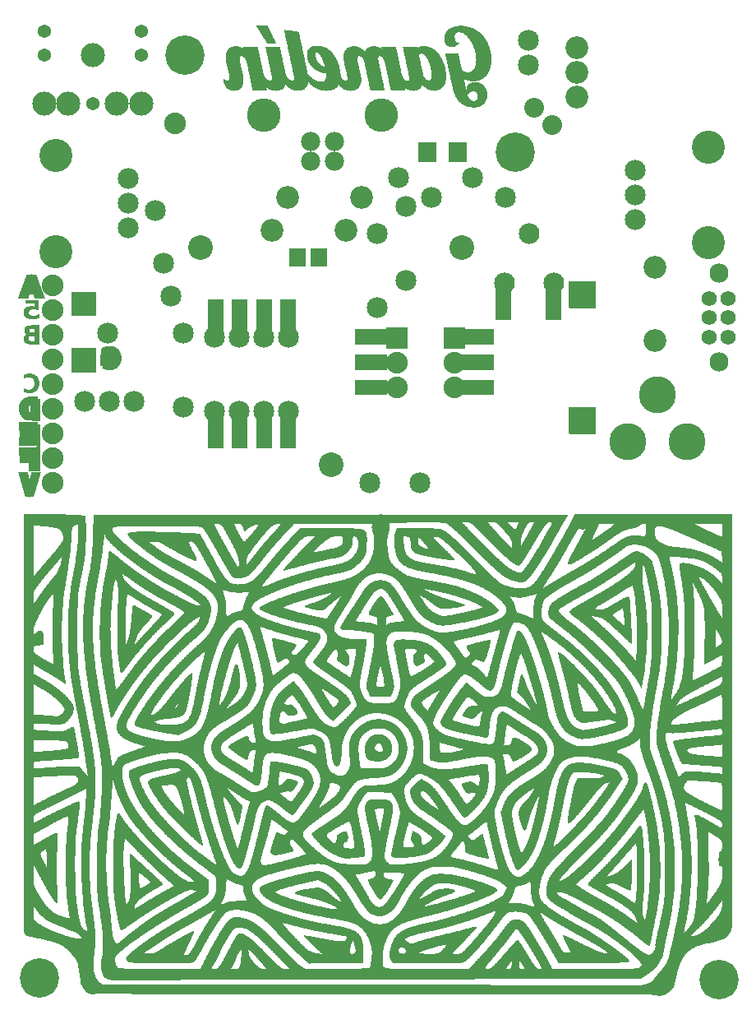
<source format=gbs>
G04 MADE WITH FRITZING*
G04 WWW.FRITZING.ORG*
G04 DOUBLE SIDED*
G04 HOLES PLATED*
G04 CONTOUR ON CENTER OF CONTOUR VECTOR*
%ASAXBY*%
%FSLAX23Y23*%
%MOIN*%
%OFA0B0*%
%SFA1.0B1.0*%
%ADD10C,0.084000*%
%ADD11C,0.092000*%
%ADD12C,0.084667*%
%ADD13C,0.084695*%
%ADD14C,0.134033*%
%ADD15C,0.085000*%
%ADD16C,0.080000*%
%ADD17C,0.150000*%
%ADD18C,0.088000*%
%ADD19C,0.110000*%
%ADD20C,0.100000*%
%ADD21C,0.078000*%
%ADD22C,0.136000*%
%ADD23C,0.061496*%
%ADD24C,0.077244*%
%ADD25C,0.097695*%
%ADD26C,0.097722*%
%ADD27C,0.054000*%
%ADD28C,0.159606*%
%ADD29R,0.072992X0.084803*%
%ADD30R,0.088000X0.088000*%
%ADD31C,0.030000*%
%ADD32C,0.010000*%
%ADD33R,0.001000X0.001000*%
%LNMASK0*%
G90*
G70*
G54D10*
X2256Y2977D03*
X2156Y3177D03*
X2056Y2977D03*
X2256Y2977D03*
X2156Y3177D03*
X2056Y2977D03*
X2256Y2977D03*
X2156Y3177D03*
X2056Y2977D03*
G54D11*
X2350Y3928D03*
X2350Y3828D03*
X2350Y3728D03*
G54D12*
X531Y3398D03*
X531Y3298D03*
G54D13*
X531Y3198D03*
G54D14*
X236Y3492D03*
X236Y3104D03*
G54D12*
X531Y3398D03*
X531Y3298D03*
G54D13*
X531Y3198D03*
G54D14*
X236Y3492D03*
X236Y3104D03*
G54D12*
X2586Y3232D03*
X2586Y3332D03*
G54D13*
X2586Y3432D03*
G54D14*
X2882Y3138D03*
X2882Y3526D03*
G54D12*
X2586Y3232D03*
X2586Y3332D03*
G54D13*
X2586Y3432D03*
G54D14*
X2882Y3138D03*
X2882Y3526D03*
G54D15*
X641Y3269D03*
X673Y3056D03*
G54D16*
X2248Y3615D03*
X2177Y3686D03*
G54D15*
X2153Y3859D03*
X2153Y3959D03*
X552Y2497D03*
X452Y2497D03*
X352Y2497D03*
X552Y2497D03*
X452Y2497D03*
X352Y2497D03*
G54D11*
X2665Y3039D03*
X2665Y2741D03*
G54D15*
X1625Y3403D03*
X1925Y3403D03*
G54D17*
X2555Y2332D03*
X2795Y2332D03*
X2675Y2522D03*
G54D18*
X224Y2966D03*
X224Y2866D03*
X224Y2766D03*
X224Y2666D03*
X224Y2566D03*
X224Y2466D03*
X224Y2366D03*
X224Y2266D03*
X224Y2166D03*
G54D15*
X1508Y2166D03*
X1712Y2166D03*
G54D18*
X720Y3623D03*
G54D19*
X2374Y2928D03*
X2374Y2418D03*
G54D20*
X1354Y2238D03*
X824Y3118D03*
X1884Y3118D03*
G54D21*
X1269Y3470D03*
X1367Y3470D03*
X1367Y3548D03*
X1269Y3548D03*
G54D22*
X1081Y3655D03*
X1555Y3655D03*
G54D11*
X1412Y3190D03*
X1114Y3190D03*
X1475Y3324D03*
X1177Y3324D03*
G54D15*
X752Y2473D03*
X752Y2773D03*
X704Y2923D03*
X445Y2773D03*
X2060Y3324D03*
X1760Y3324D03*
X1539Y2875D03*
X1539Y3175D03*
X1657Y2985D03*
X1657Y3285D03*
G54D23*
X2964Y2914D03*
X2886Y2914D03*
X2964Y2836D03*
X2886Y2836D03*
X2964Y2757D03*
X2886Y2757D03*
G54D24*
X2925Y2655D03*
X2925Y3017D03*
G54D15*
X1180Y2457D03*
X1180Y2757D03*
X1080Y2457D03*
X1080Y2757D03*
X980Y2457D03*
X980Y2757D03*
X880Y2457D03*
X880Y2757D03*
X1180Y2457D03*
X1180Y2757D03*
X1080Y2457D03*
X1080Y2757D03*
X980Y2457D03*
X980Y2757D03*
X880Y2457D03*
X880Y2757D03*
G54D18*
X1621Y2752D03*
X1621Y2652D03*
X1621Y2552D03*
X1621Y2752D03*
X1621Y2652D03*
X1621Y2552D03*
X1854Y2752D03*
X1854Y2652D03*
X1854Y2552D03*
X1854Y2752D03*
X1854Y2652D03*
X1854Y2552D03*
G54D25*
X386Y3899D03*
G54D26*
X582Y3702D03*
X484Y3702D03*
G54D25*
X287Y3702D03*
G54D26*
X189Y3702D03*
G54D27*
X582Y3997D03*
X189Y3997D03*
X189Y3899D03*
X386Y3702D03*
X582Y3899D03*
G54D28*
X2925Y151D03*
X169Y159D03*
X2098Y3505D03*
X760Y3899D03*
G54D29*
X1866Y3505D03*
X1744Y3505D03*
G54D30*
X1621Y2752D03*
X1621Y2752D03*
X1854Y2752D03*
X1854Y2752D03*
G54D31*
G36*
X2381Y3897D02*
X2319Y3897D01*
X2319Y3959D01*
X2381Y3959D01*
X2381Y3897D01*
G37*
D02*
G36*
X2126Y3887D02*
X2181Y3887D01*
X2181Y3832D01*
X2126Y3832D01*
X2126Y3887D01*
G37*
D02*
G36*
X2696Y3009D02*
X2634Y3009D01*
X2634Y3071D01*
X2696Y3071D01*
X2696Y3009D01*
G37*
D02*
G54D32*
G36*
X1580Y2623D02*
X1451Y2623D01*
X1451Y2686D01*
X1580Y2686D01*
X1580Y2623D01*
G37*
D02*
G36*
X1580Y2521D02*
X1451Y2521D01*
X1451Y2584D01*
X1580Y2584D01*
X1580Y2521D01*
G37*
D02*
G36*
X854Y2306D02*
X854Y2436D01*
X917Y2436D01*
X917Y2306D01*
X854Y2306D01*
G37*
D02*
G36*
X854Y2779D02*
X854Y2909D01*
X917Y2909D01*
X917Y2779D01*
X854Y2779D01*
G37*
D02*
G36*
X949Y2306D02*
X949Y2436D01*
X1012Y2436D01*
X1012Y2306D01*
X949Y2306D01*
G37*
D02*
G36*
X949Y2779D02*
X949Y2909D01*
X1012Y2909D01*
X1012Y2779D01*
X949Y2779D01*
G37*
D02*
G36*
X1051Y2306D02*
X1051Y2436D01*
X1114Y2436D01*
X1114Y2306D01*
X1051Y2306D01*
G37*
D02*
G36*
X1051Y2779D02*
X1051Y2909D01*
X1114Y2909D01*
X1114Y2779D01*
X1051Y2779D01*
G37*
D02*
G36*
X1145Y2306D02*
X1145Y2436D01*
X1208Y2436D01*
X1208Y2306D01*
X1145Y2306D01*
G37*
D02*
G36*
X1145Y2779D02*
X1145Y2909D01*
X1208Y2909D01*
X1208Y2779D01*
X1145Y2779D01*
G37*
D02*
G36*
X1580Y2726D02*
X1451Y2726D01*
X1451Y2788D01*
X1580Y2788D01*
X1580Y2726D01*
G37*
D02*
G36*
X2013Y2521D02*
X1884Y2521D01*
X1884Y2584D01*
X2013Y2584D01*
X2013Y2521D01*
G37*
D02*
G36*
X2013Y2623D02*
X1884Y2623D01*
X1884Y2686D01*
X2013Y2686D01*
X2013Y2623D01*
G37*
D02*
G36*
X1336Y3043D02*
X1269Y3043D01*
X1269Y3117D01*
X1336Y3117D01*
X1336Y3043D01*
G37*
D02*
G36*
X1250Y3043D02*
X1183Y3043D01*
X1183Y3117D01*
X1250Y3117D01*
X1250Y3043D01*
G37*
D02*
G36*
X400Y2614D02*
X300Y2614D01*
X300Y2711D01*
X400Y2711D01*
X400Y2614D01*
G37*
D02*
G36*
X400Y2843D02*
X300Y2843D01*
X300Y2939D01*
X400Y2939D01*
X400Y2843D01*
G37*
D02*
G36*
X2224Y2826D02*
X2224Y2956D01*
X2287Y2956D01*
X2287Y2826D01*
X2224Y2826D01*
G37*
D02*
G36*
X2019Y2826D02*
X2019Y2956D01*
X2082Y2956D01*
X2082Y2826D01*
X2019Y2826D01*
G37*
D02*
G36*
X2013Y2726D02*
X1884Y2726D01*
X1884Y2788D01*
X2013Y2788D01*
X2013Y2726D01*
G37*
D02*
G54D31*
G36*
X1382Y3159D02*
X1382Y3221D01*
X1444Y3221D01*
X1444Y3159D01*
X1382Y3159D01*
G37*
D02*
G36*
X1445Y3293D02*
X1445Y3355D01*
X1507Y3355D01*
X1507Y3293D01*
X1445Y3293D01*
G37*
D02*
G36*
X1208Y2429D02*
X1153Y2429D01*
X1153Y2484D01*
X1208Y2484D01*
X1208Y2429D01*
G37*
D02*
G36*
X1208Y2429D02*
X1153Y2429D01*
X1153Y2484D01*
X1208Y2484D01*
X1208Y2429D01*
G37*
D02*
G54D33*
X1049Y4017D02*
X1095Y4017D01*
X1870Y4017D02*
X1888Y4017D01*
X1049Y4016D02*
X1096Y4016D01*
X1862Y4016D02*
X1897Y4016D01*
X1050Y4015D02*
X1096Y4015D01*
X1857Y4015D02*
X1903Y4015D01*
X1051Y4014D02*
X1097Y4014D01*
X1852Y4014D02*
X1907Y4014D01*
X1051Y4013D02*
X1097Y4013D01*
X1849Y4013D02*
X1911Y4013D01*
X1052Y4012D02*
X1098Y4012D01*
X1846Y4012D02*
X1914Y4012D01*
X1053Y4011D02*
X1098Y4011D01*
X1843Y4011D02*
X1918Y4011D01*
X1053Y4010D02*
X1099Y4010D01*
X1841Y4010D02*
X1920Y4010D01*
X1054Y4009D02*
X1099Y4009D01*
X1839Y4009D02*
X1923Y4009D01*
X1055Y4008D02*
X1100Y4008D01*
X1837Y4008D02*
X1925Y4008D01*
X1055Y4007D02*
X1100Y4007D01*
X1835Y4007D02*
X1928Y4007D01*
X1056Y4006D02*
X1100Y4006D01*
X1833Y4006D02*
X1930Y4006D01*
X1056Y4005D02*
X1101Y4005D01*
X1832Y4005D02*
X1932Y4005D01*
X1057Y4004D02*
X1101Y4004D01*
X1831Y4004D02*
X1934Y4004D01*
X1058Y4003D02*
X1102Y4003D01*
X1829Y4003D02*
X1936Y4003D01*
X1058Y4002D02*
X1102Y4002D01*
X1828Y4002D02*
X1938Y4002D01*
X1059Y4001D02*
X1103Y4001D01*
X1162Y4001D02*
X1165Y4001D01*
X1827Y4001D02*
X1939Y4001D01*
X1060Y4000D02*
X1103Y4000D01*
X1162Y4000D02*
X1172Y4000D01*
X1826Y4000D02*
X1941Y4000D01*
X1060Y3999D02*
X1104Y3999D01*
X1162Y3999D02*
X1180Y3999D01*
X1825Y3999D02*
X1942Y3999D01*
X1061Y3998D02*
X1104Y3998D01*
X1162Y3998D02*
X1187Y3998D01*
X1824Y3998D02*
X1944Y3998D01*
X1062Y3997D02*
X1105Y3997D01*
X1163Y3997D02*
X1194Y3997D01*
X1823Y3997D02*
X1945Y3997D01*
X1062Y3996D02*
X1105Y3996D01*
X1163Y3996D02*
X1202Y3996D01*
X1822Y3996D02*
X1947Y3996D01*
X1063Y3995D02*
X1106Y3995D01*
X1163Y3995D02*
X1209Y3995D01*
X1821Y3995D02*
X1948Y3995D01*
X1063Y3994D02*
X1106Y3994D01*
X1163Y3994D02*
X1217Y3994D01*
X1821Y3994D02*
X1950Y3994D01*
X1064Y3993D02*
X1107Y3993D01*
X1164Y3993D02*
X1221Y3993D01*
X1820Y3993D02*
X1951Y3993D01*
X1065Y3992D02*
X1107Y3992D01*
X1164Y3992D02*
X1221Y3992D01*
X1819Y3992D02*
X1952Y3992D01*
X1065Y3991D02*
X1108Y3991D01*
X1164Y3991D02*
X1221Y3991D01*
X1819Y3991D02*
X1865Y3991D01*
X1878Y3991D02*
X1954Y3991D01*
X1066Y3990D02*
X1108Y3990D01*
X1164Y3990D02*
X1222Y3990D01*
X1818Y3990D02*
X1862Y3990D01*
X1882Y3990D02*
X1955Y3990D01*
X1067Y3989D02*
X1109Y3989D01*
X1164Y3989D02*
X1222Y3989D01*
X1817Y3989D02*
X1860Y3989D01*
X1885Y3989D02*
X1956Y3989D01*
X1067Y3988D02*
X1109Y3988D01*
X1165Y3988D02*
X1222Y3988D01*
X1817Y3988D02*
X1859Y3988D01*
X1887Y3988D02*
X1957Y3988D01*
X1068Y3987D02*
X1110Y3987D01*
X1165Y3987D02*
X1222Y3987D01*
X1816Y3987D02*
X1858Y3987D01*
X1889Y3987D02*
X1958Y3987D01*
X1069Y3986D02*
X1110Y3986D01*
X1165Y3986D02*
X1222Y3986D01*
X1816Y3986D02*
X1857Y3986D01*
X1891Y3986D02*
X1959Y3986D01*
X1069Y3985D02*
X1111Y3985D01*
X1165Y3985D02*
X1223Y3985D01*
X1816Y3985D02*
X1856Y3985D01*
X1892Y3985D02*
X1960Y3985D01*
X1070Y3984D02*
X1111Y3984D01*
X1165Y3984D02*
X1223Y3984D01*
X1815Y3984D02*
X1856Y3984D01*
X1894Y3984D02*
X1961Y3984D01*
X1071Y3983D02*
X1112Y3983D01*
X1166Y3983D02*
X1223Y3983D01*
X1815Y3983D02*
X1855Y3983D01*
X1895Y3983D02*
X1962Y3983D01*
X1071Y3982D02*
X1112Y3982D01*
X1166Y3982D02*
X1223Y3982D01*
X1814Y3982D02*
X1855Y3982D01*
X1897Y3982D02*
X1963Y3982D01*
X1072Y3981D02*
X1113Y3981D01*
X1166Y3981D02*
X1224Y3981D01*
X1814Y3981D02*
X1854Y3981D01*
X1898Y3981D02*
X1964Y3981D01*
X1072Y3980D02*
X1113Y3980D01*
X1166Y3980D02*
X1224Y3980D01*
X1814Y3980D02*
X1854Y3980D01*
X1899Y3980D02*
X1965Y3980D01*
X1073Y3979D02*
X1113Y3979D01*
X1167Y3979D02*
X1224Y3979D01*
X1814Y3979D02*
X1854Y3979D01*
X1900Y3979D02*
X1966Y3979D01*
X1074Y3978D02*
X1114Y3978D01*
X1167Y3978D02*
X1224Y3978D01*
X1813Y3978D02*
X1853Y3978D01*
X1901Y3978D02*
X1967Y3978D01*
X1074Y3977D02*
X1114Y3977D01*
X1167Y3977D02*
X1224Y3977D01*
X1813Y3977D02*
X1853Y3977D01*
X1902Y3977D02*
X1968Y3977D01*
X1075Y3976D02*
X1115Y3976D01*
X1167Y3976D02*
X1225Y3976D01*
X1813Y3976D02*
X1853Y3976D01*
X1903Y3976D02*
X1969Y3976D01*
X1076Y3975D02*
X1115Y3975D01*
X1167Y3975D02*
X1225Y3975D01*
X1813Y3975D02*
X1853Y3975D01*
X1904Y3975D02*
X1970Y3975D01*
X1076Y3974D02*
X1116Y3974D01*
X1168Y3974D02*
X1225Y3974D01*
X1813Y3974D02*
X1853Y3974D01*
X1905Y3974D02*
X1971Y3974D01*
X1077Y3973D02*
X1116Y3973D01*
X1168Y3973D02*
X1225Y3973D01*
X1812Y3973D02*
X1853Y3973D01*
X1906Y3973D02*
X1971Y3973D01*
X1078Y3972D02*
X1117Y3972D01*
X1168Y3972D02*
X1225Y3972D01*
X1812Y3972D02*
X1853Y3972D01*
X1907Y3972D02*
X1972Y3972D01*
X1078Y3971D02*
X1117Y3971D01*
X1168Y3971D02*
X1226Y3971D01*
X1812Y3971D02*
X1853Y3971D01*
X1908Y3971D02*
X1973Y3971D01*
X1079Y3970D02*
X1118Y3970D01*
X1168Y3970D02*
X1226Y3970D01*
X1812Y3970D02*
X1853Y3970D01*
X1909Y3970D02*
X1974Y3970D01*
X1079Y3969D02*
X1118Y3969D01*
X1169Y3969D02*
X1226Y3969D01*
X1812Y3969D02*
X1853Y3969D01*
X1910Y3969D02*
X1974Y3969D01*
X1080Y3968D02*
X1119Y3968D01*
X1169Y3968D02*
X1226Y3968D01*
X1812Y3968D02*
X1854Y3968D01*
X1910Y3968D02*
X1975Y3968D01*
X1081Y3967D02*
X1119Y3967D01*
X1169Y3967D02*
X1227Y3967D01*
X1812Y3967D02*
X1854Y3967D01*
X1911Y3967D02*
X1976Y3967D01*
X1081Y3966D02*
X1120Y3966D01*
X1169Y3966D02*
X1227Y3966D01*
X1812Y3966D02*
X1854Y3966D01*
X1912Y3966D02*
X1977Y3966D01*
X1082Y3965D02*
X1120Y3965D01*
X1170Y3965D02*
X1227Y3965D01*
X1812Y3965D02*
X1854Y3965D01*
X1913Y3965D02*
X1977Y3965D01*
X1083Y3964D02*
X1121Y3964D01*
X1170Y3964D02*
X1227Y3964D01*
X1812Y3964D02*
X1855Y3964D01*
X1913Y3964D02*
X1978Y3964D01*
X1083Y3963D02*
X1121Y3963D01*
X1170Y3963D02*
X1227Y3963D01*
X1812Y3963D02*
X1855Y3963D01*
X1914Y3963D02*
X1979Y3963D01*
X1084Y3962D02*
X1122Y3962D01*
X1170Y3962D02*
X1228Y3962D01*
X1812Y3962D02*
X1855Y3962D01*
X1915Y3962D02*
X1979Y3962D01*
X1085Y3961D02*
X1122Y3961D01*
X1170Y3961D02*
X1228Y3961D01*
X1812Y3961D02*
X1856Y3961D01*
X1916Y3961D02*
X1980Y3961D01*
X1085Y3960D02*
X1123Y3960D01*
X1171Y3960D02*
X1228Y3960D01*
X1813Y3960D02*
X1856Y3960D01*
X1916Y3960D02*
X1981Y3960D01*
X1086Y3959D02*
X1123Y3959D01*
X1171Y3959D02*
X1228Y3959D01*
X1813Y3959D02*
X1856Y3959D01*
X1917Y3959D02*
X1981Y3959D01*
X1087Y3958D02*
X1124Y3958D01*
X1171Y3958D02*
X1228Y3958D01*
X1813Y3958D02*
X1857Y3958D01*
X1918Y3958D02*
X1982Y3958D01*
X1087Y3957D02*
X1124Y3957D01*
X1171Y3957D02*
X1229Y3957D01*
X1813Y3957D02*
X1857Y3957D01*
X1918Y3957D02*
X1982Y3957D01*
X1088Y3956D02*
X1125Y3956D01*
X1171Y3956D02*
X1229Y3956D01*
X1813Y3956D02*
X1858Y3956D01*
X1919Y3956D02*
X1983Y3956D01*
X1088Y3955D02*
X1125Y3955D01*
X1172Y3955D02*
X1229Y3955D01*
X1813Y3955D02*
X1859Y3955D01*
X1919Y3955D02*
X1983Y3955D01*
X1089Y3954D02*
X1126Y3954D01*
X1172Y3954D02*
X1229Y3954D01*
X1814Y3954D02*
X1859Y3954D01*
X1920Y3954D02*
X1984Y3954D01*
X1090Y3953D02*
X1126Y3953D01*
X1172Y3953D02*
X1230Y3953D01*
X1814Y3953D02*
X1860Y3953D01*
X1921Y3953D02*
X1985Y3953D01*
X1090Y3952D02*
X1126Y3952D01*
X1172Y3952D02*
X1230Y3952D01*
X1814Y3952D02*
X1861Y3952D01*
X1921Y3952D02*
X1985Y3952D01*
X1091Y3951D02*
X1127Y3951D01*
X1173Y3951D02*
X1230Y3951D01*
X1814Y3951D02*
X1862Y3951D01*
X1922Y3951D02*
X1986Y3951D01*
X1092Y3950D02*
X1127Y3950D01*
X1173Y3950D02*
X1230Y3950D01*
X1815Y3950D02*
X1865Y3950D01*
X1922Y3950D02*
X1986Y3950D01*
X1092Y3949D02*
X1128Y3949D01*
X1173Y3949D02*
X1230Y3949D01*
X1815Y3949D02*
X1868Y3949D01*
X1923Y3949D02*
X1987Y3949D01*
X1093Y3948D02*
X1128Y3948D01*
X1173Y3948D02*
X1231Y3948D01*
X1815Y3948D02*
X1871Y3948D01*
X1924Y3948D02*
X1987Y3948D01*
X1094Y3947D02*
X1129Y3947D01*
X1173Y3947D02*
X1231Y3947D01*
X1816Y3947D02*
X1871Y3947D01*
X1924Y3947D02*
X1988Y3947D01*
X1094Y3946D02*
X1129Y3946D01*
X1174Y3946D02*
X1231Y3946D01*
X1816Y3946D02*
X1870Y3946D01*
X1925Y3946D02*
X1988Y3946D01*
X1095Y3945D02*
X1130Y3945D01*
X1174Y3945D02*
X1231Y3945D01*
X1817Y3945D02*
X1869Y3945D01*
X1925Y3945D02*
X1989Y3945D01*
X1174Y3944D02*
X1231Y3944D01*
X1817Y3944D02*
X1868Y3944D01*
X1926Y3944D02*
X1989Y3944D01*
X1174Y3943D02*
X1232Y3943D01*
X1818Y3943D02*
X1867Y3943D01*
X1926Y3943D02*
X1989Y3943D01*
X1174Y3942D02*
X1232Y3942D01*
X1819Y3942D02*
X1866Y3942D01*
X1927Y3942D02*
X1990Y3942D01*
X1175Y3941D02*
X1232Y3941D01*
X1820Y3941D02*
X1865Y3941D01*
X1927Y3941D02*
X1990Y3941D01*
X1175Y3940D02*
X1232Y3940D01*
X1820Y3940D02*
X1864Y3940D01*
X1928Y3940D02*
X1991Y3940D01*
X1175Y3939D02*
X1232Y3939D01*
X1821Y3939D02*
X1863Y3939D01*
X1928Y3939D02*
X1991Y3939D01*
X1175Y3938D02*
X1233Y3938D01*
X1822Y3938D02*
X1862Y3938D01*
X1928Y3938D02*
X1992Y3938D01*
X1175Y3937D02*
X1233Y3937D01*
X1824Y3937D02*
X1860Y3937D01*
X1929Y3937D02*
X1992Y3937D01*
X1176Y3936D02*
X1233Y3936D01*
X1287Y3936D02*
X1305Y3936D01*
X1825Y3936D02*
X1858Y3936D01*
X1929Y3936D02*
X1992Y3936D01*
X1176Y3935D02*
X1233Y3935D01*
X1282Y3935D02*
X1312Y3935D01*
X1521Y3935D02*
X1531Y3935D01*
X1723Y3935D02*
X1734Y3935D01*
X1827Y3935D02*
X1856Y3935D01*
X1930Y3935D02*
X1993Y3935D01*
X958Y3934D02*
X977Y3934D01*
X1176Y3934D02*
X1234Y3934D01*
X1278Y3934D02*
X1316Y3934D01*
X1435Y3934D02*
X1454Y3934D01*
X1515Y3934D02*
X1537Y3934D01*
X1717Y3934D02*
X1741Y3934D01*
X1829Y3934D02*
X1854Y3934D01*
X1930Y3934D02*
X1993Y3934D01*
X953Y3933D02*
X981Y3933D01*
X997Y3933D02*
X1055Y3933D01*
X1087Y3933D02*
X1144Y3933D01*
X1176Y3933D02*
X1234Y3933D01*
X1275Y3933D02*
X1320Y3933D01*
X1431Y3933D02*
X1459Y3933D01*
X1511Y3933D02*
X1542Y3933D01*
X1558Y3933D02*
X1615Y3933D01*
X1644Y3933D02*
X1701Y3933D01*
X1713Y3933D02*
X1746Y3933D01*
X1832Y3933D02*
X1850Y3933D01*
X1931Y3933D02*
X1993Y3933D01*
X950Y3932D02*
X984Y3932D01*
X997Y3932D02*
X1055Y3932D01*
X1087Y3932D02*
X1144Y3932D01*
X1177Y3932D02*
X1234Y3932D01*
X1273Y3932D02*
X1323Y3932D01*
X1428Y3932D02*
X1462Y3932D01*
X1509Y3932D02*
X1545Y3932D01*
X1558Y3932D02*
X1615Y3932D01*
X1644Y3932D02*
X1702Y3932D01*
X1710Y3932D02*
X1749Y3932D01*
X1836Y3932D02*
X1845Y3932D01*
X1931Y3932D02*
X1994Y3932D01*
X947Y3931D02*
X987Y3931D01*
X998Y3931D02*
X1055Y3931D01*
X1087Y3931D02*
X1145Y3931D01*
X1177Y3931D02*
X1234Y3931D01*
X1271Y3931D02*
X1326Y3931D01*
X1425Y3931D02*
X1465Y3931D01*
X1506Y3931D02*
X1547Y3931D01*
X1558Y3931D02*
X1615Y3931D01*
X1644Y3931D02*
X1702Y3931D01*
X1708Y3931D02*
X1752Y3931D01*
X1931Y3931D02*
X1994Y3931D01*
X945Y3930D02*
X989Y3930D01*
X998Y3930D02*
X1055Y3930D01*
X1087Y3930D02*
X1145Y3930D01*
X1177Y3930D02*
X1234Y3930D01*
X1269Y3930D02*
X1328Y3930D01*
X1423Y3930D02*
X1467Y3930D01*
X1504Y3930D02*
X1550Y3930D01*
X1558Y3930D02*
X1616Y3930D01*
X1644Y3930D02*
X1702Y3930D01*
X1706Y3930D02*
X1755Y3930D01*
X1932Y3930D02*
X1994Y3930D01*
X943Y3929D02*
X991Y3929D01*
X998Y3929D02*
X1055Y3929D01*
X1088Y3929D02*
X1145Y3929D01*
X1177Y3929D02*
X1235Y3929D01*
X1268Y3929D02*
X1330Y3929D01*
X1421Y3929D02*
X1469Y3929D01*
X1503Y3929D02*
X1552Y3929D01*
X1558Y3929D02*
X1616Y3929D01*
X1645Y3929D02*
X1702Y3929D01*
X1705Y3929D02*
X1757Y3929D01*
X1932Y3929D02*
X1995Y3929D01*
X942Y3928D02*
X993Y3928D01*
X998Y3928D02*
X1056Y3928D01*
X1088Y3928D02*
X1145Y3928D01*
X1177Y3928D02*
X1235Y3928D01*
X1266Y3928D02*
X1332Y3928D01*
X1420Y3928D02*
X1471Y3928D01*
X1501Y3928D02*
X1554Y3928D01*
X1559Y3928D02*
X1616Y3928D01*
X1645Y3928D02*
X1759Y3928D01*
X1933Y3928D02*
X1995Y3928D01*
X940Y3927D02*
X995Y3927D01*
X998Y3927D02*
X1056Y3927D01*
X1088Y3927D02*
X1146Y3927D01*
X1178Y3927D02*
X1235Y3927D01*
X1265Y3927D02*
X1334Y3927D01*
X1418Y3927D02*
X1473Y3927D01*
X1500Y3927D02*
X1555Y3927D01*
X1559Y3927D02*
X1616Y3927D01*
X1645Y3927D02*
X1761Y3927D01*
X1933Y3927D02*
X1995Y3927D01*
X939Y3926D02*
X996Y3926D01*
X999Y3926D02*
X1056Y3926D01*
X1088Y3926D02*
X1146Y3926D01*
X1178Y3926D02*
X1235Y3926D01*
X1264Y3926D02*
X1336Y3926D01*
X1417Y3926D02*
X1474Y3926D01*
X1499Y3926D02*
X1557Y3926D01*
X1559Y3926D02*
X1616Y3926D01*
X1645Y3926D02*
X1763Y3926D01*
X1933Y3926D02*
X1996Y3926D01*
X938Y3925D02*
X1056Y3925D01*
X1088Y3925D02*
X1146Y3925D01*
X1178Y3925D02*
X1235Y3925D01*
X1263Y3925D02*
X1337Y3925D01*
X1416Y3925D02*
X1476Y3925D01*
X1498Y3925D02*
X1617Y3925D01*
X1645Y3925D02*
X1765Y3925D01*
X1934Y3925D02*
X1996Y3925D01*
X937Y3924D02*
X1057Y3924D01*
X1089Y3924D02*
X1146Y3924D01*
X1178Y3924D02*
X1236Y3924D01*
X1262Y3924D02*
X1339Y3924D01*
X1415Y3924D02*
X1477Y3924D01*
X1497Y3924D02*
X1617Y3924D01*
X1646Y3924D02*
X1766Y3924D01*
X1934Y3924D02*
X1996Y3924D01*
X936Y3923D02*
X1057Y3923D01*
X1089Y3923D02*
X1146Y3923D01*
X1178Y3923D02*
X1236Y3923D01*
X1261Y3923D02*
X1340Y3923D01*
X1414Y3923D02*
X1478Y3923D01*
X1496Y3923D02*
X1617Y3923D01*
X1646Y3923D02*
X1768Y3923D01*
X1934Y3923D02*
X1997Y3923D01*
X935Y3922D02*
X1057Y3922D01*
X1089Y3922D02*
X1147Y3922D01*
X1179Y3922D02*
X1236Y3922D01*
X1261Y3922D02*
X1342Y3922D01*
X1413Y3922D02*
X1480Y3922D01*
X1495Y3922D02*
X1617Y3922D01*
X1646Y3922D02*
X1769Y3922D01*
X1935Y3922D02*
X1997Y3922D01*
X934Y3921D02*
X1057Y3921D01*
X1089Y3921D02*
X1147Y3921D01*
X1179Y3921D02*
X1236Y3921D01*
X1260Y3921D02*
X1343Y3921D01*
X1412Y3921D02*
X1481Y3921D01*
X1494Y3921D02*
X1618Y3921D01*
X1646Y3921D02*
X1771Y3921D01*
X1935Y3921D02*
X1997Y3921D01*
X933Y3920D02*
X1057Y3920D01*
X1090Y3920D02*
X1147Y3920D01*
X1179Y3920D02*
X1237Y3920D01*
X1259Y3920D02*
X1345Y3920D01*
X1411Y3920D02*
X1482Y3920D01*
X1494Y3920D02*
X1618Y3920D01*
X1647Y3920D02*
X1772Y3920D01*
X1935Y3920D02*
X1997Y3920D01*
X933Y3919D02*
X1058Y3919D01*
X1090Y3919D02*
X1147Y3919D01*
X1179Y3919D02*
X1237Y3919D01*
X1259Y3919D02*
X1346Y3919D01*
X1410Y3919D02*
X1483Y3919D01*
X1493Y3919D02*
X1618Y3919D01*
X1647Y3919D02*
X1773Y3919D01*
X1936Y3919D02*
X1998Y3919D01*
X932Y3918D02*
X1058Y3918D01*
X1090Y3918D02*
X1147Y3918D01*
X1180Y3918D02*
X1237Y3918D01*
X1258Y3918D02*
X1347Y3918D01*
X1410Y3918D02*
X1484Y3918D01*
X1493Y3918D02*
X1618Y3918D01*
X1647Y3918D02*
X1774Y3918D01*
X1936Y3918D02*
X1998Y3918D01*
X932Y3917D02*
X1058Y3917D01*
X1090Y3917D02*
X1148Y3917D01*
X1180Y3917D02*
X1237Y3917D01*
X1258Y3917D02*
X1348Y3917D01*
X1409Y3917D02*
X1485Y3917D01*
X1492Y3917D02*
X1618Y3917D01*
X1647Y3917D02*
X1776Y3917D01*
X1936Y3917D02*
X1998Y3917D01*
X931Y3916D02*
X1058Y3916D01*
X1090Y3916D02*
X1148Y3916D01*
X1180Y3916D02*
X1237Y3916D01*
X1257Y3916D02*
X1349Y3916D01*
X1409Y3916D02*
X1486Y3916D01*
X1491Y3916D02*
X1619Y3916D01*
X1647Y3916D02*
X1777Y3916D01*
X1936Y3916D02*
X1998Y3916D01*
X930Y3915D02*
X1058Y3915D01*
X1091Y3915D02*
X1148Y3915D01*
X1180Y3915D02*
X1238Y3915D01*
X1257Y3915D02*
X1350Y3915D01*
X1408Y3915D02*
X1487Y3915D01*
X1491Y3915D02*
X1619Y3915D01*
X1648Y3915D02*
X1778Y3915D01*
X1937Y3915D02*
X1999Y3915D01*
X930Y3914D02*
X1059Y3914D01*
X1091Y3914D02*
X1148Y3914D01*
X1180Y3914D02*
X1238Y3914D01*
X1257Y3914D02*
X1351Y3914D01*
X1408Y3914D02*
X1488Y3914D01*
X1490Y3914D02*
X1619Y3914D01*
X1648Y3914D02*
X1779Y3914D01*
X1937Y3914D02*
X1999Y3914D01*
X930Y3913D02*
X1059Y3913D01*
X1091Y3913D02*
X1149Y3913D01*
X1181Y3913D02*
X1238Y3913D01*
X1256Y3913D02*
X1352Y3913D01*
X1407Y3913D02*
X1619Y3913D01*
X1648Y3913D02*
X1780Y3913D01*
X1937Y3913D02*
X1999Y3913D01*
X929Y3912D02*
X1059Y3912D01*
X1091Y3912D02*
X1149Y3912D01*
X1181Y3912D02*
X1238Y3912D01*
X1256Y3912D02*
X1353Y3912D01*
X1407Y3912D02*
X1619Y3912D01*
X1648Y3912D02*
X1781Y3912D01*
X1937Y3912D02*
X1999Y3912D01*
X929Y3911D02*
X1059Y3911D01*
X1091Y3911D02*
X1149Y3911D01*
X1181Y3911D02*
X1238Y3911D01*
X1256Y3911D02*
X1354Y3911D01*
X1406Y3911D02*
X1620Y3911D01*
X1648Y3911D02*
X1782Y3911D01*
X1938Y3911D02*
X1999Y3911D01*
X928Y3910D02*
X1059Y3910D01*
X1092Y3910D02*
X1149Y3910D01*
X1181Y3910D02*
X1239Y3910D01*
X1256Y3910D02*
X1355Y3910D01*
X1406Y3910D02*
X1620Y3910D01*
X1649Y3910D02*
X1783Y3910D01*
X1938Y3910D02*
X2000Y3910D01*
X928Y3909D02*
X1060Y3909D01*
X1092Y3909D02*
X1149Y3909D01*
X1181Y3909D02*
X1239Y3909D01*
X1255Y3909D02*
X1356Y3909D01*
X1406Y3909D02*
X1620Y3909D01*
X1649Y3909D02*
X1784Y3909D01*
X1938Y3909D02*
X2000Y3909D01*
X928Y3908D02*
X1060Y3908D01*
X1092Y3908D02*
X1150Y3908D01*
X1182Y3908D02*
X1239Y3908D01*
X1255Y3908D02*
X1290Y3908D01*
X1297Y3908D02*
X1357Y3908D01*
X1405Y3908D02*
X1620Y3908D01*
X1649Y3908D02*
X1785Y3908D01*
X1938Y3908D02*
X2000Y3908D01*
X927Y3907D02*
X1060Y3907D01*
X1092Y3907D02*
X1150Y3907D01*
X1182Y3907D02*
X1239Y3907D01*
X1255Y3907D02*
X1290Y3907D01*
X1299Y3907D02*
X1358Y3907D01*
X1405Y3907D02*
X1621Y3907D01*
X1649Y3907D02*
X1786Y3907D01*
X1939Y3907D02*
X2000Y3907D01*
X927Y3906D02*
X1060Y3906D01*
X1093Y3906D02*
X1150Y3906D01*
X1182Y3906D02*
X1240Y3906D01*
X1255Y3906D02*
X1290Y3906D01*
X1301Y3906D02*
X1359Y3906D01*
X1405Y3906D02*
X1621Y3906D01*
X1649Y3906D02*
X1787Y3906D01*
X1816Y3906D02*
X1868Y3906D01*
X1939Y3906D02*
X2000Y3906D01*
X927Y3905D02*
X1061Y3905D01*
X1093Y3905D02*
X1150Y3905D01*
X1182Y3905D02*
X1240Y3905D01*
X1255Y3905D02*
X1290Y3905D01*
X1302Y3905D02*
X1360Y3905D01*
X1404Y3905D02*
X1621Y3905D01*
X1650Y3905D02*
X1787Y3905D01*
X1816Y3905D02*
X1868Y3905D01*
X1939Y3905D02*
X2000Y3905D01*
X927Y3904D02*
X1061Y3904D01*
X1093Y3904D02*
X1150Y3904D01*
X1183Y3904D02*
X1240Y3904D01*
X1255Y3904D02*
X1289Y3904D01*
X1303Y3904D02*
X1360Y3904D01*
X1404Y3904D02*
X1621Y3904D01*
X1650Y3904D02*
X1714Y3904D01*
X1722Y3904D02*
X1788Y3904D01*
X1816Y3904D02*
X1868Y3904D01*
X1939Y3904D02*
X2001Y3904D01*
X926Y3903D02*
X1061Y3903D01*
X1093Y3903D02*
X1151Y3903D01*
X1183Y3903D02*
X1240Y3903D01*
X1255Y3903D02*
X1289Y3903D01*
X1304Y3903D02*
X1361Y3903D01*
X1404Y3903D02*
X1621Y3903D01*
X1650Y3903D02*
X1712Y3903D01*
X1725Y3903D02*
X1789Y3903D01*
X1816Y3903D02*
X1869Y3903D01*
X1939Y3903D02*
X2001Y3903D01*
X926Y3902D02*
X1061Y3902D01*
X1093Y3902D02*
X1151Y3902D01*
X1183Y3902D02*
X1240Y3902D01*
X1255Y3902D02*
X1289Y3902D01*
X1305Y3902D02*
X1362Y3902D01*
X1404Y3902D02*
X1622Y3902D01*
X1650Y3902D02*
X1711Y3902D01*
X1727Y3902D02*
X1790Y3902D01*
X1816Y3902D02*
X1869Y3902D01*
X1940Y3902D02*
X2001Y3902D01*
X926Y3901D02*
X1061Y3901D01*
X1094Y3901D02*
X1151Y3901D01*
X1183Y3901D02*
X1241Y3901D01*
X1255Y3901D02*
X1289Y3901D01*
X1306Y3901D02*
X1363Y3901D01*
X1404Y3901D02*
X1622Y3901D01*
X1651Y3901D02*
X1710Y3901D01*
X1729Y3901D02*
X1791Y3901D01*
X1816Y3901D02*
X1869Y3901D01*
X1940Y3901D02*
X2001Y3901D01*
X926Y3900D02*
X1062Y3900D01*
X1094Y3900D02*
X1151Y3900D01*
X1183Y3900D02*
X1241Y3900D01*
X1255Y3900D02*
X1289Y3900D01*
X1307Y3900D02*
X1363Y3900D01*
X1404Y3900D02*
X1622Y3900D01*
X1651Y3900D02*
X1710Y3900D01*
X1730Y3900D02*
X1791Y3900D01*
X1817Y3900D02*
X1869Y3900D01*
X1940Y3900D02*
X2001Y3900D01*
X926Y3899D02*
X1062Y3899D01*
X1094Y3899D02*
X1151Y3899D01*
X1184Y3899D02*
X1241Y3899D01*
X1255Y3899D02*
X1289Y3899D01*
X1307Y3899D02*
X1364Y3899D01*
X1403Y3899D02*
X1622Y3899D01*
X1651Y3899D02*
X1709Y3899D01*
X1732Y3899D02*
X1792Y3899D01*
X1817Y3899D02*
X1869Y3899D01*
X1940Y3899D02*
X2001Y3899D01*
X926Y3898D02*
X1062Y3898D01*
X1094Y3898D02*
X1152Y3898D01*
X1184Y3898D02*
X1241Y3898D01*
X1255Y3898D02*
X1289Y3898D01*
X1308Y3898D02*
X1365Y3898D01*
X1403Y3898D02*
X1622Y3898D01*
X1651Y3898D02*
X1709Y3898D01*
X1733Y3898D02*
X1793Y3898D01*
X1817Y3898D02*
X1870Y3898D01*
X1940Y3898D02*
X2001Y3898D01*
X926Y3897D02*
X1062Y3897D01*
X1094Y3897D02*
X1152Y3897D01*
X1184Y3897D02*
X1241Y3897D01*
X1255Y3897D02*
X1290Y3897D01*
X1309Y3897D02*
X1365Y3897D01*
X1403Y3897D02*
X1623Y3897D01*
X1651Y3897D02*
X1709Y3897D01*
X1734Y3897D02*
X1793Y3897D01*
X1817Y3897D02*
X1870Y3897D01*
X1940Y3897D02*
X2001Y3897D01*
X926Y3896D02*
X1062Y3896D01*
X1095Y3896D02*
X1152Y3896D01*
X1184Y3896D02*
X1242Y3896D01*
X1255Y3896D02*
X1290Y3896D01*
X1309Y3896D02*
X1366Y3896D01*
X1403Y3896D02*
X1623Y3896D01*
X1652Y3896D02*
X1709Y3896D01*
X1735Y3896D02*
X1794Y3896D01*
X1817Y3896D02*
X1870Y3896D01*
X1940Y3896D02*
X2002Y3896D01*
X926Y3895D02*
X1063Y3895D01*
X1095Y3895D02*
X1152Y3895D01*
X1184Y3895D02*
X1242Y3895D01*
X1255Y3895D02*
X1290Y3895D01*
X1310Y3895D02*
X1367Y3895D01*
X1403Y3895D02*
X1623Y3895D01*
X1652Y3895D02*
X1709Y3895D01*
X1735Y3895D02*
X1795Y3895D01*
X1818Y3895D02*
X1870Y3895D01*
X1941Y3895D02*
X2002Y3895D01*
X926Y3894D02*
X986Y3894D01*
X993Y3894D02*
X1063Y3894D01*
X1095Y3894D02*
X1153Y3894D01*
X1185Y3894D02*
X1242Y3894D01*
X1255Y3894D02*
X1290Y3894D01*
X1311Y3894D02*
X1367Y3894D01*
X1403Y3894D02*
X1463Y3894D01*
X1470Y3894D02*
X1546Y3894D01*
X1553Y3894D02*
X1623Y3894D01*
X1652Y3894D02*
X1710Y3894D01*
X1736Y3894D02*
X1795Y3894D01*
X1818Y3894D02*
X1871Y3894D01*
X1941Y3894D02*
X2002Y3894D01*
X925Y3893D02*
X984Y3893D01*
X995Y3893D02*
X1063Y3893D01*
X1095Y3893D02*
X1153Y3893D01*
X1185Y3893D02*
X1242Y3893D01*
X1255Y3893D02*
X1290Y3893D01*
X1311Y3893D02*
X1368Y3893D01*
X1403Y3893D02*
X1462Y3893D01*
X1473Y3893D02*
X1545Y3893D01*
X1556Y3893D02*
X1623Y3893D01*
X1652Y3893D02*
X1710Y3893D01*
X1737Y3893D02*
X1796Y3893D01*
X1818Y3893D02*
X1871Y3893D01*
X1941Y3893D02*
X2002Y3893D01*
X925Y3892D02*
X984Y3892D01*
X997Y3892D02*
X1063Y3892D01*
X1095Y3892D02*
X1153Y3892D01*
X1185Y3892D02*
X1243Y3892D01*
X1255Y3892D02*
X1290Y3892D01*
X1312Y3892D02*
X1369Y3892D01*
X1403Y3892D02*
X1461Y3892D01*
X1474Y3892D02*
X1544Y3892D01*
X1557Y3892D02*
X1624Y3892D01*
X1652Y3892D02*
X1710Y3892D01*
X1738Y3892D02*
X1797Y3892D01*
X1818Y3892D02*
X1871Y3892D01*
X1941Y3892D02*
X2002Y3892D01*
X925Y3891D02*
X983Y3891D01*
X998Y3891D02*
X1063Y3891D01*
X1096Y3891D02*
X1153Y3891D01*
X1185Y3891D02*
X1243Y3891D01*
X1255Y3891D02*
X1290Y3891D01*
X1312Y3891D02*
X1369Y3891D01*
X1403Y3891D02*
X1461Y3891D01*
X1476Y3891D02*
X1544Y3891D01*
X1559Y3891D02*
X1624Y3891D01*
X1653Y3891D02*
X1710Y3891D01*
X1739Y3891D02*
X1797Y3891D01*
X1819Y3891D02*
X1871Y3891D01*
X1941Y3891D02*
X2002Y3891D01*
X925Y3890D02*
X983Y3890D01*
X999Y3890D02*
X1064Y3890D01*
X1096Y3890D02*
X1153Y3890D01*
X1186Y3890D02*
X1243Y3890D01*
X1255Y3890D02*
X1290Y3890D01*
X1313Y3890D02*
X1370Y3890D01*
X1403Y3890D02*
X1460Y3890D01*
X1477Y3890D02*
X1543Y3890D01*
X1560Y3890D02*
X1624Y3890D01*
X1653Y3890D02*
X1710Y3890D01*
X1739Y3890D02*
X1798Y3890D01*
X1819Y3890D02*
X1871Y3890D01*
X1941Y3890D02*
X2002Y3890D01*
X926Y3889D02*
X982Y3889D01*
X1000Y3889D02*
X1064Y3889D01*
X1096Y3889D02*
X1154Y3889D01*
X1186Y3889D02*
X1243Y3889D01*
X1255Y3889D02*
X1291Y3889D01*
X1314Y3889D02*
X1370Y3889D01*
X1403Y3889D02*
X1460Y3889D01*
X1478Y3889D02*
X1543Y3889D01*
X1561Y3889D02*
X1624Y3889D01*
X1653Y3889D02*
X1711Y3889D01*
X1740Y3889D02*
X1798Y3889D01*
X1819Y3889D02*
X1872Y3889D01*
X1941Y3889D02*
X2002Y3889D01*
X926Y3888D02*
X982Y3888D01*
X1001Y3888D02*
X1064Y3888D01*
X1096Y3888D02*
X1154Y3888D01*
X1186Y3888D02*
X1243Y3888D01*
X1256Y3888D02*
X1291Y3888D01*
X1314Y3888D02*
X1371Y3888D01*
X1403Y3888D02*
X1460Y3888D01*
X1479Y3888D02*
X1543Y3888D01*
X1561Y3888D02*
X1625Y3888D01*
X1653Y3888D02*
X1711Y3888D01*
X1741Y3888D02*
X1799Y3888D01*
X1819Y3888D02*
X1872Y3888D01*
X1941Y3888D02*
X2002Y3888D01*
X926Y3887D02*
X982Y3887D01*
X1002Y3887D02*
X1064Y3887D01*
X1097Y3887D02*
X1154Y3887D01*
X1186Y3887D02*
X1244Y3887D01*
X1256Y3887D02*
X1291Y3887D01*
X1315Y3887D02*
X1371Y3887D01*
X1403Y3887D02*
X1460Y3887D01*
X1480Y3887D02*
X1543Y3887D01*
X1562Y3887D02*
X1625Y3887D01*
X1654Y3887D02*
X1711Y3887D01*
X1741Y3887D02*
X1799Y3887D01*
X1819Y3887D02*
X1872Y3887D01*
X1941Y3887D02*
X2002Y3887D01*
X926Y3886D02*
X982Y3886D01*
X1003Y3886D02*
X1065Y3886D01*
X1097Y3886D02*
X1154Y3886D01*
X1186Y3886D02*
X1244Y3886D01*
X1256Y3886D02*
X1291Y3886D01*
X1315Y3886D02*
X1372Y3886D01*
X1403Y3886D02*
X1459Y3886D01*
X1480Y3886D02*
X1543Y3886D01*
X1563Y3886D02*
X1625Y3886D01*
X1654Y3886D02*
X1711Y3886D01*
X1742Y3886D02*
X1800Y3886D01*
X1820Y3886D02*
X1872Y3886D01*
X1941Y3886D02*
X2002Y3886D01*
X926Y3885D02*
X982Y3885D01*
X1003Y3885D02*
X1065Y3885D01*
X1097Y3885D02*
X1154Y3885D01*
X1187Y3885D02*
X1244Y3885D01*
X1256Y3885D02*
X1292Y3885D01*
X1316Y3885D02*
X1372Y3885D01*
X1403Y3885D02*
X1459Y3885D01*
X1481Y3885D02*
X1543Y3885D01*
X1564Y3885D02*
X1625Y3885D01*
X1654Y3885D02*
X1711Y3885D01*
X1742Y3885D02*
X1801Y3885D01*
X1820Y3885D02*
X1873Y3885D01*
X1941Y3885D02*
X2002Y3885D01*
X926Y3884D02*
X982Y3884D01*
X1004Y3884D02*
X1065Y3884D01*
X1097Y3884D02*
X1155Y3884D01*
X1187Y3884D02*
X1244Y3884D01*
X1257Y3884D02*
X1292Y3884D01*
X1316Y3884D02*
X1373Y3884D01*
X1403Y3884D02*
X1459Y3884D01*
X1482Y3884D02*
X1543Y3884D01*
X1564Y3884D02*
X1625Y3884D01*
X1654Y3884D02*
X1712Y3884D01*
X1743Y3884D02*
X1801Y3884D01*
X1820Y3884D02*
X1873Y3884D01*
X1941Y3884D02*
X2002Y3884D01*
X926Y3883D02*
X982Y3883D01*
X1005Y3883D02*
X1065Y3883D01*
X1097Y3883D02*
X1155Y3883D01*
X1187Y3883D02*
X1244Y3883D01*
X1257Y3883D02*
X1292Y3883D01*
X1317Y3883D02*
X1374Y3883D01*
X1404Y3883D02*
X1459Y3883D01*
X1482Y3883D02*
X1543Y3883D01*
X1565Y3883D02*
X1626Y3883D01*
X1654Y3883D02*
X1712Y3883D01*
X1743Y3883D02*
X1802Y3883D01*
X1820Y3883D02*
X1873Y3883D01*
X1941Y3883D02*
X2002Y3883D01*
X926Y3882D02*
X982Y3882D01*
X1005Y3882D02*
X1065Y3882D01*
X1098Y3882D02*
X1155Y3882D01*
X1187Y3882D02*
X1245Y3882D01*
X1257Y3882D02*
X1293Y3882D01*
X1317Y3882D02*
X1374Y3882D01*
X1404Y3882D02*
X1459Y3882D01*
X1483Y3882D02*
X1543Y3882D01*
X1566Y3882D02*
X1626Y3882D01*
X1655Y3882D02*
X1712Y3882D01*
X1744Y3882D02*
X1802Y3882D01*
X1821Y3882D02*
X1873Y3882D01*
X1941Y3882D02*
X2002Y3882D01*
X926Y3881D02*
X982Y3881D01*
X1006Y3881D02*
X1066Y3881D01*
X1098Y3881D02*
X1155Y3881D01*
X1187Y3881D02*
X1245Y3881D01*
X1257Y3881D02*
X1293Y3881D01*
X1317Y3881D02*
X1375Y3881D01*
X1404Y3881D02*
X1459Y3881D01*
X1483Y3881D02*
X1543Y3881D01*
X1566Y3881D02*
X1626Y3881D01*
X1655Y3881D02*
X1712Y3881D01*
X1745Y3881D02*
X1803Y3881D01*
X1821Y3881D02*
X1873Y3881D01*
X1942Y3881D02*
X2002Y3881D01*
X926Y3880D02*
X982Y3880D01*
X1006Y3880D02*
X1066Y3880D01*
X1098Y3880D02*
X1156Y3880D01*
X1188Y3880D02*
X1245Y3880D01*
X1258Y3880D02*
X1294Y3880D01*
X1318Y3880D02*
X1375Y3880D01*
X1404Y3880D02*
X1459Y3880D01*
X1484Y3880D02*
X1544Y3880D01*
X1567Y3880D02*
X1626Y3880D01*
X1655Y3880D02*
X1712Y3880D01*
X1745Y3880D02*
X1803Y3880D01*
X1821Y3880D02*
X1874Y3880D01*
X1942Y3880D02*
X2002Y3880D01*
X926Y3879D02*
X982Y3879D01*
X1007Y3879D02*
X1066Y3879D01*
X1098Y3879D02*
X1156Y3879D01*
X1188Y3879D02*
X1245Y3879D01*
X1258Y3879D02*
X1294Y3879D01*
X1318Y3879D02*
X1376Y3879D01*
X1404Y3879D02*
X1459Y3879D01*
X1484Y3879D02*
X1544Y3879D01*
X1567Y3879D02*
X1626Y3879D01*
X1655Y3879D02*
X1713Y3879D01*
X1746Y3879D02*
X1804Y3879D01*
X1821Y3879D02*
X1874Y3879D01*
X1941Y3879D02*
X2002Y3879D01*
X927Y3878D02*
X982Y3878D01*
X1007Y3878D02*
X1066Y3878D01*
X1098Y3878D02*
X1156Y3878D01*
X1188Y3878D02*
X1246Y3878D01*
X1258Y3878D02*
X1295Y3878D01*
X1319Y3878D02*
X1376Y3878D01*
X1404Y3878D02*
X1459Y3878D01*
X1485Y3878D02*
X1544Y3878D01*
X1568Y3878D02*
X1627Y3878D01*
X1655Y3878D02*
X1713Y3878D01*
X1746Y3878D02*
X1804Y3878D01*
X1821Y3878D02*
X1874Y3878D01*
X1941Y3878D02*
X2002Y3878D01*
X927Y3877D02*
X982Y3877D01*
X1008Y3877D02*
X1066Y3877D01*
X1099Y3877D02*
X1156Y3877D01*
X1188Y3877D02*
X1246Y3877D01*
X1259Y3877D02*
X1295Y3877D01*
X1319Y3877D02*
X1376Y3877D01*
X1404Y3877D02*
X1460Y3877D01*
X1485Y3877D02*
X1544Y3877D01*
X1568Y3877D02*
X1627Y3877D01*
X1656Y3877D02*
X1713Y3877D01*
X1746Y3877D02*
X1804Y3877D01*
X1822Y3877D02*
X1874Y3877D01*
X1941Y3877D02*
X2002Y3877D01*
X927Y3876D02*
X982Y3876D01*
X1008Y3876D02*
X1067Y3876D01*
X1099Y3876D02*
X1156Y3876D01*
X1188Y3876D02*
X1246Y3876D01*
X1259Y3876D02*
X1296Y3876D01*
X1319Y3876D02*
X1377Y3876D01*
X1404Y3876D02*
X1460Y3876D01*
X1486Y3876D02*
X1544Y3876D01*
X1568Y3876D02*
X1627Y3876D01*
X1656Y3876D02*
X1713Y3876D01*
X1747Y3876D02*
X1805Y3876D01*
X1822Y3876D02*
X1875Y3876D01*
X1941Y3876D02*
X2002Y3876D01*
X927Y3875D02*
X982Y3875D01*
X1008Y3875D02*
X1067Y3875D01*
X1099Y3875D02*
X1157Y3875D01*
X1189Y3875D02*
X1246Y3875D01*
X1260Y3875D02*
X1296Y3875D01*
X1320Y3875D02*
X1377Y3875D01*
X1405Y3875D02*
X1460Y3875D01*
X1486Y3875D02*
X1545Y3875D01*
X1569Y3875D02*
X1627Y3875D01*
X1656Y3875D02*
X1714Y3875D01*
X1747Y3875D02*
X1805Y3875D01*
X1822Y3875D02*
X1875Y3875D01*
X1941Y3875D02*
X2002Y3875D01*
X927Y3874D02*
X982Y3874D01*
X1009Y3874D02*
X1067Y3874D01*
X1099Y3874D02*
X1157Y3874D01*
X1189Y3874D02*
X1246Y3874D01*
X1260Y3874D02*
X1297Y3874D01*
X1320Y3874D02*
X1378Y3874D01*
X1405Y3874D02*
X1460Y3874D01*
X1486Y3874D02*
X1545Y3874D01*
X1569Y3874D02*
X1628Y3874D01*
X1656Y3874D02*
X1714Y3874D01*
X1748Y3874D02*
X1806Y3874D01*
X1822Y3874D02*
X1875Y3874D01*
X1941Y3874D02*
X2002Y3874D01*
X927Y3873D02*
X982Y3873D01*
X1009Y3873D02*
X1067Y3873D01*
X1100Y3873D02*
X1157Y3873D01*
X1189Y3873D02*
X1247Y3873D01*
X1260Y3873D02*
X1297Y3873D01*
X1321Y3873D02*
X1378Y3873D01*
X1405Y3873D02*
X1460Y3873D01*
X1487Y3873D02*
X1545Y3873D01*
X1570Y3873D02*
X1628Y3873D01*
X1656Y3873D02*
X1714Y3873D01*
X1748Y3873D02*
X1806Y3873D01*
X1822Y3873D02*
X1875Y3873D01*
X1941Y3873D02*
X2002Y3873D01*
X927Y3872D02*
X983Y3872D01*
X1009Y3872D02*
X1068Y3872D01*
X1100Y3872D02*
X1157Y3872D01*
X1189Y3872D02*
X1247Y3872D01*
X1261Y3872D02*
X1298Y3872D01*
X1321Y3872D02*
X1379Y3872D01*
X1405Y3872D02*
X1460Y3872D01*
X1487Y3872D02*
X1545Y3872D01*
X1570Y3872D02*
X1628Y3872D01*
X1657Y3872D02*
X1714Y3872D01*
X1749Y3872D02*
X1807Y3872D01*
X1823Y3872D02*
X1876Y3872D01*
X1941Y3872D02*
X2002Y3872D01*
X928Y3871D02*
X983Y3871D01*
X1010Y3871D02*
X1068Y3871D01*
X1100Y3871D02*
X1157Y3871D01*
X1190Y3871D02*
X1247Y3871D01*
X1261Y3871D02*
X1299Y3871D01*
X1321Y3871D02*
X1379Y3871D01*
X1405Y3871D02*
X1460Y3871D01*
X1487Y3871D02*
X1545Y3871D01*
X1570Y3871D02*
X1628Y3871D01*
X1657Y3871D02*
X1714Y3871D01*
X1749Y3871D02*
X1807Y3871D01*
X1823Y3871D02*
X1876Y3871D01*
X1941Y3871D02*
X2002Y3871D01*
X928Y3870D02*
X983Y3870D01*
X1010Y3870D02*
X1068Y3870D01*
X1100Y3870D02*
X1158Y3870D01*
X1190Y3870D02*
X1247Y3870D01*
X1262Y3870D02*
X1299Y3870D01*
X1322Y3870D02*
X1379Y3870D01*
X1405Y3870D02*
X1461Y3870D01*
X1488Y3870D02*
X1546Y3870D01*
X1571Y3870D02*
X1628Y3870D01*
X1657Y3870D02*
X1715Y3870D01*
X1749Y3870D02*
X1807Y3870D01*
X1823Y3870D02*
X1876Y3870D01*
X1941Y3870D02*
X2002Y3870D01*
X928Y3869D02*
X983Y3869D01*
X1010Y3869D02*
X1068Y3869D01*
X1100Y3869D02*
X1158Y3869D01*
X1190Y3869D02*
X1247Y3869D01*
X1262Y3869D02*
X1300Y3869D01*
X1322Y3869D02*
X1380Y3869D01*
X1406Y3869D02*
X1461Y3869D01*
X1488Y3869D02*
X1546Y3869D01*
X1571Y3869D02*
X1629Y3869D01*
X1657Y3869D02*
X1715Y3869D01*
X1750Y3869D02*
X1808Y3869D01*
X1823Y3869D02*
X1876Y3869D01*
X1941Y3869D02*
X2001Y3869D01*
X928Y3868D02*
X983Y3868D01*
X1011Y3868D02*
X1068Y3868D01*
X1101Y3868D02*
X1158Y3868D01*
X1190Y3868D02*
X1248Y3868D01*
X1263Y3868D02*
X1301Y3868D01*
X1323Y3868D02*
X1380Y3868D01*
X1406Y3868D02*
X1461Y3868D01*
X1488Y3868D02*
X1546Y3868D01*
X1571Y3868D02*
X1629Y3868D01*
X1658Y3868D02*
X1715Y3868D01*
X1750Y3868D02*
X1808Y3868D01*
X1824Y3868D02*
X1876Y3868D01*
X1941Y3868D02*
X2001Y3868D01*
X928Y3867D02*
X983Y3867D01*
X1011Y3867D02*
X1069Y3867D01*
X1101Y3867D02*
X1158Y3867D01*
X1190Y3867D02*
X1248Y3867D01*
X1263Y3867D02*
X1302Y3867D01*
X1323Y3867D02*
X1380Y3867D01*
X1406Y3867D02*
X1461Y3867D01*
X1489Y3867D02*
X1546Y3867D01*
X1571Y3867D02*
X1629Y3867D01*
X1658Y3867D02*
X1715Y3867D01*
X1751Y3867D02*
X1809Y3867D01*
X1824Y3867D02*
X1877Y3867D01*
X1941Y3867D02*
X2001Y3867D01*
X929Y3866D02*
X984Y3866D01*
X1011Y3866D02*
X1069Y3866D01*
X1101Y3866D02*
X1158Y3866D01*
X1191Y3866D02*
X1248Y3866D01*
X1264Y3866D02*
X1303Y3866D01*
X1323Y3866D02*
X1381Y3866D01*
X1406Y3866D02*
X1461Y3866D01*
X1489Y3866D02*
X1546Y3866D01*
X1572Y3866D02*
X1629Y3866D01*
X1658Y3866D02*
X1715Y3866D01*
X1751Y3866D02*
X1809Y3866D01*
X1824Y3866D02*
X1877Y3866D01*
X1941Y3866D02*
X2001Y3866D01*
X929Y3865D02*
X984Y3865D01*
X1012Y3865D02*
X1069Y3865D01*
X1101Y3865D02*
X1159Y3865D01*
X1191Y3865D02*
X1248Y3865D01*
X1264Y3865D02*
X1304Y3865D01*
X1323Y3865D02*
X1381Y3865D01*
X1406Y3865D02*
X1461Y3865D01*
X1489Y3865D02*
X1547Y3865D01*
X1572Y3865D02*
X1629Y3865D01*
X1658Y3865D02*
X1716Y3865D01*
X1751Y3865D02*
X1809Y3865D01*
X1824Y3865D02*
X1877Y3865D01*
X1940Y3865D02*
X2001Y3865D01*
X929Y3864D02*
X984Y3864D01*
X1012Y3864D02*
X1069Y3864D01*
X1101Y3864D02*
X1159Y3864D01*
X1191Y3864D02*
X1249Y3864D01*
X1265Y3864D02*
X1305Y3864D01*
X1324Y3864D02*
X1382Y3864D01*
X1407Y3864D02*
X1462Y3864D01*
X1489Y3864D02*
X1547Y3864D01*
X1572Y3864D02*
X1630Y3864D01*
X1658Y3864D02*
X1716Y3864D01*
X1752Y3864D02*
X1810Y3864D01*
X1824Y3864D02*
X1877Y3864D01*
X1940Y3864D02*
X2001Y3864D01*
X929Y3863D02*
X984Y3863D01*
X1012Y3863D02*
X1069Y3863D01*
X1102Y3863D02*
X1159Y3863D01*
X1191Y3863D02*
X1249Y3863D01*
X1266Y3863D02*
X1306Y3863D01*
X1324Y3863D02*
X1382Y3863D01*
X1407Y3863D02*
X1462Y3863D01*
X1490Y3863D02*
X1547Y3863D01*
X1572Y3863D02*
X1630Y3863D01*
X1659Y3863D02*
X1716Y3863D01*
X1752Y3863D02*
X1810Y3863D01*
X1825Y3863D02*
X1878Y3863D01*
X1940Y3863D02*
X2001Y3863D01*
X929Y3862D02*
X984Y3862D01*
X1012Y3862D02*
X1070Y3862D01*
X1102Y3862D02*
X1159Y3862D01*
X1191Y3862D02*
X1249Y3862D01*
X1266Y3862D02*
X1307Y3862D01*
X1324Y3862D02*
X1382Y3862D01*
X1407Y3862D02*
X1462Y3862D01*
X1490Y3862D02*
X1547Y3862D01*
X1573Y3862D02*
X1630Y3862D01*
X1659Y3862D02*
X1716Y3862D01*
X1752Y3862D02*
X1810Y3862D01*
X1825Y3862D02*
X1878Y3862D01*
X1940Y3862D02*
X2001Y3862D01*
X930Y3861D02*
X985Y3861D01*
X1012Y3861D02*
X1070Y3861D01*
X1102Y3861D02*
X1160Y3861D01*
X1192Y3861D02*
X1249Y3861D01*
X1267Y3861D02*
X1308Y3861D01*
X1325Y3861D02*
X1383Y3861D01*
X1407Y3861D02*
X1462Y3861D01*
X1490Y3861D02*
X1548Y3861D01*
X1573Y3861D02*
X1630Y3861D01*
X1659Y3861D02*
X1717Y3861D01*
X1753Y3861D02*
X1811Y3861D01*
X1825Y3861D02*
X1878Y3861D01*
X1940Y3861D02*
X2001Y3861D01*
X930Y3860D02*
X985Y3860D01*
X1013Y3860D02*
X1070Y3860D01*
X1102Y3860D02*
X1160Y3860D01*
X1192Y3860D02*
X1249Y3860D01*
X1268Y3860D02*
X1309Y3860D01*
X1325Y3860D02*
X1383Y3860D01*
X1407Y3860D02*
X1462Y3860D01*
X1490Y3860D02*
X1548Y3860D01*
X1573Y3860D02*
X1630Y3860D01*
X1659Y3860D02*
X1717Y3860D01*
X1753Y3860D02*
X1811Y3860D01*
X1825Y3860D02*
X1878Y3860D01*
X1939Y3860D02*
X2000Y3860D01*
X930Y3859D02*
X985Y3859D01*
X1013Y3859D02*
X1070Y3859D01*
X1102Y3859D02*
X1160Y3859D01*
X1192Y3859D02*
X1250Y3859D01*
X1269Y3859D02*
X1310Y3859D01*
X1325Y3859D02*
X1383Y3859D01*
X1408Y3859D02*
X1463Y3859D01*
X1490Y3859D02*
X1548Y3859D01*
X1573Y3859D02*
X1631Y3859D01*
X1659Y3859D02*
X1717Y3859D01*
X1753Y3859D02*
X1811Y3859D01*
X1826Y3859D02*
X1878Y3859D01*
X1939Y3859D02*
X2000Y3859D01*
X930Y3858D02*
X985Y3858D01*
X1013Y3858D02*
X1070Y3858D01*
X1103Y3858D02*
X1160Y3858D01*
X1192Y3858D02*
X1250Y3858D01*
X1269Y3858D02*
X1311Y3858D01*
X1326Y3858D02*
X1384Y3858D01*
X1408Y3858D02*
X1463Y3858D01*
X1491Y3858D02*
X1548Y3858D01*
X1573Y3858D02*
X1631Y3858D01*
X1660Y3858D02*
X1717Y3858D01*
X1754Y3858D02*
X1812Y3858D01*
X1826Y3858D02*
X1879Y3858D01*
X1939Y3858D02*
X2000Y3858D01*
X931Y3857D02*
X986Y3857D01*
X1013Y3857D02*
X1071Y3857D01*
X1103Y3857D02*
X1160Y3857D01*
X1193Y3857D02*
X1250Y3857D01*
X1270Y3857D02*
X1313Y3857D01*
X1326Y3857D02*
X1384Y3857D01*
X1408Y3857D02*
X1463Y3857D01*
X1491Y3857D02*
X1548Y3857D01*
X1574Y3857D02*
X1631Y3857D01*
X1660Y3857D02*
X1717Y3857D01*
X1754Y3857D02*
X1812Y3857D01*
X1826Y3857D02*
X1879Y3857D01*
X1939Y3857D02*
X2000Y3857D01*
X931Y3856D02*
X986Y3856D01*
X1013Y3856D02*
X1071Y3856D01*
X1103Y3856D02*
X1161Y3856D01*
X1193Y3856D02*
X1250Y3856D01*
X1271Y3856D02*
X1314Y3856D01*
X1326Y3856D02*
X1384Y3856D01*
X1408Y3856D02*
X1463Y3856D01*
X1491Y3856D02*
X1549Y3856D01*
X1574Y3856D02*
X1631Y3856D01*
X1660Y3856D02*
X1718Y3856D01*
X1754Y3856D02*
X1812Y3856D01*
X1826Y3856D02*
X1879Y3856D01*
X1938Y3856D02*
X2000Y3856D01*
X931Y3855D02*
X986Y3855D01*
X1014Y3855D02*
X1071Y3855D01*
X1103Y3855D02*
X1161Y3855D01*
X1193Y3855D02*
X1250Y3855D01*
X1272Y3855D02*
X1316Y3855D01*
X1326Y3855D02*
X1384Y3855D01*
X1409Y3855D02*
X1464Y3855D01*
X1491Y3855D02*
X1549Y3855D01*
X1574Y3855D02*
X1632Y3855D01*
X1660Y3855D02*
X1718Y3855D01*
X1755Y3855D02*
X1813Y3855D01*
X1826Y3855D02*
X1879Y3855D01*
X1938Y3855D02*
X2000Y3855D01*
X931Y3854D02*
X986Y3854D01*
X1014Y3854D02*
X1071Y3854D01*
X1104Y3854D02*
X1161Y3854D01*
X1193Y3854D02*
X1251Y3854D01*
X1273Y3854D02*
X1318Y3854D01*
X1327Y3854D02*
X1385Y3854D01*
X1409Y3854D02*
X1464Y3854D01*
X1491Y3854D02*
X1549Y3854D01*
X1574Y3854D02*
X1632Y3854D01*
X1661Y3854D02*
X1718Y3854D01*
X1755Y3854D02*
X1813Y3854D01*
X1827Y3854D02*
X1880Y3854D01*
X1938Y3854D02*
X1999Y3854D01*
X931Y3853D02*
X986Y3853D01*
X1014Y3853D02*
X1072Y3853D01*
X1104Y3853D02*
X1161Y3853D01*
X1193Y3853D02*
X1251Y3853D01*
X1273Y3853D02*
X1320Y3853D01*
X1327Y3853D02*
X1385Y3853D01*
X1409Y3853D02*
X1464Y3853D01*
X1492Y3853D02*
X1549Y3853D01*
X1574Y3853D02*
X1632Y3853D01*
X1661Y3853D02*
X1718Y3853D01*
X1755Y3853D02*
X1813Y3853D01*
X1827Y3853D02*
X1880Y3853D01*
X1937Y3853D02*
X1999Y3853D01*
X932Y3852D02*
X987Y3852D01*
X1014Y3852D02*
X1072Y3852D01*
X1104Y3852D02*
X1161Y3852D01*
X1194Y3852D02*
X1251Y3852D01*
X1274Y3852D02*
X1323Y3852D01*
X1327Y3852D02*
X1385Y3852D01*
X1409Y3852D02*
X1464Y3852D01*
X1492Y3852D02*
X1549Y3852D01*
X1575Y3852D02*
X1632Y3852D01*
X1661Y3852D02*
X1718Y3852D01*
X1755Y3852D02*
X1814Y3852D01*
X1827Y3852D02*
X1880Y3852D01*
X1937Y3852D02*
X1999Y3852D01*
X932Y3851D02*
X987Y3851D01*
X1015Y3851D02*
X1072Y3851D01*
X1104Y3851D02*
X1162Y3851D01*
X1194Y3851D02*
X1251Y3851D01*
X1275Y3851D02*
X1385Y3851D01*
X1410Y3851D02*
X1465Y3851D01*
X1492Y3851D02*
X1550Y3851D01*
X1575Y3851D02*
X1632Y3851D01*
X1661Y3851D02*
X1719Y3851D01*
X1756Y3851D02*
X1814Y3851D01*
X1827Y3851D02*
X1880Y3851D01*
X1937Y3851D02*
X1999Y3851D01*
X932Y3850D02*
X987Y3850D01*
X1015Y3850D02*
X1072Y3850D01*
X1104Y3850D02*
X1162Y3850D01*
X1194Y3850D02*
X1252Y3850D01*
X1276Y3850D02*
X1386Y3850D01*
X1410Y3850D02*
X1465Y3850D01*
X1492Y3850D02*
X1550Y3850D01*
X1575Y3850D02*
X1633Y3850D01*
X1661Y3850D02*
X1719Y3850D01*
X1756Y3850D02*
X1814Y3850D01*
X1828Y3850D02*
X1880Y3850D01*
X1936Y3850D02*
X1999Y3850D01*
X932Y3849D02*
X987Y3849D01*
X1015Y3849D02*
X1072Y3849D01*
X1105Y3849D02*
X1162Y3849D01*
X1194Y3849D02*
X1252Y3849D01*
X1277Y3849D02*
X1386Y3849D01*
X1410Y3849D02*
X1465Y3849D01*
X1493Y3849D02*
X1550Y3849D01*
X1575Y3849D02*
X1633Y3849D01*
X1662Y3849D02*
X1719Y3849D01*
X1756Y3849D02*
X1814Y3849D01*
X1828Y3849D02*
X1881Y3849D01*
X1936Y3849D02*
X1998Y3849D01*
X933Y3848D02*
X988Y3848D01*
X1015Y3848D02*
X1073Y3848D01*
X1105Y3848D02*
X1162Y3848D01*
X1194Y3848D02*
X1252Y3848D01*
X1278Y3848D02*
X1386Y3848D01*
X1410Y3848D02*
X1465Y3848D01*
X1493Y3848D02*
X1550Y3848D01*
X1576Y3848D02*
X1633Y3848D01*
X1662Y3848D02*
X1719Y3848D01*
X1756Y3848D02*
X1814Y3848D01*
X1828Y3848D02*
X1881Y3848D01*
X1935Y3848D02*
X1998Y3848D01*
X933Y3847D02*
X988Y3847D01*
X1015Y3847D02*
X1073Y3847D01*
X1105Y3847D02*
X1163Y3847D01*
X1195Y3847D02*
X1252Y3847D01*
X1279Y3847D02*
X1386Y3847D01*
X1411Y3847D02*
X1465Y3847D01*
X1493Y3847D02*
X1550Y3847D01*
X1576Y3847D02*
X1633Y3847D01*
X1662Y3847D02*
X1719Y3847D01*
X1757Y3847D02*
X1815Y3847D01*
X1828Y3847D02*
X1881Y3847D01*
X1935Y3847D02*
X1998Y3847D01*
X933Y3846D02*
X988Y3846D01*
X1016Y3846D02*
X1073Y3846D01*
X1105Y3846D02*
X1163Y3846D01*
X1195Y3846D02*
X1252Y3846D01*
X1281Y3846D02*
X1387Y3846D01*
X1411Y3846D02*
X1466Y3846D01*
X1493Y3846D02*
X1551Y3846D01*
X1576Y3846D02*
X1633Y3846D01*
X1662Y3846D02*
X1720Y3846D01*
X1757Y3846D02*
X1815Y3846D01*
X1828Y3846D02*
X1881Y3846D01*
X1934Y3846D02*
X1997Y3846D01*
X933Y3845D02*
X988Y3845D01*
X1016Y3845D02*
X1073Y3845D01*
X1105Y3845D02*
X1163Y3845D01*
X1195Y3845D02*
X1253Y3845D01*
X1282Y3845D02*
X1387Y3845D01*
X1411Y3845D02*
X1466Y3845D01*
X1493Y3845D02*
X1551Y3845D01*
X1576Y3845D02*
X1634Y3845D01*
X1662Y3845D02*
X1720Y3845D01*
X1757Y3845D02*
X1815Y3845D01*
X1829Y3845D02*
X1882Y3845D01*
X1934Y3845D02*
X1997Y3845D01*
X934Y3844D02*
X988Y3844D01*
X1016Y3844D02*
X1073Y3844D01*
X1106Y3844D02*
X1163Y3844D01*
X1195Y3844D02*
X1253Y3844D01*
X1283Y3844D02*
X1387Y3844D01*
X1411Y3844D02*
X1466Y3844D01*
X1494Y3844D02*
X1551Y3844D01*
X1576Y3844D02*
X1634Y3844D01*
X1663Y3844D02*
X1720Y3844D01*
X1757Y3844D02*
X1815Y3844D01*
X1829Y3844D02*
X1882Y3844D01*
X1933Y3844D02*
X1997Y3844D01*
X934Y3843D02*
X989Y3843D01*
X1016Y3843D02*
X1074Y3843D01*
X1106Y3843D02*
X1163Y3843D01*
X1196Y3843D02*
X1253Y3843D01*
X1284Y3843D02*
X1387Y3843D01*
X1412Y3843D02*
X1466Y3843D01*
X1494Y3843D02*
X1551Y3843D01*
X1577Y3843D02*
X1634Y3843D01*
X1663Y3843D02*
X1720Y3843D01*
X1758Y3843D02*
X1816Y3843D01*
X1829Y3843D02*
X1882Y3843D01*
X1932Y3843D02*
X1997Y3843D01*
X934Y3842D02*
X989Y3842D01*
X1016Y3842D02*
X1074Y3842D01*
X1106Y3842D02*
X1164Y3842D01*
X1196Y3842D02*
X1253Y3842D01*
X1286Y3842D02*
X1388Y3842D01*
X1412Y3842D02*
X1467Y3842D01*
X1494Y3842D02*
X1552Y3842D01*
X1577Y3842D02*
X1634Y3842D01*
X1663Y3842D02*
X1721Y3842D01*
X1758Y3842D02*
X1816Y3842D01*
X1829Y3842D02*
X1882Y3842D01*
X1932Y3842D02*
X1996Y3842D01*
X934Y3841D02*
X989Y3841D01*
X1017Y3841D02*
X1074Y3841D01*
X1106Y3841D02*
X1164Y3841D01*
X1196Y3841D02*
X1253Y3841D01*
X1287Y3841D02*
X1388Y3841D01*
X1412Y3841D02*
X1467Y3841D01*
X1494Y3841D02*
X1552Y3841D01*
X1577Y3841D02*
X1635Y3841D01*
X1663Y3841D02*
X1721Y3841D01*
X1758Y3841D02*
X1816Y3841D01*
X1829Y3841D02*
X1883Y3841D01*
X1931Y3841D02*
X1996Y3841D01*
X935Y3840D02*
X989Y3840D01*
X1017Y3840D02*
X1074Y3840D01*
X1106Y3840D02*
X1164Y3840D01*
X1196Y3840D02*
X1254Y3840D01*
X1289Y3840D02*
X1388Y3840D01*
X1412Y3840D02*
X1467Y3840D01*
X1494Y3840D02*
X1552Y3840D01*
X1577Y3840D02*
X1635Y3840D01*
X1663Y3840D02*
X1721Y3840D01*
X1758Y3840D02*
X1816Y3840D01*
X1830Y3840D02*
X1883Y3840D01*
X1930Y3840D02*
X1996Y3840D01*
X935Y3839D02*
X990Y3839D01*
X1017Y3839D02*
X1075Y3839D01*
X1107Y3839D02*
X1164Y3839D01*
X1196Y3839D02*
X1254Y3839D01*
X1290Y3839D02*
X1388Y3839D01*
X1413Y3839D02*
X1467Y3839D01*
X1495Y3839D02*
X1552Y3839D01*
X1577Y3839D02*
X1635Y3839D01*
X1664Y3839D02*
X1721Y3839D01*
X1758Y3839D02*
X1816Y3839D01*
X1830Y3839D02*
X1884Y3839D01*
X1929Y3839D02*
X1995Y3839D01*
X935Y3838D02*
X990Y3838D01*
X1017Y3838D02*
X1075Y3838D01*
X1107Y3838D02*
X1164Y3838D01*
X1197Y3838D02*
X1254Y3838D01*
X1292Y3838D02*
X1388Y3838D01*
X1413Y3838D02*
X1467Y3838D01*
X1495Y3838D02*
X1552Y3838D01*
X1578Y3838D02*
X1635Y3838D01*
X1664Y3838D02*
X1721Y3838D01*
X1758Y3838D02*
X1817Y3838D01*
X1830Y3838D02*
X1884Y3838D01*
X1928Y3838D02*
X1995Y3838D01*
X935Y3837D02*
X990Y3837D01*
X1017Y3837D02*
X1075Y3837D01*
X1107Y3837D02*
X1165Y3837D01*
X1197Y3837D02*
X1254Y3837D01*
X1293Y3837D02*
X1389Y3837D01*
X1413Y3837D02*
X1468Y3837D01*
X1495Y3837D02*
X1553Y3837D01*
X1578Y3837D02*
X1635Y3837D01*
X1664Y3837D02*
X1722Y3837D01*
X1759Y3837D02*
X1817Y3837D01*
X1830Y3837D02*
X1885Y3837D01*
X1927Y3837D02*
X1994Y3837D01*
X936Y3836D02*
X990Y3836D01*
X1018Y3836D02*
X1075Y3836D01*
X1107Y3836D02*
X1165Y3836D01*
X1197Y3836D02*
X1254Y3836D01*
X1295Y3836D02*
X1389Y3836D01*
X1413Y3836D02*
X1468Y3836D01*
X1495Y3836D02*
X1553Y3836D01*
X1578Y3836D02*
X1636Y3836D01*
X1664Y3836D02*
X1722Y3836D01*
X1759Y3836D02*
X1817Y3836D01*
X1831Y3836D02*
X1887Y3836D01*
X1926Y3836D02*
X1994Y3836D01*
X936Y3835D02*
X991Y3835D01*
X1018Y3835D02*
X1075Y3835D01*
X1108Y3835D02*
X1165Y3835D01*
X1197Y3835D02*
X1255Y3835D01*
X1297Y3835D02*
X1389Y3835D01*
X1414Y3835D02*
X1468Y3835D01*
X1495Y3835D02*
X1553Y3835D01*
X1578Y3835D02*
X1636Y3835D01*
X1665Y3835D02*
X1722Y3835D01*
X1759Y3835D02*
X1817Y3835D01*
X1831Y3835D02*
X1888Y3835D01*
X1925Y3835D02*
X1994Y3835D01*
X936Y3834D02*
X991Y3834D01*
X1018Y3834D02*
X1076Y3834D01*
X1108Y3834D02*
X1165Y3834D01*
X1197Y3834D02*
X1255Y3834D01*
X1299Y3834D02*
X1389Y3834D01*
X1414Y3834D02*
X1468Y3834D01*
X1496Y3834D02*
X1553Y3834D01*
X1579Y3834D02*
X1636Y3834D01*
X1665Y3834D02*
X1722Y3834D01*
X1759Y3834D02*
X1817Y3834D01*
X1831Y3834D02*
X1889Y3834D01*
X1923Y3834D02*
X1993Y3834D01*
X936Y3833D02*
X991Y3833D01*
X1018Y3833D02*
X1076Y3833D01*
X1108Y3833D02*
X1165Y3833D01*
X1198Y3833D02*
X1255Y3833D01*
X1301Y3833D02*
X1389Y3833D01*
X1414Y3833D02*
X1469Y3833D01*
X1496Y3833D02*
X1553Y3833D01*
X1579Y3833D02*
X1636Y3833D01*
X1665Y3833D02*
X1722Y3833D01*
X1759Y3833D02*
X1817Y3833D01*
X1831Y3833D02*
X1891Y3833D01*
X1921Y3833D02*
X1993Y3833D01*
X937Y3832D02*
X991Y3832D01*
X1019Y3832D02*
X1076Y3832D01*
X1108Y3832D02*
X1166Y3832D01*
X1198Y3832D02*
X1255Y3832D01*
X1303Y3832D02*
X1389Y3832D01*
X1414Y3832D02*
X1469Y3832D01*
X1496Y3832D02*
X1554Y3832D01*
X1579Y3832D02*
X1636Y3832D01*
X1665Y3832D02*
X1723Y3832D01*
X1759Y3832D02*
X1818Y3832D01*
X1831Y3832D02*
X1894Y3832D01*
X1919Y3832D02*
X1992Y3832D01*
X937Y3831D02*
X991Y3831D01*
X1019Y3831D02*
X1076Y3831D01*
X1108Y3831D02*
X1166Y3831D01*
X1198Y3831D02*
X1256Y3831D01*
X1305Y3831D02*
X1389Y3831D01*
X1415Y3831D02*
X1469Y3831D01*
X1496Y3831D02*
X1554Y3831D01*
X1579Y3831D02*
X1637Y3831D01*
X1665Y3831D02*
X1723Y3831D01*
X1760Y3831D02*
X1818Y3831D01*
X1832Y3831D02*
X1898Y3831D01*
X1915Y3831D02*
X1992Y3831D01*
X937Y3830D02*
X992Y3830D01*
X1019Y3830D02*
X1076Y3830D01*
X1109Y3830D02*
X1166Y3830D01*
X1198Y3830D02*
X1256Y3830D01*
X1308Y3830D02*
X1390Y3830D01*
X1415Y3830D02*
X1469Y3830D01*
X1497Y3830D02*
X1554Y3830D01*
X1579Y3830D02*
X1637Y3830D01*
X1666Y3830D02*
X1723Y3830D01*
X1760Y3830D02*
X1818Y3830D01*
X1832Y3830D02*
X1991Y3830D01*
X937Y3829D02*
X992Y3829D01*
X1019Y3829D02*
X1077Y3829D01*
X1109Y3829D02*
X1166Y3829D01*
X1198Y3829D02*
X1256Y3829D01*
X1311Y3829D02*
X1390Y3829D01*
X1415Y3829D02*
X1470Y3829D01*
X1497Y3829D02*
X1554Y3829D01*
X1580Y3829D02*
X1637Y3829D01*
X1666Y3829D02*
X1723Y3829D01*
X1760Y3829D02*
X1818Y3829D01*
X1832Y3829D02*
X1991Y3829D01*
X938Y3828D02*
X992Y3828D01*
X1019Y3828D02*
X1077Y3828D01*
X1109Y3828D02*
X1167Y3828D01*
X1199Y3828D02*
X1256Y3828D01*
X1313Y3828D02*
X1390Y3828D01*
X1415Y3828D02*
X1470Y3828D01*
X1497Y3828D02*
X1554Y3828D01*
X1580Y3828D02*
X1637Y3828D01*
X1666Y3828D02*
X1724Y3828D01*
X1760Y3828D02*
X1818Y3828D01*
X1832Y3828D02*
X1990Y3828D01*
X938Y3827D02*
X992Y3827D01*
X1020Y3827D02*
X1077Y3827D01*
X1109Y3827D02*
X1167Y3827D01*
X1199Y3827D02*
X1256Y3827D01*
X1317Y3827D02*
X1390Y3827D01*
X1416Y3827D02*
X1470Y3827D01*
X1497Y3827D02*
X1555Y3827D01*
X1580Y3827D02*
X1637Y3827D01*
X1666Y3827D02*
X1724Y3827D01*
X1760Y3827D02*
X1818Y3827D01*
X1833Y3827D02*
X1990Y3827D01*
X938Y3826D02*
X993Y3826D01*
X1020Y3826D02*
X1077Y3826D01*
X1109Y3826D02*
X1167Y3826D01*
X1199Y3826D02*
X1257Y3826D01*
X1321Y3826D02*
X1390Y3826D01*
X1416Y3826D02*
X1470Y3826D01*
X1497Y3826D02*
X1555Y3826D01*
X1580Y3826D02*
X1638Y3826D01*
X1666Y3826D02*
X1724Y3826D01*
X1760Y3826D02*
X1818Y3826D01*
X1833Y3826D02*
X1989Y3826D01*
X938Y3825D02*
X993Y3825D01*
X1020Y3825D02*
X1078Y3825D01*
X1110Y3825D02*
X1167Y3825D01*
X1199Y3825D02*
X1257Y3825D01*
X1326Y3825D02*
X1390Y3825D01*
X1416Y3825D02*
X1470Y3825D01*
X1498Y3825D02*
X1555Y3825D01*
X1580Y3825D02*
X1638Y3825D01*
X1667Y3825D02*
X1724Y3825D01*
X1760Y3825D02*
X1818Y3825D01*
X1833Y3825D02*
X1989Y3825D01*
X939Y3824D02*
X993Y3824D01*
X1020Y3824D02*
X1078Y3824D01*
X1110Y3824D02*
X1168Y3824D01*
X1200Y3824D02*
X1257Y3824D01*
X1332Y3824D02*
X1390Y3824D01*
X1416Y3824D02*
X1471Y3824D01*
X1498Y3824D02*
X1555Y3824D01*
X1581Y3824D02*
X1638Y3824D01*
X1667Y3824D02*
X1724Y3824D01*
X1760Y3824D02*
X1819Y3824D01*
X1833Y3824D02*
X1988Y3824D01*
X939Y3823D02*
X993Y3823D01*
X1020Y3823D02*
X1078Y3823D01*
X1110Y3823D02*
X1168Y3823D01*
X1200Y3823D02*
X1258Y3823D01*
X1332Y3823D02*
X1390Y3823D01*
X1416Y3823D02*
X1471Y3823D01*
X1498Y3823D02*
X1556Y3823D01*
X1581Y3823D02*
X1638Y3823D01*
X1667Y3823D02*
X1725Y3823D01*
X1760Y3823D02*
X1819Y3823D01*
X1833Y3823D02*
X1987Y3823D01*
X939Y3822D02*
X993Y3822D01*
X1021Y3822D02*
X1078Y3822D01*
X1110Y3822D02*
X1168Y3822D01*
X1200Y3822D02*
X1259Y3822D01*
X1332Y3822D02*
X1390Y3822D01*
X1417Y3822D02*
X1471Y3822D01*
X1498Y3822D02*
X1556Y3822D01*
X1581Y3822D02*
X1639Y3822D01*
X1667Y3822D02*
X1725Y3822D01*
X1760Y3822D02*
X1819Y3822D01*
X1834Y3822D02*
X1987Y3822D01*
X939Y3821D02*
X994Y3821D01*
X1021Y3821D02*
X1079Y3821D01*
X1111Y3821D02*
X1168Y3821D01*
X1200Y3821D02*
X1260Y3821D01*
X1332Y3821D02*
X1391Y3821D01*
X1417Y3821D02*
X1471Y3821D01*
X1498Y3821D02*
X1556Y3821D01*
X1581Y3821D02*
X1639Y3821D01*
X1667Y3821D02*
X1725Y3821D01*
X1760Y3821D02*
X1819Y3821D01*
X1834Y3821D02*
X1986Y3821D01*
X940Y3820D02*
X994Y3820D01*
X1021Y3820D02*
X1079Y3820D01*
X1111Y3820D02*
X1169Y3820D01*
X1200Y3820D02*
X1260Y3820D01*
X1332Y3820D02*
X1391Y3820D01*
X1417Y3820D02*
X1471Y3820D01*
X1499Y3820D02*
X1556Y3820D01*
X1581Y3820D02*
X1639Y3820D01*
X1668Y3820D02*
X1725Y3820D01*
X1760Y3820D02*
X1819Y3820D01*
X1834Y3820D02*
X1986Y3820D01*
X940Y3819D02*
X994Y3819D01*
X1021Y3819D02*
X1079Y3819D01*
X1111Y3819D02*
X1169Y3819D01*
X1201Y3819D02*
X1261Y3819D01*
X1332Y3819D02*
X1391Y3819D01*
X1417Y3819D02*
X1472Y3819D01*
X1499Y3819D02*
X1556Y3819D01*
X1582Y3819D02*
X1639Y3819D01*
X1668Y3819D02*
X1726Y3819D01*
X1760Y3819D02*
X1819Y3819D01*
X1834Y3819D02*
X1985Y3819D01*
X940Y3818D02*
X994Y3818D01*
X1021Y3818D02*
X1080Y3818D01*
X1111Y3818D02*
X1169Y3818D01*
X1201Y3818D02*
X1262Y3818D01*
X1332Y3818D02*
X1391Y3818D01*
X1417Y3818D02*
X1472Y3818D01*
X1499Y3818D02*
X1557Y3818D01*
X1582Y3818D02*
X1640Y3818D01*
X1668Y3818D02*
X1726Y3818D01*
X1760Y3818D02*
X1819Y3818D01*
X1834Y3818D02*
X1984Y3818D01*
X940Y3817D02*
X994Y3817D01*
X1022Y3817D02*
X1080Y3817D01*
X1111Y3817D02*
X1170Y3817D01*
X1201Y3817D02*
X1263Y3817D01*
X1332Y3817D02*
X1391Y3817D01*
X1418Y3817D02*
X1472Y3817D01*
X1499Y3817D02*
X1557Y3817D01*
X1582Y3817D02*
X1640Y3817D01*
X1668Y3817D02*
X1726Y3817D01*
X1760Y3817D02*
X1819Y3817D01*
X1835Y3817D02*
X1983Y3817D01*
X940Y3816D02*
X995Y3816D01*
X1022Y3816D02*
X1081Y3816D01*
X1112Y3816D02*
X1170Y3816D01*
X1201Y3816D02*
X1264Y3816D01*
X1332Y3816D02*
X1391Y3816D01*
X1418Y3816D02*
X1472Y3816D01*
X1500Y3816D02*
X1557Y3816D01*
X1582Y3816D02*
X1640Y3816D01*
X1669Y3816D02*
X1726Y3816D01*
X1760Y3816D02*
X1819Y3816D01*
X1835Y3816D02*
X1982Y3816D01*
X940Y3815D02*
X995Y3815D01*
X1022Y3815D02*
X1081Y3815D01*
X1112Y3815D02*
X1171Y3815D01*
X1201Y3815D02*
X1265Y3815D01*
X1332Y3815D02*
X1391Y3815D01*
X1418Y3815D02*
X1472Y3815D01*
X1500Y3815D02*
X1557Y3815D01*
X1583Y3815D02*
X1641Y3815D01*
X1669Y3815D02*
X1727Y3815D01*
X1760Y3815D02*
X1819Y3815D01*
X1835Y3815D02*
X1981Y3815D01*
X941Y3814D02*
X995Y3814D01*
X1022Y3814D02*
X1082Y3814D01*
X1112Y3814D02*
X1171Y3814D01*
X1202Y3814D02*
X1266Y3814D01*
X1332Y3814D02*
X1391Y3814D01*
X1418Y3814D02*
X1473Y3814D01*
X1500Y3814D02*
X1557Y3814D01*
X1583Y3814D02*
X1641Y3814D01*
X1669Y3814D02*
X1727Y3814D01*
X1760Y3814D02*
X1819Y3814D01*
X1835Y3814D02*
X1981Y3814D01*
X941Y3813D02*
X995Y3813D01*
X1023Y3813D02*
X1082Y3813D01*
X1112Y3813D02*
X1172Y3813D01*
X1202Y3813D02*
X1267Y3813D01*
X1332Y3813D02*
X1391Y3813D01*
X1418Y3813D02*
X1473Y3813D01*
X1500Y3813D02*
X1558Y3813D01*
X1583Y3813D02*
X1642Y3813D01*
X1669Y3813D02*
X1728Y3813D01*
X1760Y3813D02*
X1819Y3813D01*
X1836Y3813D02*
X1980Y3813D01*
X941Y3812D02*
X995Y3812D01*
X1023Y3812D02*
X1083Y3812D01*
X1112Y3812D02*
X1172Y3812D01*
X1202Y3812D02*
X1268Y3812D01*
X1332Y3812D02*
X1391Y3812D01*
X1419Y3812D02*
X1473Y3812D01*
X1500Y3812D02*
X1558Y3812D01*
X1583Y3812D02*
X1642Y3812D01*
X1669Y3812D02*
X1728Y3812D01*
X1760Y3812D02*
X1819Y3812D01*
X1836Y3812D02*
X1979Y3812D01*
X941Y3811D02*
X995Y3811D01*
X1023Y3811D02*
X1083Y3811D01*
X1113Y3811D02*
X1173Y3811D01*
X1202Y3811D02*
X1269Y3811D01*
X1332Y3811D02*
X1392Y3811D01*
X1419Y3811D02*
X1473Y3811D01*
X1501Y3811D02*
X1558Y3811D01*
X1583Y3811D02*
X1642Y3811D01*
X1670Y3811D02*
X1729Y3811D01*
X1760Y3811D02*
X1819Y3811D01*
X1836Y3811D02*
X1977Y3811D01*
X941Y3810D02*
X996Y3810D01*
X1023Y3810D02*
X1084Y3810D01*
X1113Y3810D02*
X1173Y3810D01*
X1202Y3810D02*
X1270Y3810D01*
X1332Y3810D02*
X1392Y3810D01*
X1419Y3810D02*
X1473Y3810D01*
X1501Y3810D02*
X1558Y3810D01*
X1584Y3810D02*
X1643Y3810D01*
X1670Y3810D02*
X1729Y3810D01*
X1760Y3810D02*
X1819Y3810D01*
X1836Y3810D02*
X1976Y3810D01*
X941Y3809D02*
X996Y3809D01*
X1023Y3809D02*
X1084Y3809D01*
X1113Y3809D02*
X1174Y3809D01*
X1203Y3809D02*
X1271Y3809D01*
X1332Y3809D02*
X1393Y3809D01*
X1419Y3809D02*
X1473Y3809D01*
X1501Y3809D02*
X1559Y3809D01*
X1584Y3809D02*
X1643Y3809D01*
X1670Y3809D02*
X1730Y3809D01*
X1760Y3809D02*
X1819Y3809D01*
X1836Y3809D02*
X1975Y3809D01*
X941Y3808D02*
X996Y3808D01*
X1024Y3808D02*
X1085Y3808D01*
X1113Y3808D02*
X1175Y3808D01*
X1203Y3808D02*
X1273Y3808D01*
X1332Y3808D02*
X1393Y3808D01*
X1419Y3808D02*
X1473Y3808D01*
X1501Y3808D02*
X1559Y3808D01*
X1584Y3808D02*
X1644Y3808D01*
X1670Y3808D02*
X1731Y3808D01*
X1760Y3808D02*
X1819Y3808D01*
X1837Y3808D02*
X1974Y3808D01*
X941Y3807D02*
X996Y3807D01*
X1024Y3807D02*
X1086Y3807D01*
X1113Y3807D02*
X1175Y3807D01*
X1203Y3807D02*
X1274Y3807D01*
X1332Y3807D02*
X1394Y3807D01*
X1419Y3807D02*
X1474Y3807D01*
X1501Y3807D02*
X1559Y3807D01*
X1584Y3807D02*
X1645Y3807D01*
X1670Y3807D02*
X1731Y3807D01*
X1760Y3807D02*
X1819Y3807D01*
X1837Y3807D02*
X1973Y3807D01*
X941Y3806D02*
X996Y3806D01*
X1024Y3806D02*
X1087Y3806D01*
X1113Y3806D02*
X1176Y3806D01*
X1203Y3806D02*
X1275Y3806D01*
X1332Y3806D02*
X1394Y3806D01*
X1419Y3806D02*
X1474Y3806D01*
X1502Y3806D02*
X1559Y3806D01*
X1584Y3806D02*
X1645Y3806D01*
X1670Y3806D02*
X1732Y3806D01*
X1759Y3806D02*
X1819Y3806D01*
X1837Y3806D02*
X1971Y3806D01*
X941Y3805D02*
X996Y3805D01*
X1024Y3805D02*
X1087Y3805D01*
X1113Y3805D02*
X1177Y3805D01*
X1203Y3805D02*
X1276Y3805D01*
X1332Y3805D02*
X1395Y3805D01*
X1419Y3805D02*
X1474Y3805D01*
X1502Y3805D02*
X1559Y3805D01*
X1585Y3805D02*
X1646Y3805D01*
X1670Y3805D02*
X1733Y3805D01*
X1759Y3805D02*
X1819Y3805D01*
X1837Y3805D02*
X1970Y3805D01*
X941Y3804D02*
X996Y3804D01*
X1024Y3804D02*
X1088Y3804D01*
X1113Y3804D02*
X1178Y3804D01*
X1203Y3804D02*
X1277Y3804D01*
X1331Y3804D02*
X1396Y3804D01*
X1419Y3804D02*
X1474Y3804D01*
X1502Y3804D02*
X1560Y3804D01*
X1585Y3804D02*
X1646Y3804D01*
X1670Y3804D02*
X1734Y3804D01*
X1759Y3804D02*
X1819Y3804D01*
X1838Y3804D02*
X1969Y3804D01*
X916Y3803D02*
X916Y3803D01*
X941Y3803D02*
X996Y3803D01*
X1025Y3803D02*
X1089Y3803D01*
X1113Y3803D02*
X1179Y3803D01*
X1203Y3803D02*
X1279Y3803D01*
X1331Y3803D02*
X1397Y3803D01*
X1419Y3803D02*
X1474Y3803D01*
X1502Y3803D02*
X1560Y3803D01*
X1585Y3803D02*
X1647Y3803D01*
X1670Y3803D02*
X1735Y3803D01*
X1758Y3803D02*
X1819Y3803D01*
X1838Y3803D02*
X1967Y3803D01*
X916Y3802D02*
X917Y3802D01*
X941Y3802D02*
X997Y3802D01*
X1025Y3802D02*
X1090Y3802D01*
X1113Y3802D02*
X1180Y3802D01*
X1203Y3802D02*
X1280Y3802D01*
X1331Y3802D02*
X1397Y3802D01*
X1419Y3802D02*
X1474Y3802D01*
X1502Y3802D02*
X1560Y3802D01*
X1585Y3802D02*
X1648Y3802D01*
X1670Y3802D02*
X1736Y3802D01*
X1758Y3802D02*
X1818Y3802D01*
X1838Y3802D02*
X1965Y3802D01*
X916Y3801D02*
X919Y3801D01*
X941Y3801D02*
X997Y3801D01*
X1025Y3801D02*
X1091Y3801D01*
X1113Y3801D02*
X1181Y3801D01*
X1203Y3801D02*
X1282Y3801D01*
X1331Y3801D02*
X1398Y3801D01*
X1419Y3801D02*
X1474Y3801D01*
X1503Y3801D02*
X1560Y3801D01*
X1585Y3801D02*
X1649Y3801D01*
X1670Y3801D02*
X1737Y3801D01*
X1758Y3801D02*
X1818Y3801D01*
X1838Y3801D02*
X1963Y3801D01*
X916Y3800D02*
X920Y3800D01*
X941Y3800D02*
X997Y3800D01*
X1025Y3800D02*
X1093Y3800D01*
X1113Y3800D02*
X1183Y3800D01*
X1203Y3800D02*
X1283Y3800D01*
X1330Y3800D02*
X1399Y3800D01*
X1418Y3800D02*
X1474Y3800D01*
X1503Y3800D02*
X1560Y3800D01*
X1586Y3800D02*
X1649Y3800D01*
X1670Y3800D02*
X1738Y3800D01*
X1757Y3800D02*
X1818Y3800D01*
X1838Y3800D02*
X1891Y3800D01*
X1894Y3800D02*
X1961Y3800D01*
X916Y3799D02*
X922Y3799D01*
X940Y3799D02*
X997Y3799D01*
X1026Y3799D02*
X1095Y3799D01*
X1113Y3799D02*
X1184Y3799D01*
X1202Y3799D02*
X1285Y3799D01*
X1330Y3799D02*
X1401Y3799D01*
X1418Y3799D02*
X1474Y3799D01*
X1503Y3799D02*
X1561Y3799D01*
X1586Y3799D02*
X1650Y3799D01*
X1670Y3799D02*
X1740Y3799D01*
X1756Y3799D02*
X1818Y3799D01*
X1839Y3799D02*
X1892Y3799D01*
X1897Y3799D02*
X1959Y3799D01*
X916Y3798D02*
X923Y3798D01*
X939Y3798D02*
X997Y3798D01*
X1026Y3798D02*
X1097Y3798D01*
X1112Y3798D02*
X1186Y3798D01*
X1201Y3798D02*
X1287Y3798D01*
X1329Y3798D02*
X1403Y3798D01*
X1417Y3798D02*
X1474Y3798D01*
X1503Y3798D02*
X1561Y3798D01*
X1586Y3798D02*
X1652Y3798D01*
X1669Y3798D02*
X1742Y3798D01*
X1755Y3798D02*
X1818Y3798D01*
X1839Y3798D02*
X1892Y3798D01*
X1900Y3798D02*
X1957Y3798D01*
X917Y3797D02*
X925Y3797D01*
X937Y3797D02*
X997Y3797D01*
X1026Y3797D02*
X1099Y3797D01*
X1110Y3797D02*
X1189Y3797D01*
X1200Y3797D02*
X1289Y3797D01*
X1328Y3797D02*
X1405Y3797D01*
X1415Y3797D02*
X1474Y3797D01*
X1504Y3797D02*
X1561Y3797D01*
X1586Y3797D02*
X1653Y3797D01*
X1669Y3797D02*
X1744Y3797D01*
X1753Y3797D02*
X1818Y3797D01*
X1839Y3797D02*
X1892Y3797D01*
X1903Y3797D02*
X1954Y3797D01*
X917Y3796D02*
X997Y3796D01*
X1026Y3796D02*
X1291Y3796D01*
X1327Y3796D02*
X1474Y3796D01*
X1504Y3796D02*
X1561Y3796D01*
X1587Y3796D02*
X1655Y3796D01*
X1668Y3796D02*
X1818Y3796D01*
X1839Y3796D02*
X1892Y3796D01*
X1906Y3796D02*
X1951Y3796D01*
X917Y3795D02*
X997Y3795D01*
X1026Y3795D02*
X1294Y3795D01*
X1326Y3795D02*
X1474Y3795D01*
X1504Y3795D02*
X1561Y3795D01*
X1587Y3795D02*
X1657Y3795D01*
X1666Y3795D02*
X1817Y3795D01*
X1840Y3795D02*
X1893Y3795D01*
X1910Y3795D02*
X1947Y3795D01*
X917Y3794D02*
X997Y3794D01*
X1027Y3794D02*
X1297Y3794D01*
X1325Y3794D02*
X1474Y3794D01*
X1504Y3794D02*
X1562Y3794D01*
X1587Y3794D02*
X1817Y3794D01*
X1840Y3794D02*
X1893Y3794D01*
X1915Y3794D02*
X1942Y3794D01*
X917Y3793D02*
X997Y3793D01*
X1027Y3793D02*
X1302Y3793D01*
X1322Y3793D02*
X1474Y3793D01*
X1504Y3793D02*
X1562Y3793D01*
X1587Y3793D02*
X1817Y3793D01*
X1840Y3793D02*
X1893Y3793D01*
X1921Y3793D02*
X1935Y3793D01*
X917Y3792D02*
X997Y3792D01*
X1027Y3792D02*
X1474Y3792D01*
X1505Y3792D02*
X1562Y3792D01*
X1587Y3792D02*
X1817Y3792D01*
X1840Y3792D02*
X1893Y3792D01*
X917Y3791D02*
X996Y3791D01*
X1027Y3791D02*
X1474Y3791D01*
X1505Y3791D02*
X1562Y3791D01*
X1588Y3791D02*
X1816Y3791D01*
X1840Y3791D02*
X1893Y3791D01*
X918Y3790D02*
X996Y3790D01*
X1027Y3790D02*
X1474Y3790D01*
X1505Y3790D02*
X1563Y3790D01*
X1588Y3790D02*
X1816Y3790D01*
X1841Y3790D02*
X1894Y3790D01*
X918Y3789D02*
X996Y3789D01*
X1028Y3789D02*
X1474Y3789D01*
X1505Y3789D02*
X1563Y3789D01*
X1588Y3789D02*
X1816Y3789D01*
X1841Y3789D02*
X1894Y3789D01*
X918Y3788D02*
X996Y3788D01*
X1028Y3788D02*
X1259Y3788D01*
X1261Y3788D02*
X1474Y3788D01*
X1505Y3788D02*
X1563Y3788D01*
X1588Y3788D02*
X1816Y3788D01*
X1841Y3788D02*
X1894Y3788D01*
X1928Y3788D02*
X1947Y3788D01*
X918Y3787D02*
X996Y3787D01*
X1028Y3787D02*
X1259Y3787D01*
X1262Y3787D02*
X1473Y3787D01*
X1506Y3787D02*
X1563Y3787D01*
X1588Y3787D02*
X1815Y3787D01*
X1841Y3787D02*
X1894Y3787D01*
X1922Y3787D02*
X1952Y3787D01*
X918Y3786D02*
X996Y3786D01*
X1028Y3786D02*
X1259Y3786D01*
X1263Y3786D02*
X1473Y3786D01*
X1506Y3786D02*
X1563Y3786D01*
X1589Y3786D02*
X1815Y3786D01*
X1841Y3786D02*
X1895Y3786D01*
X1919Y3786D02*
X1955Y3786D01*
X919Y3785D02*
X996Y3785D01*
X1028Y3785D02*
X1259Y3785D01*
X1264Y3785D02*
X1473Y3785D01*
X1506Y3785D02*
X1564Y3785D01*
X1589Y3785D02*
X1815Y3785D01*
X1842Y3785D02*
X1895Y3785D01*
X1917Y3785D02*
X1957Y3785D01*
X919Y3784D02*
X995Y3784D01*
X1029Y3784D02*
X1258Y3784D01*
X1265Y3784D02*
X1473Y3784D01*
X1506Y3784D02*
X1564Y3784D01*
X1589Y3784D02*
X1814Y3784D01*
X1842Y3784D02*
X1895Y3784D01*
X1915Y3784D02*
X1960Y3784D01*
X919Y3783D02*
X995Y3783D01*
X1029Y3783D02*
X1258Y3783D01*
X1266Y3783D02*
X1472Y3783D01*
X1507Y3783D02*
X1564Y3783D01*
X1589Y3783D02*
X1814Y3783D01*
X1842Y3783D02*
X1895Y3783D01*
X1913Y3783D02*
X1961Y3783D01*
X920Y3782D02*
X995Y3782D01*
X1029Y3782D02*
X1258Y3782D01*
X1267Y3782D02*
X1472Y3782D01*
X1507Y3782D02*
X1564Y3782D01*
X1590Y3782D02*
X1813Y3782D01*
X1842Y3782D02*
X1895Y3782D01*
X1912Y3782D02*
X1963Y3782D01*
X920Y3781D02*
X995Y3781D01*
X1029Y3781D02*
X1258Y3781D01*
X1268Y3781D02*
X1472Y3781D01*
X1507Y3781D02*
X1564Y3781D01*
X1590Y3781D02*
X1813Y3781D01*
X1843Y3781D02*
X1896Y3781D01*
X1911Y3781D02*
X1964Y3781D01*
X920Y3780D02*
X994Y3780D01*
X1030Y3780D02*
X1257Y3780D01*
X1269Y3780D02*
X1471Y3780D01*
X1507Y3780D02*
X1565Y3780D01*
X1590Y3780D02*
X1812Y3780D01*
X1843Y3780D02*
X1896Y3780D01*
X1910Y3780D02*
X1966Y3780D01*
X921Y3779D02*
X994Y3779D01*
X1030Y3779D02*
X1257Y3779D01*
X1271Y3779D02*
X1471Y3779D01*
X1507Y3779D02*
X1565Y3779D01*
X1590Y3779D02*
X1812Y3779D01*
X1843Y3779D02*
X1896Y3779D01*
X1909Y3779D02*
X1967Y3779D01*
X921Y3778D02*
X994Y3778D01*
X1030Y3778D02*
X1257Y3778D01*
X1272Y3778D02*
X1383Y3778D01*
X1385Y3778D02*
X1471Y3778D01*
X1508Y3778D02*
X1565Y3778D01*
X1590Y3778D02*
X1811Y3778D01*
X1843Y3778D02*
X1896Y3778D01*
X1908Y3778D02*
X1968Y3778D01*
X922Y3777D02*
X993Y3777D01*
X1030Y3777D02*
X1167Y3777D01*
X1169Y3777D02*
X1256Y3777D01*
X1273Y3777D02*
X1382Y3777D01*
X1385Y3777D02*
X1470Y3777D01*
X1508Y3777D02*
X1565Y3777D01*
X1591Y3777D02*
X1722Y3777D01*
X1724Y3777D02*
X1811Y3777D01*
X1843Y3777D02*
X1897Y3777D01*
X1907Y3777D02*
X1969Y3777D01*
X922Y3776D02*
X993Y3776D01*
X1030Y3776D02*
X1166Y3776D01*
X1170Y3776D02*
X1256Y3776D01*
X1274Y3776D02*
X1382Y3776D01*
X1386Y3776D02*
X1470Y3776D01*
X1508Y3776D02*
X1565Y3776D01*
X1591Y3776D02*
X1721Y3776D01*
X1725Y3776D02*
X1810Y3776D01*
X1844Y3776D02*
X1897Y3776D01*
X1907Y3776D02*
X1971Y3776D01*
X923Y3775D02*
X993Y3775D01*
X1031Y3775D02*
X1166Y3775D01*
X1171Y3775D02*
X1255Y3775D01*
X1275Y3775D02*
X1381Y3775D01*
X1387Y3775D02*
X1469Y3775D01*
X1508Y3775D02*
X1566Y3775D01*
X1591Y3775D02*
X1721Y3775D01*
X1726Y3775D02*
X1810Y3775D01*
X1844Y3775D02*
X1897Y3775D01*
X1906Y3775D02*
X1972Y3775D01*
X923Y3774D02*
X992Y3774D01*
X1031Y3774D02*
X1165Y3774D01*
X1172Y3774D02*
X1255Y3774D01*
X1277Y3774D02*
X1380Y3774D01*
X1388Y3774D02*
X1469Y3774D01*
X1508Y3774D02*
X1566Y3774D01*
X1591Y3774D02*
X1720Y3774D01*
X1727Y3774D02*
X1809Y3774D01*
X1844Y3774D02*
X1897Y3774D01*
X1905Y3774D02*
X1972Y3774D01*
X924Y3773D02*
X992Y3773D01*
X1031Y3773D02*
X1165Y3773D01*
X1173Y3773D02*
X1254Y3773D01*
X1278Y3773D02*
X1380Y3773D01*
X1389Y3773D02*
X1468Y3773D01*
X1509Y3773D02*
X1566Y3773D01*
X1591Y3773D02*
X1720Y3773D01*
X1728Y3773D02*
X1808Y3773D01*
X1844Y3773D02*
X1897Y3773D01*
X1905Y3773D02*
X1973Y3773D01*
X924Y3772D02*
X991Y3772D01*
X1031Y3772D02*
X1164Y3772D01*
X1175Y3772D02*
X1254Y3772D01*
X1279Y3772D02*
X1379Y3772D01*
X1390Y3772D02*
X1468Y3772D01*
X1509Y3772D02*
X1566Y3772D01*
X1592Y3772D02*
X1719Y3772D01*
X1729Y3772D02*
X1808Y3772D01*
X1845Y3772D02*
X1898Y3772D01*
X1905Y3772D02*
X1974Y3772D01*
X925Y3771D02*
X991Y3771D01*
X1031Y3771D02*
X1163Y3771D01*
X1176Y3771D02*
X1253Y3771D01*
X1281Y3771D02*
X1378Y3771D01*
X1391Y3771D02*
X1467Y3771D01*
X1509Y3771D02*
X1567Y3771D01*
X1592Y3771D02*
X1719Y3771D01*
X1730Y3771D02*
X1807Y3771D01*
X1845Y3771D02*
X1898Y3771D01*
X1904Y3771D02*
X1975Y3771D01*
X926Y3770D02*
X990Y3770D01*
X1032Y3770D02*
X1163Y3770D01*
X1177Y3770D02*
X1252Y3770D01*
X1282Y3770D02*
X1377Y3770D01*
X1392Y3770D02*
X1466Y3770D01*
X1509Y3770D02*
X1567Y3770D01*
X1592Y3770D02*
X1718Y3770D01*
X1731Y3770D02*
X1806Y3770D01*
X1845Y3770D02*
X1898Y3770D01*
X1904Y3770D02*
X1976Y3770D01*
X926Y3769D02*
X989Y3769D01*
X1032Y3769D02*
X1162Y3769D01*
X1178Y3769D02*
X1252Y3769D01*
X1284Y3769D02*
X1376Y3769D01*
X1393Y3769D02*
X1466Y3769D01*
X1509Y3769D02*
X1567Y3769D01*
X1592Y3769D02*
X1718Y3769D01*
X1732Y3769D02*
X1805Y3769D01*
X1845Y3769D02*
X1898Y3769D01*
X1904Y3769D02*
X1976Y3769D01*
X927Y3768D02*
X989Y3768D01*
X1032Y3768D02*
X1161Y3768D01*
X1179Y3768D02*
X1251Y3768D01*
X1286Y3768D02*
X1375Y3768D01*
X1394Y3768D02*
X1465Y3768D01*
X1510Y3768D02*
X1567Y3768D01*
X1592Y3768D02*
X1717Y3768D01*
X1733Y3768D02*
X1804Y3768D01*
X1845Y3768D02*
X1899Y3768D01*
X1903Y3768D02*
X1977Y3768D01*
X928Y3767D02*
X988Y3767D01*
X1032Y3767D02*
X1161Y3767D01*
X1181Y3767D02*
X1250Y3767D01*
X1287Y3767D02*
X1374Y3767D01*
X1395Y3767D02*
X1464Y3767D01*
X1510Y3767D02*
X1567Y3767D01*
X1593Y3767D02*
X1716Y3767D01*
X1735Y3767D02*
X1803Y3767D01*
X1846Y3767D02*
X1899Y3767D01*
X1903Y3767D02*
X1977Y3767D01*
X929Y3766D02*
X987Y3766D01*
X1033Y3766D02*
X1090Y3766D01*
X1092Y3766D02*
X1160Y3766D01*
X1182Y3766D02*
X1249Y3766D01*
X1289Y3766D02*
X1373Y3766D01*
X1396Y3766D02*
X1463Y3766D01*
X1510Y3766D02*
X1568Y3766D01*
X1593Y3766D02*
X1715Y3766D01*
X1736Y3766D02*
X1802Y3766D01*
X1846Y3766D02*
X1899Y3766D01*
X1903Y3766D02*
X1978Y3766D01*
X930Y3765D02*
X986Y3765D01*
X1033Y3765D02*
X1090Y3765D01*
X1094Y3765D02*
X1159Y3765D01*
X1184Y3765D02*
X1248Y3765D01*
X1291Y3765D02*
X1371Y3765D01*
X1398Y3765D02*
X1462Y3765D01*
X1510Y3765D02*
X1568Y3765D01*
X1593Y3765D02*
X1715Y3765D01*
X1737Y3765D02*
X1801Y3765D01*
X1846Y3765D02*
X1899Y3765D01*
X1903Y3765D02*
X1979Y3765D01*
X931Y3764D02*
X985Y3764D01*
X1033Y3764D02*
X1090Y3764D01*
X1096Y3764D02*
X1158Y3764D01*
X1185Y3764D02*
X1247Y3764D01*
X1293Y3764D02*
X1370Y3764D01*
X1399Y3764D02*
X1461Y3764D01*
X1511Y3764D02*
X1568Y3764D01*
X1593Y3764D02*
X1651Y3764D01*
X1654Y3764D02*
X1714Y3764D01*
X1739Y3764D02*
X1800Y3764D01*
X1846Y3764D02*
X1899Y3764D01*
X1903Y3764D02*
X1979Y3764D01*
X932Y3763D02*
X984Y3763D01*
X1033Y3763D02*
X1091Y3763D01*
X1097Y3763D02*
X1157Y3763D01*
X1187Y3763D02*
X1246Y3763D01*
X1295Y3763D02*
X1368Y3763D01*
X1400Y3763D02*
X1459Y3763D01*
X1511Y3763D02*
X1568Y3763D01*
X1594Y3763D02*
X1651Y3763D01*
X1656Y3763D02*
X1713Y3763D01*
X1740Y3763D02*
X1799Y3763D01*
X1847Y3763D02*
X1900Y3763D01*
X1903Y3763D02*
X1980Y3763D01*
X933Y3762D02*
X983Y3762D01*
X1033Y3762D02*
X1091Y3762D01*
X1099Y3762D02*
X1155Y3762D01*
X1189Y3762D02*
X1245Y3762D01*
X1297Y3762D02*
X1367Y3762D01*
X1402Y3762D02*
X1458Y3762D01*
X1511Y3762D02*
X1568Y3762D01*
X1594Y3762D02*
X1651Y3762D01*
X1657Y3762D02*
X1711Y3762D01*
X1742Y3762D02*
X1797Y3762D01*
X1847Y3762D02*
X1900Y3762D01*
X1903Y3762D02*
X1980Y3762D01*
X935Y3761D02*
X982Y3761D01*
X1034Y3761D02*
X1091Y3761D01*
X1101Y3761D02*
X1154Y3761D01*
X1191Y3761D02*
X1244Y3761D01*
X1299Y3761D02*
X1365Y3761D01*
X1404Y3761D02*
X1457Y3761D01*
X1511Y3761D02*
X1569Y3761D01*
X1594Y3761D02*
X1651Y3761D01*
X1659Y3761D02*
X1710Y3761D01*
X1743Y3761D02*
X1796Y3761D01*
X1847Y3761D02*
X1900Y3761D01*
X1903Y3761D02*
X1981Y3761D01*
X936Y3760D02*
X980Y3760D01*
X1034Y3760D02*
X1091Y3760D01*
X1103Y3760D02*
X1152Y3760D01*
X1193Y3760D02*
X1242Y3760D01*
X1302Y3760D02*
X1363Y3760D01*
X1405Y3760D02*
X1455Y3760D01*
X1511Y3760D02*
X1569Y3760D01*
X1594Y3760D02*
X1652Y3760D01*
X1661Y3760D02*
X1709Y3760D01*
X1745Y3760D02*
X1794Y3760D01*
X1848Y3760D02*
X1900Y3760D01*
X1903Y3760D02*
X1981Y3760D01*
X938Y3759D02*
X978Y3759D01*
X1034Y3759D02*
X1091Y3759D01*
X1105Y3759D02*
X1151Y3759D01*
X1195Y3759D02*
X1240Y3759D01*
X1304Y3759D02*
X1361Y3759D01*
X1407Y3759D02*
X1453Y3759D01*
X1512Y3759D02*
X1569Y3759D01*
X1594Y3759D02*
X1652Y3759D01*
X1663Y3759D02*
X1707Y3759D01*
X1747Y3759D02*
X1792Y3759D01*
X1848Y3759D02*
X1901Y3759D01*
X1903Y3759D02*
X1981Y3759D01*
X940Y3758D02*
X977Y3758D01*
X1034Y3758D02*
X1092Y3758D01*
X1108Y3758D02*
X1149Y3758D01*
X1198Y3758D02*
X1238Y3758D01*
X1308Y3758D02*
X1358Y3758D01*
X1410Y3758D02*
X1451Y3758D01*
X1512Y3758D02*
X1569Y3758D01*
X1595Y3758D02*
X1652Y3758D01*
X1666Y3758D02*
X1705Y3758D01*
X1750Y3758D02*
X1790Y3758D01*
X1848Y3758D02*
X1901Y3758D01*
X1903Y3758D02*
X1982Y3758D01*
X943Y3757D02*
X974Y3757D01*
X1034Y3757D02*
X1092Y3757D01*
X1111Y3757D02*
X1146Y3757D01*
X1201Y3757D02*
X1236Y3757D01*
X1311Y3757D02*
X1355Y3757D01*
X1412Y3757D02*
X1448Y3757D01*
X1512Y3757D02*
X1570Y3757D01*
X1595Y3757D02*
X1652Y3757D01*
X1669Y3757D02*
X1703Y3757D01*
X1752Y3757D02*
X1787Y3757D01*
X1848Y3757D02*
X1901Y3757D01*
X1903Y3757D02*
X1982Y3757D01*
X945Y3756D02*
X971Y3756D01*
X1035Y3756D02*
X1092Y3756D01*
X1115Y3756D02*
X1144Y3756D01*
X1204Y3756D02*
X1233Y3756D01*
X1315Y3756D02*
X1352Y3756D01*
X1416Y3756D02*
X1445Y3756D01*
X1513Y3756D02*
X1569Y3756D01*
X1595Y3756D02*
X1652Y3756D01*
X1672Y3756D02*
X1700Y3756D01*
X1756Y3756D02*
X1784Y3756D01*
X1849Y3756D02*
X1901Y3756D01*
X1903Y3756D02*
X1982Y3756D01*
X949Y3755D02*
X968Y3755D01*
X1119Y3755D02*
X1140Y3755D01*
X1209Y3755D02*
X1229Y3755D01*
X1321Y3755D02*
X1347Y3755D01*
X1420Y3755D02*
X1441Y3755D01*
X1676Y3755D02*
X1696Y3755D01*
X1760Y3755D02*
X1780Y3755D01*
X1849Y3755D02*
X1901Y3755D01*
X1903Y3755D02*
X1983Y3755D01*
X958Y3754D02*
X959Y3754D01*
X1130Y3754D02*
X1131Y3754D01*
X1219Y3754D02*
X1220Y3754D01*
X1333Y3754D02*
X1336Y3754D01*
X1430Y3754D02*
X1431Y3754D01*
X1687Y3754D02*
X1688Y3754D01*
X1769Y3754D02*
X1771Y3754D01*
X1849Y3754D02*
X1983Y3754D01*
X1850Y3753D02*
X1983Y3753D01*
X1850Y3752D02*
X1984Y3752D01*
X1850Y3751D02*
X1923Y3751D01*
X1935Y3751D02*
X1984Y3751D01*
X1851Y3750D02*
X1921Y3750D01*
X1938Y3750D02*
X1984Y3750D01*
X1851Y3749D02*
X1919Y3749D01*
X1939Y3749D02*
X1984Y3749D01*
X1851Y3748D02*
X1917Y3748D01*
X1941Y3748D02*
X1984Y3748D01*
X1851Y3747D02*
X1916Y3747D01*
X1942Y3747D02*
X1985Y3747D01*
X1852Y3746D02*
X1914Y3746D01*
X1943Y3746D02*
X1985Y3746D01*
X1852Y3745D02*
X1913Y3745D01*
X1944Y3745D02*
X1985Y3745D01*
X1853Y3744D02*
X1912Y3744D01*
X1944Y3744D02*
X1985Y3744D01*
X1853Y3743D02*
X1911Y3743D01*
X1945Y3743D02*
X1985Y3743D01*
X1853Y3742D02*
X1909Y3742D01*
X1946Y3742D02*
X1985Y3742D01*
X1854Y3741D02*
X1908Y3741D01*
X1946Y3741D02*
X1985Y3741D01*
X1854Y3740D02*
X1907Y3740D01*
X1947Y3740D02*
X1985Y3740D01*
X1855Y3739D02*
X1906Y3739D01*
X1947Y3739D02*
X1985Y3739D01*
X1855Y3738D02*
X1906Y3738D01*
X1947Y3738D02*
X1985Y3738D01*
X1855Y3737D02*
X1906Y3737D01*
X1947Y3737D02*
X1985Y3737D01*
X1856Y3736D02*
X1906Y3736D01*
X1948Y3736D02*
X1985Y3736D01*
X1856Y3735D02*
X1907Y3735D01*
X1948Y3735D02*
X1985Y3735D01*
X1857Y3734D02*
X1907Y3734D01*
X1948Y3734D02*
X1985Y3734D01*
X1857Y3733D02*
X1908Y3733D01*
X1948Y3733D02*
X1985Y3733D01*
X1858Y3732D02*
X1908Y3732D01*
X1948Y3732D02*
X1985Y3732D01*
X1858Y3731D02*
X1908Y3731D01*
X1948Y3731D02*
X1985Y3731D01*
X1859Y3730D02*
X1909Y3730D01*
X1948Y3730D02*
X1985Y3730D01*
X1859Y3729D02*
X1909Y3729D01*
X1948Y3729D02*
X1985Y3729D01*
X1860Y3728D02*
X1910Y3728D01*
X1948Y3728D02*
X1984Y3728D01*
X1860Y3727D02*
X1910Y3727D01*
X1948Y3727D02*
X1984Y3727D01*
X1861Y3726D02*
X1911Y3726D01*
X1948Y3726D02*
X1984Y3726D01*
X1861Y3725D02*
X1911Y3725D01*
X1947Y3725D02*
X1984Y3725D01*
X1862Y3724D02*
X1912Y3724D01*
X1947Y3724D02*
X1984Y3724D01*
X1863Y3723D02*
X1912Y3723D01*
X1947Y3723D02*
X1983Y3723D01*
X1863Y3722D02*
X1913Y3722D01*
X1946Y3722D02*
X1983Y3722D01*
X1864Y3721D02*
X1914Y3721D01*
X1946Y3721D02*
X1983Y3721D01*
X1865Y3720D02*
X1915Y3720D01*
X1945Y3720D02*
X1982Y3720D01*
X1865Y3719D02*
X1916Y3719D01*
X1944Y3719D02*
X1982Y3719D01*
X1866Y3718D02*
X1917Y3718D01*
X1944Y3718D02*
X1982Y3718D01*
X1867Y3717D02*
X1918Y3717D01*
X1943Y3717D02*
X1981Y3717D01*
X1867Y3716D02*
X1919Y3716D01*
X1941Y3716D02*
X1981Y3716D01*
X1868Y3715D02*
X1921Y3715D01*
X1940Y3715D02*
X1981Y3715D01*
X1869Y3714D02*
X1924Y3714D01*
X1937Y3714D02*
X1980Y3714D01*
X1870Y3713D02*
X1980Y3713D01*
X1871Y3712D02*
X1979Y3712D01*
X1871Y3711D02*
X1979Y3711D01*
X1872Y3710D02*
X1978Y3710D01*
X1873Y3709D02*
X1977Y3709D01*
X1874Y3708D02*
X1977Y3708D01*
X1876Y3707D02*
X1976Y3707D01*
X1877Y3706D02*
X1975Y3706D01*
X1878Y3705D02*
X1975Y3705D01*
X1879Y3704D02*
X1974Y3704D01*
X1880Y3703D02*
X1973Y3703D01*
X1882Y3702D02*
X1972Y3702D01*
X1883Y3701D02*
X1971Y3701D01*
X1884Y3700D02*
X1970Y3700D01*
X1886Y3699D02*
X1969Y3699D01*
X1888Y3698D02*
X1968Y3698D01*
X1889Y3697D02*
X1967Y3697D01*
X1891Y3696D02*
X1965Y3696D01*
X1893Y3695D02*
X1964Y3695D01*
X1895Y3694D02*
X1962Y3694D01*
X1898Y3693D02*
X1960Y3693D01*
X1901Y3692D02*
X1958Y3692D01*
X1904Y3691D02*
X1956Y3691D01*
X1907Y3690D02*
X1954Y3690D01*
X1911Y3689D02*
X1951Y3689D01*
X1916Y3688D02*
X1947Y3688D01*
X1924Y3687D02*
X1941Y3687D01*
X137Y3014D02*
X137Y3014D01*
X137Y3013D02*
X137Y3013D01*
X136Y3012D02*
X137Y3012D01*
X136Y3011D02*
X138Y3011D01*
X118Y3010D02*
X156Y3010D01*
X118Y3009D02*
X156Y3009D01*
X117Y3008D02*
X156Y3008D01*
X117Y3007D02*
X157Y3007D01*
X117Y3006D02*
X157Y3006D01*
X116Y3005D02*
X158Y3005D01*
X116Y3004D02*
X158Y3004D01*
X116Y3003D02*
X158Y3003D01*
X115Y3002D02*
X159Y3002D01*
X115Y3001D02*
X159Y3001D01*
X115Y3000D02*
X159Y3000D01*
X114Y2999D02*
X160Y2999D01*
X114Y2998D02*
X160Y2998D01*
X113Y2997D02*
X161Y2997D01*
X113Y2996D02*
X161Y2996D01*
X113Y2995D02*
X161Y2995D01*
X112Y2994D02*
X162Y2994D01*
X112Y2993D02*
X162Y2993D01*
X112Y2992D02*
X162Y2992D01*
X111Y2991D02*
X163Y2991D01*
X111Y2990D02*
X163Y2990D01*
X110Y2989D02*
X164Y2989D01*
X110Y2988D02*
X164Y2988D01*
X110Y2987D02*
X164Y2987D01*
X109Y2986D02*
X165Y2986D01*
X109Y2985D02*
X165Y2985D01*
X109Y2984D02*
X165Y2984D01*
X108Y2983D02*
X166Y2983D01*
X2318Y2983D02*
X2427Y2983D01*
X108Y2982D02*
X166Y2982D01*
X2318Y2982D02*
X2427Y2982D01*
X107Y2981D02*
X166Y2981D01*
X2318Y2981D02*
X2427Y2981D01*
X107Y2980D02*
X167Y2980D01*
X2318Y2980D02*
X2427Y2980D01*
X107Y2979D02*
X167Y2979D01*
X2318Y2979D02*
X2427Y2979D01*
X106Y2978D02*
X168Y2978D01*
X2318Y2978D02*
X2427Y2978D01*
X106Y2977D02*
X168Y2977D01*
X2318Y2977D02*
X2427Y2977D01*
X106Y2976D02*
X168Y2976D01*
X2318Y2976D02*
X2427Y2976D01*
X105Y2975D02*
X169Y2975D01*
X2318Y2975D02*
X2427Y2975D01*
X105Y2974D02*
X169Y2974D01*
X2318Y2974D02*
X2427Y2974D01*
X105Y2973D02*
X169Y2973D01*
X2318Y2973D02*
X2427Y2973D01*
X104Y2972D02*
X170Y2972D01*
X2318Y2972D02*
X2427Y2972D01*
X104Y2971D02*
X170Y2971D01*
X2318Y2971D02*
X2427Y2971D01*
X103Y2970D02*
X171Y2970D01*
X2318Y2970D02*
X2427Y2970D01*
X103Y2969D02*
X171Y2969D01*
X2318Y2969D02*
X2427Y2969D01*
X103Y2968D02*
X171Y2968D01*
X2318Y2968D02*
X2427Y2968D01*
X102Y2967D02*
X172Y2967D01*
X2318Y2967D02*
X2427Y2967D01*
X102Y2966D02*
X172Y2966D01*
X2318Y2966D02*
X2427Y2966D01*
X102Y2965D02*
X172Y2965D01*
X2318Y2965D02*
X2427Y2965D01*
X101Y2964D02*
X173Y2964D01*
X2318Y2964D02*
X2427Y2964D01*
X101Y2963D02*
X173Y2963D01*
X2318Y2963D02*
X2364Y2963D01*
X2381Y2963D02*
X2427Y2963D01*
X100Y2962D02*
X174Y2962D01*
X2318Y2962D02*
X2361Y2962D01*
X2385Y2962D02*
X2427Y2962D01*
X100Y2961D02*
X174Y2961D01*
X2318Y2961D02*
X2358Y2961D01*
X2388Y2961D02*
X2427Y2961D01*
X100Y2960D02*
X174Y2960D01*
X2318Y2960D02*
X2356Y2960D01*
X2390Y2960D02*
X2427Y2960D01*
X99Y2959D02*
X175Y2959D01*
X2318Y2959D02*
X2354Y2959D01*
X2391Y2959D02*
X2427Y2959D01*
X99Y2958D02*
X175Y2958D01*
X2318Y2958D02*
X2353Y2958D01*
X2393Y2958D02*
X2427Y2958D01*
X99Y2957D02*
X175Y2957D01*
X2318Y2957D02*
X2351Y2957D01*
X2394Y2957D02*
X2427Y2957D01*
X98Y2956D02*
X176Y2956D01*
X2318Y2956D02*
X2350Y2956D01*
X2396Y2956D02*
X2427Y2956D01*
X98Y2955D02*
X176Y2955D01*
X2318Y2955D02*
X2349Y2955D01*
X2397Y2955D02*
X2427Y2955D01*
X97Y2954D02*
X176Y2954D01*
X2318Y2954D02*
X2348Y2954D01*
X2398Y2954D02*
X2427Y2954D01*
X97Y2953D02*
X177Y2953D01*
X2318Y2953D02*
X2347Y2953D01*
X2399Y2953D02*
X2427Y2953D01*
X97Y2952D02*
X177Y2952D01*
X2318Y2952D02*
X2346Y2952D01*
X2400Y2952D02*
X2427Y2952D01*
X96Y2951D02*
X178Y2951D01*
X2318Y2951D02*
X2345Y2951D01*
X2400Y2951D02*
X2427Y2951D01*
X96Y2950D02*
X178Y2950D01*
X2318Y2950D02*
X2344Y2950D01*
X2401Y2950D02*
X2427Y2950D01*
X96Y2949D02*
X178Y2949D01*
X2318Y2949D02*
X2344Y2949D01*
X2402Y2949D02*
X2427Y2949D01*
X95Y2948D02*
X179Y2948D01*
X2318Y2948D02*
X2343Y2948D01*
X2403Y2948D02*
X2427Y2948D01*
X95Y2947D02*
X179Y2947D01*
X2318Y2947D02*
X2342Y2947D01*
X2403Y2947D02*
X2427Y2947D01*
X95Y2946D02*
X179Y2946D01*
X2318Y2946D02*
X2342Y2946D01*
X2404Y2946D02*
X2427Y2946D01*
X94Y2945D02*
X180Y2945D01*
X2318Y2945D02*
X2341Y2945D01*
X2404Y2945D02*
X2427Y2945D01*
X94Y2944D02*
X180Y2944D01*
X2318Y2944D02*
X2341Y2944D01*
X2405Y2944D02*
X2427Y2944D01*
X93Y2943D02*
X181Y2943D01*
X2318Y2943D02*
X2340Y2943D01*
X2405Y2943D02*
X2427Y2943D01*
X93Y2942D02*
X181Y2942D01*
X2318Y2942D02*
X2340Y2942D01*
X2406Y2942D02*
X2427Y2942D01*
X93Y2941D02*
X181Y2941D01*
X2318Y2941D02*
X2339Y2941D01*
X2406Y2941D02*
X2427Y2941D01*
X92Y2940D02*
X182Y2940D01*
X2318Y2940D02*
X2339Y2940D01*
X2407Y2940D02*
X2427Y2940D01*
X92Y2939D02*
X182Y2939D01*
X2318Y2939D02*
X2339Y2939D01*
X2407Y2939D02*
X2427Y2939D01*
X92Y2938D02*
X182Y2938D01*
X2318Y2938D02*
X2339Y2938D01*
X2407Y2938D02*
X2427Y2938D01*
X91Y2937D02*
X183Y2937D01*
X2318Y2937D02*
X2338Y2937D01*
X2407Y2937D02*
X2427Y2937D01*
X91Y2936D02*
X183Y2936D01*
X2318Y2936D02*
X2338Y2936D01*
X2408Y2936D02*
X2427Y2936D01*
X90Y2935D02*
X183Y2935D01*
X2318Y2935D02*
X2338Y2935D01*
X2408Y2935D02*
X2427Y2935D01*
X90Y2934D02*
X184Y2934D01*
X2318Y2934D02*
X2338Y2934D01*
X2408Y2934D02*
X2427Y2934D01*
X90Y2933D02*
X184Y2933D01*
X2318Y2933D02*
X2338Y2933D01*
X2408Y2933D02*
X2427Y2933D01*
X89Y2932D02*
X185Y2932D01*
X2318Y2932D02*
X2337Y2932D01*
X2408Y2932D02*
X2427Y2932D01*
X89Y2931D02*
X185Y2931D01*
X2318Y2931D02*
X2337Y2931D01*
X2408Y2931D02*
X2427Y2931D01*
X89Y2930D02*
X185Y2930D01*
X2318Y2930D02*
X2337Y2930D01*
X2408Y2930D02*
X2427Y2930D01*
X88Y2929D02*
X186Y2929D01*
X2318Y2929D02*
X2337Y2929D01*
X2408Y2929D02*
X2427Y2929D01*
X88Y2928D02*
X186Y2928D01*
X2318Y2928D02*
X2337Y2928D01*
X2408Y2928D02*
X2427Y2928D01*
X87Y2927D02*
X128Y2927D01*
X145Y2927D02*
X186Y2927D01*
X2318Y2927D02*
X2337Y2927D01*
X2408Y2927D02*
X2427Y2927D01*
X87Y2926D02*
X128Y2926D01*
X146Y2926D02*
X187Y2926D01*
X2318Y2926D02*
X2337Y2926D01*
X2408Y2926D02*
X2427Y2926D01*
X87Y2925D02*
X128Y2925D01*
X146Y2925D02*
X187Y2925D01*
X2318Y2925D02*
X2338Y2925D01*
X2408Y2925D02*
X2427Y2925D01*
X86Y2924D02*
X127Y2924D01*
X146Y2924D02*
X188Y2924D01*
X2318Y2924D02*
X2338Y2924D01*
X2408Y2924D02*
X2427Y2924D01*
X86Y2923D02*
X127Y2923D01*
X147Y2923D02*
X188Y2923D01*
X2318Y2923D02*
X2338Y2923D01*
X2408Y2923D02*
X2427Y2923D01*
X86Y2922D02*
X127Y2922D01*
X147Y2922D02*
X188Y2922D01*
X2318Y2922D02*
X2338Y2922D01*
X2408Y2922D02*
X2427Y2922D01*
X85Y2921D02*
X126Y2921D01*
X148Y2921D02*
X189Y2921D01*
X2318Y2921D02*
X2338Y2921D01*
X2407Y2921D02*
X2427Y2921D01*
X85Y2920D02*
X126Y2920D01*
X148Y2920D02*
X189Y2920D01*
X2318Y2920D02*
X2338Y2920D01*
X2407Y2920D02*
X2427Y2920D01*
X85Y2919D02*
X126Y2919D01*
X148Y2919D02*
X189Y2919D01*
X2318Y2919D02*
X2339Y2919D01*
X2407Y2919D02*
X2427Y2919D01*
X84Y2918D02*
X125Y2918D01*
X149Y2918D02*
X190Y2918D01*
X2318Y2918D02*
X2339Y2918D01*
X2407Y2918D02*
X2427Y2918D01*
X84Y2917D02*
X125Y2917D01*
X149Y2917D02*
X190Y2917D01*
X2318Y2917D02*
X2339Y2917D01*
X2406Y2917D02*
X2427Y2917D01*
X83Y2916D02*
X125Y2916D01*
X149Y2916D02*
X191Y2916D01*
X2318Y2916D02*
X2340Y2916D01*
X2406Y2916D02*
X2427Y2916D01*
X83Y2915D02*
X124Y2915D01*
X150Y2915D02*
X191Y2915D01*
X2318Y2915D02*
X2340Y2915D01*
X2406Y2915D02*
X2427Y2915D01*
X83Y2914D02*
X124Y2914D01*
X150Y2914D02*
X191Y2914D01*
X2318Y2914D02*
X2341Y2914D01*
X2405Y2914D02*
X2427Y2914D01*
X2318Y2913D02*
X2341Y2913D01*
X2405Y2913D02*
X2427Y2913D01*
X2318Y2912D02*
X2342Y2912D01*
X2404Y2912D02*
X2427Y2912D01*
X2318Y2911D02*
X2342Y2911D01*
X2403Y2911D02*
X2427Y2911D01*
X2318Y2910D02*
X2343Y2910D01*
X2403Y2910D02*
X2427Y2910D01*
X2318Y2909D02*
X2344Y2909D01*
X2402Y2909D02*
X2427Y2909D01*
X2318Y2908D02*
X2344Y2908D01*
X2401Y2908D02*
X2427Y2908D01*
X2318Y2907D02*
X2345Y2907D01*
X2401Y2907D02*
X2427Y2907D01*
X112Y2906D02*
X165Y2906D01*
X2318Y2906D02*
X2346Y2906D01*
X2400Y2906D02*
X2427Y2906D01*
X112Y2905D02*
X165Y2905D01*
X2318Y2905D02*
X2347Y2905D01*
X2399Y2905D02*
X2427Y2905D01*
X112Y2904D02*
X165Y2904D01*
X2318Y2904D02*
X2348Y2904D01*
X2398Y2904D02*
X2427Y2904D01*
X112Y2903D02*
X165Y2903D01*
X2318Y2903D02*
X2349Y2903D01*
X2397Y2903D02*
X2427Y2903D01*
X112Y2902D02*
X165Y2902D01*
X2318Y2902D02*
X2350Y2902D01*
X2396Y2902D02*
X2427Y2902D01*
X112Y2901D02*
X165Y2901D01*
X2318Y2901D02*
X2351Y2901D01*
X2394Y2901D02*
X2427Y2901D01*
X112Y2900D02*
X165Y2900D01*
X2318Y2900D02*
X2353Y2900D01*
X2393Y2900D02*
X2427Y2900D01*
X112Y2899D02*
X165Y2899D01*
X2318Y2899D02*
X2354Y2899D01*
X2392Y2899D02*
X2427Y2899D01*
X112Y2898D02*
X165Y2898D01*
X2318Y2898D02*
X2356Y2898D01*
X2390Y2898D02*
X2427Y2898D01*
X112Y2897D02*
X165Y2897D01*
X2318Y2897D02*
X2358Y2897D01*
X2388Y2897D02*
X2427Y2897D01*
X112Y2896D02*
X165Y2896D01*
X2318Y2896D02*
X2360Y2896D01*
X2385Y2896D02*
X2427Y2896D01*
X112Y2895D02*
X165Y2895D01*
X2318Y2895D02*
X2364Y2895D01*
X2382Y2895D02*
X2427Y2895D01*
X112Y2894D02*
X165Y2894D01*
X2318Y2894D02*
X2370Y2894D01*
X2375Y2894D02*
X2427Y2894D01*
X112Y2893D02*
X165Y2893D01*
X2318Y2893D02*
X2427Y2893D01*
X148Y2892D02*
X165Y2892D01*
X2318Y2892D02*
X2427Y2892D01*
X149Y2891D02*
X165Y2891D01*
X2318Y2891D02*
X2427Y2891D01*
X149Y2890D02*
X165Y2890D01*
X2318Y2890D02*
X2427Y2890D01*
X149Y2889D02*
X165Y2889D01*
X2318Y2889D02*
X2427Y2889D01*
X149Y2888D02*
X165Y2888D01*
X2318Y2888D02*
X2427Y2888D01*
X149Y2887D02*
X165Y2887D01*
X2318Y2887D02*
X2427Y2887D01*
X149Y2886D02*
X165Y2886D01*
X2318Y2886D02*
X2427Y2886D01*
X149Y2885D02*
X165Y2885D01*
X2318Y2885D02*
X2427Y2885D01*
X149Y2884D02*
X165Y2884D01*
X2318Y2884D02*
X2427Y2884D01*
X149Y2883D02*
X165Y2883D01*
X2318Y2883D02*
X2427Y2883D01*
X149Y2882D02*
X165Y2882D01*
X2318Y2882D02*
X2427Y2882D01*
X130Y2881D02*
X144Y2881D01*
X149Y2881D02*
X165Y2881D01*
X2318Y2881D02*
X2427Y2881D01*
X125Y2880D02*
X165Y2880D01*
X2318Y2880D02*
X2427Y2880D01*
X122Y2879D02*
X165Y2879D01*
X2318Y2879D02*
X2427Y2879D01*
X120Y2878D02*
X165Y2878D01*
X2318Y2878D02*
X2427Y2878D01*
X118Y2877D02*
X165Y2877D01*
X2318Y2877D02*
X2427Y2877D01*
X116Y2876D02*
X165Y2876D01*
X2318Y2876D02*
X2427Y2876D01*
X115Y2875D02*
X165Y2875D01*
X2318Y2875D02*
X2427Y2875D01*
X113Y2874D02*
X165Y2874D01*
X2319Y2874D02*
X2427Y2874D01*
X112Y2873D02*
X165Y2873D01*
X111Y2872D02*
X165Y2872D01*
X110Y2871D02*
X165Y2871D01*
X110Y2870D02*
X165Y2870D01*
X109Y2869D02*
X165Y2869D01*
X108Y2868D02*
X140Y2868D01*
X148Y2868D02*
X165Y2868D01*
X108Y2867D02*
X136Y2867D01*
X155Y2867D02*
X165Y2867D01*
X107Y2866D02*
X133Y2866D01*
X159Y2866D02*
X165Y2866D01*
X107Y2865D02*
X131Y2865D01*
X162Y2865D02*
X165Y2865D01*
X107Y2864D02*
X130Y2864D01*
X165Y2864D02*
X165Y2864D01*
X106Y2863D02*
X129Y2863D01*
X106Y2862D02*
X128Y2862D01*
X106Y2861D02*
X128Y2861D01*
X106Y2860D02*
X127Y2860D01*
X106Y2859D02*
X127Y2859D01*
X105Y2858D02*
X127Y2858D01*
X105Y2857D02*
X127Y2857D01*
X105Y2856D02*
X126Y2856D01*
X105Y2855D02*
X126Y2855D01*
X105Y2854D02*
X126Y2854D01*
X105Y2853D02*
X127Y2853D01*
X106Y2852D02*
X127Y2852D01*
X106Y2851D02*
X127Y2851D01*
X106Y2850D02*
X128Y2850D01*
X106Y2849D02*
X128Y2849D01*
X169Y2849D02*
X169Y2849D01*
X106Y2848D02*
X129Y2848D01*
X166Y2848D02*
X169Y2848D01*
X107Y2847D02*
X130Y2847D01*
X164Y2847D02*
X169Y2847D01*
X107Y2846D02*
X131Y2846D01*
X162Y2846D02*
X169Y2846D01*
X107Y2845D02*
X132Y2845D01*
X159Y2845D02*
X169Y2845D01*
X108Y2844D02*
X134Y2844D01*
X156Y2844D02*
X169Y2844D01*
X108Y2843D02*
X138Y2843D01*
X151Y2843D02*
X169Y2843D01*
X109Y2842D02*
X169Y2842D01*
X110Y2841D02*
X169Y2841D01*
X111Y2840D02*
X169Y2840D01*
X112Y2839D02*
X169Y2839D01*
X112Y2838D02*
X169Y2838D01*
X114Y2837D02*
X169Y2837D01*
X115Y2836D02*
X169Y2836D01*
X116Y2835D02*
X169Y2835D01*
X118Y2834D02*
X168Y2834D01*
X120Y2833D02*
X165Y2833D01*
X122Y2832D02*
X162Y2832D01*
X126Y2831D02*
X158Y2831D01*
X130Y2830D02*
X152Y2830D01*
X135Y2804D02*
X168Y2804D01*
X126Y2803D02*
X168Y2803D01*
X122Y2802D02*
X168Y2802D01*
X119Y2801D02*
X168Y2801D01*
X117Y2800D02*
X168Y2800D01*
X116Y2799D02*
X168Y2799D01*
X114Y2798D02*
X168Y2798D01*
X113Y2797D02*
X168Y2797D01*
X112Y2796D02*
X168Y2796D01*
X112Y2795D02*
X168Y2795D01*
X111Y2794D02*
X168Y2794D01*
X111Y2793D02*
X168Y2793D01*
X110Y2792D02*
X168Y2792D01*
X110Y2791D02*
X168Y2791D01*
X110Y2790D02*
X133Y2790D01*
X149Y2790D02*
X168Y2790D01*
X109Y2789D02*
X131Y2789D01*
X149Y2789D02*
X168Y2789D01*
X109Y2788D02*
X130Y2788D01*
X149Y2788D02*
X168Y2788D01*
X109Y2787D02*
X129Y2787D01*
X149Y2787D02*
X168Y2787D01*
X109Y2786D02*
X128Y2786D01*
X149Y2786D02*
X168Y2786D01*
X109Y2785D02*
X128Y2785D01*
X149Y2785D02*
X168Y2785D01*
X109Y2784D02*
X128Y2784D01*
X149Y2784D02*
X168Y2784D01*
X109Y2783D02*
X128Y2783D01*
X149Y2783D02*
X168Y2783D01*
X109Y2782D02*
X128Y2782D01*
X149Y2782D02*
X168Y2782D01*
X109Y2781D02*
X128Y2781D01*
X149Y2781D02*
X168Y2781D01*
X109Y2780D02*
X128Y2780D01*
X149Y2780D02*
X168Y2780D01*
X109Y2779D02*
X128Y2779D01*
X149Y2779D02*
X168Y2779D01*
X110Y2778D02*
X129Y2778D01*
X149Y2778D02*
X168Y2778D01*
X110Y2777D02*
X129Y2777D01*
X149Y2777D02*
X168Y2777D01*
X110Y2776D02*
X130Y2776D01*
X149Y2776D02*
X168Y2776D01*
X111Y2775D02*
X132Y2775D01*
X149Y2775D02*
X168Y2775D01*
X111Y2774D02*
X168Y2774D01*
X112Y2773D02*
X168Y2773D01*
X113Y2772D02*
X168Y2772D01*
X114Y2771D02*
X168Y2771D01*
X115Y2770D02*
X168Y2770D01*
X117Y2769D02*
X168Y2769D01*
X118Y2768D02*
X168Y2768D01*
X116Y2767D02*
X168Y2767D01*
X114Y2766D02*
X168Y2766D01*
X113Y2765D02*
X168Y2765D01*
X112Y2764D02*
X168Y2764D01*
X111Y2763D02*
X168Y2763D01*
X110Y2762D02*
X168Y2762D01*
X109Y2761D02*
X168Y2761D01*
X108Y2760D02*
X132Y2760D01*
X149Y2760D02*
X168Y2760D01*
X108Y2759D02*
X129Y2759D01*
X149Y2759D02*
X168Y2759D01*
X107Y2758D02*
X128Y2758D01*
X149Y2758D02*
X168Y2758D01*
X107Y2757D02*
X127Y2757D01*
X149Y2757D02*
X168Y2757D01*
X107Y2756D02*
X126Y2756D01*
X149Y2756D02*
X168Y2756D01*
X106Y2755D02*
X125Y2755D01*
X149Y2755D02*
X168Y2755D01*
X106Y2754D02*
X125Y2754D01*
X149Y2754D02*
X168Y2754D01*
X106Y2753D02*
X125Y2753D01*
X149Y2753D02*
X168Y2753D01*
X106Y2752D02*
X125Y2752D01*
X149Y2752D02*
X168Y2752D01*
X106Y2751D02*
X125Y2751D01*
X149Y2751D02*
X168Y2751D01*
X106Y2750D02*
X125Y2750D01*
X149Y2750D02*
X168Y2750D01*
X106Y2749D02*
X125Y2749D01*
X149Y2749D02*
X168Y2749D01*
X106Y2748D02*
X125Y2748D01*
X149Y2748D02*
X168Y2748D01*
X106Y2747D02*
X125Y2747D01*
X149Y2747D02*
X168Y2747D01*
X106Y2746D02*
X125Y2746D01*
X149Y2746D02*
X168Y2746D01*
X106Y2745D02*
X126Y2745D01*
X149Y2745D02*
X168Y2745D01*
X106Y2744D02*
X126Y2744D01*
X149Y2744D02*
X168Y2744D01*
X106Y2743D02*
X127Y2743D01*
X149Y2743D02*
X168Y2743D01*
X106Y2742D02*
X129Y2742D01*
X149Y2742D02*
X168Y2742D01*
X107Y2741D02*
X131Y2741D01*
X149Y2741D02*
X168Y2741D01*
X107Y2740D02*
X168Y2740D01*
X107Y2739D02*
X168Y2739D01*
X108Y2738D02*
X168Y2738D01*
X109Y2737D02*
X168Y2737D01*
X109Y2736D02*
X168Y2736D01*
X110Y2735D02*
X168Y2735D01*
X111Y2734D02*
X168Y2734D01*
X112Y2733D02*
X168Y2733D01*
X113Y2732D02*
X168Y2732D01*
X115Y2731D02*
X168Y2731D01*
X117Y2730D02*
X168Y2730D01*
X119Y2729D02*
X168Y2729D01*
X122Y2728D02*
X168Y2728D01*
X128Y2727D02*
X168Y2727D01*
X445Y2719D02*
X464Y2719D01*
X439Y2718D02*
X468Y2718D01*
X436Y2717D02*
X471Y2717D01*
X433Y2716D02*
X474Y2716D01*
X430Y2715D02*
X476Y2715D01*
X428Y2714D02*
X478Y2714D01*
X426Y2713D02*
X480Y2713D01*
X424Y2712D02*
X482Y2712D01*
X422Y2711D02*
X483Y2711D01*
X420Y2710D02*
X485Y2710D01*
X420Y2709D02*
X486Y2709D01*
X420Y2708D02*
X487Y2708D01*
X420Y2707D02*
X488Y2707D01*
X420Y2706D02*
X489Y2706D01*
X420Y2705D02*
X490Y2705D01*
X420Y2704D02*
X491Y2704D01*
X420Y2703D02*
X492Y2703D01*
X420Y2702D02*
X492Y2702D01*
X420Y2701D02*
X493Y2701D01*
X420Y2700D02*
X494Y2700D01*
X420Y2699D02*
X494Y2699D01*
X420Y2698D02*
X495Y2698D01*
X420Y2697D02*
X495Y2697D01*
X420Y2696D02*
X496Y2696D01*
X420Y2695D02*
X496Y2695D01*
X420Y2694D02*
X497Y2694D01*
X420Y2693D02*
X497Y2693D01*
X420Y2692D02*
X498Y2692D01*
X420Y2691D02*
X498Y2691D01*
X420Y2690D02*
X499Y2690D01*
X420Y2689D02*
X499Y2689D01*
X420Y2688D02*
X499Y2688D01*
X420Y2687D02*
X499Y2687D01*
X420Y2686D02*
X500Y2686D01*
X418Y2685D02*
X500Y2685D01*
X418Y2684D02*
X500Y2684D01*
X418Y2683D02*
X500Y2683D01*
X418Y2682D02*
X501Y2682D01*
X418Y2681D02*
X501Y2681D01*
X418Y2680D02*
X501Y2680D01*
X418Y2679D02*
X501Y2679D01*
X418Y2678D02*
X501Y2678D01*
X418Y2677D02*
X501Y2677D01*
X418Y2676D02*
X501Y2676D01*
X418Y2675D02*
X502Y2675D01*
X418Y2674D02*
X502Y2674D01*
X418Y2673D02*
X502Y2673D01*
X418Y2672D02*
X502Y2672D01*
X418Y2671D02*
X502Y2671D01*
X418Y2670D02*
X502Y2670D01*
X418Y2669D02*
X502Y2669D01*
X418Y2668D02*
X502Y2668D01*
X418Y2667D02*
X502Y2667D01*
X418Y2666D02*
X501Y2666D01*
X418Y2665D02*
X501Y2665D01*
X418Y2664D02*
X501Y2664D01*
X418Y2663D02*
X501Y2663D01*
X418Y2662D02*
X501Y2662D01*
X418Y2661D02*
X501Y2661D01*
X418Y2660D02*
X501Y2660D01*
X418Y2659D02*
X500Y2659D01*
X415Y2658D02*
X415Y2658D01*
X418Y2658D02*
X500Y2658D01*
X415Y2657D02*
X500Y2657D01*
X415Y2656D02*
X500Y2656D01*
X415Y2655D02*
X500Y2655D01*
X415Y2654D02*
X499Y2654D01*
X416Y2653D02*
X499Y2653D01*
X416Y2652D02*
X499Y2652D01*
X416Y2651D02*
X498Y2651D01*
X416Y2650D02*
X498Y2650D01*
X416Y2649D02*
X497Y2649D01*
X416Y2648D02*
X497Y2648D01*
X416Y2647D02*
X497Y2647D01*
X417Y2646D02*
X496Y2646D01*
X417Y2645D02*
X496Y2645D01*
X417Y2644D02*
X495Y2644D01*
X417Y2643D02*
X495Y2643D01*
X417Y2642D02*
X494Y2642D01*
X417Y2641D02*
X493Y2641D01*
X417Y2640D02*
X493Y2640D01*
X418Y2639D02*
X492Y2639D01*
X418Y2638D02*
X421Y2638D01*
X428Y2638D02*
X491Y2638D01*
X427Y2637D02*
X490Y2637D01*
X427Y2636D02*
X489Y2636D01*
X426Y2635D02*
X489Y2635D01*
X426Y2634D02*
X487Y2634D01*
X425Y2633D02*
X486Y2633D01*
X424Y2632D02*
X485Y2632D01*
X424Y2631D02*
X484Y2631D01*
X424Y2630D02*
X483Y2630D01*
X425Y2629D02*
X481Y2629D01*
X428Y2628D02*
X479Y2628D01*
X430Y2627D02*
X477Y2627D01*
X432Y2626D02*
X475Y2626D01*
X435Y2625D02*
X473Y2625D01*
X439Y2624D02*
X470Y2624D01*
X443Y2623D02*
X466Y2623D01*
X451Y2622D02*
X458Y2622D01*
X119Y2607D02*
X138Y2607D01*
X115Y2606D02*
X142Y2606D01*
X112Y2605D02*
X145Y2605D01*
X109Y2604D02*
X148Y2604D01*
X107Y2603D02*
X150Y2603D01*
X105Y2602D02*
X151Y2602D01*
X105Y2601D02*
X153Y2601D01*
X105Y2600D02*
X154Y2600D01*
X105Y2599D02*
X156Y2599D01*
X105Y2598D02*
X157Y2598D01*
X105Y2597D02*
X158Y2597D01*
X105Y2596D02*
X159Y2596D01*
X105Y2595D02*
X160Y2595D01*
X105Y2594D02*
X161Y2594D01*
X105Y2593D02*
X119Y2593D01*
X133Y2593D02*
X161Y2593D01*
X105Y2592D02*
X115Y2592D01*
X136Y2592D02*
X162Y2592D01*
X105Y2591D02*
X113Y2591D01*
X138Y2591D02*
X163Y2591D01*
X105Y2590D02*
X110Y2590D01*
X140Y2590D02*
X163Y2590D01*
X105Y2589D02*
X108Y2589D01*
X141Y2589D02*
X164Y2589D01*
X105Y2588D02*
X107Y2588D01*
X142Y2588D02*
X165Y2588D01*
X105Y2587D02*
X105Y2587D01*
X143Y2587D02*
X165Y2587D01*
X144Y2586D02*
X165Y2586D01*
X145Y2585D02*
X166Y2585D01*
X146Y2584D02*
X166Y2584D01*
X146Y2583D02*
X167Y2583D01*
X147Y2582D02*
X167Y2582D01*
X147Y2581D02*
X167Y2581D01*
X148Y2580D02*
X167Y2580D01*
X148Y2579D02*
X168Y2579D01*
X148Y2578D02*
X168Y2578D01*
X148Y2577D02*
X168Y2577D01*
X149Y2576D02*
X168Y2576D01*
X149Y2575D02*
X168Y2575D01*
X149Y2574D02*
X168Y2574D01*
X149Y2573D02*
X169Y2573D01*
X149Y2572D02*
X169Y2572D01*
X149Y2571D02*
X169Y2571D01*
X149Y2570D02*
X169Y2570D01*
X149Y2569D02*
X169Y2569D01*
X149Y2568D02*
X169Y2568D01*
X149Y2567D02*
X169Y2567D01*
X149Y2566D02*
X169Y2566D01*
X149Y2565D02*
X169Y2565D01*
X149Y2564D02*
X169Y2564D01*
X149Y2563D02*
X168Y2563D01*
X149Y2562D02*
X168Y2562D01*
X149Y2561D02*
X168Y2561D01*
X148Y2560D02*
X168Y2560D01*
X148Y2559D02*
X168Y2559D01*
X148Y2558D02*
X168Y2558D01*
X148Y2557D02*
X167Y2557D01*
X147Y2556D02*
X167Y2556D01*
X147Y2555D02*
X167Y2555D01*
X146Y2554D02*
X167Y2554D01*
X146Y2553D02*
X166Y2553D01*
X145Y2552D02*
X166Y2552D01*
X144Y2551D02*
X165Y2551D01*
X105Y2550D02*
X105Y2550D01*
X143Y2550D02*
X165Y2550D01*
X105Y2549D02*
X107Y2549D01*
X142Y2549D02*
X165Y2549D01*
X105Y2548D02*
X108Y2548D01*
X141Y2548D02*
X164Y2548D01*
X105Y2547D02*
X110Y2547D01*
X140Y2547D02*
X163Y2547D01*
X105Y2546D02*
X113Y2546D01*
X138Y2546D02*
X163Y2546D01*
X105Y2545D02*
X115Y2545D01*
X136Y2545D02*
X162Y2545D01*
X105Y2544D02*
X119Y2544D01*
X133Y2544D02*
X161Y2544D01*
X105Y2543D02*
X161Y2543D01*
X105Y2542D02*
X160Y2542D01*
X105Y2541D02*
X159Y2541D01*
X105Y2540D02*
X158Y2540D01*
X105Y2539D02*
X157Y2539D01*
X105Y2538D02*
X156Y2538D01*
X105Y2537D02*
X154Y2537D01*
X105Y2536D02*
X153Y2536D01*
X105Y2535D02*
X151Y2535D01*
X107Y2534D02*
X150Y2534D01*
X109Y2533D02*
X148Y2533D01*
X112Y2532D02*
X145Y2532D01*
X115Y2531D02*
X142Y2531D01*
X120Y2530D02*
X138Y2530D01*
X133Y2515D02*
X161Y2515D01*
X124Y2514D02*
X161Y2514D01*
X119Y2513D02*
X161Y2513D01*
X116Y2512D02*
X161Y2512D01*
X114Y2511D02*
X161Y2511D01*
X111Y2510D02*
X161Y2510D01*
X109Y2509D02*
X161Y2509D01*
X108Y2508D02*
X161Y2508D01*
X106Y2507D02*
X161Y2507D01*
X105Y2506D02*
X161Y2506D01*
X104Y2505D02*
X171Y2505D01*
X102Y2504D02*
X172Y2504D01*
X101Y2503D02*
X172Y2503D01*
X100Y2502D02*
X172Y2502D01*
X99Y2501D02*
X172Y2501D01*
X98Y2500D02*
X172Y2500D01*
X97Y2499D02*
X172Y2499D01*
X97Y2498D02*
X172Y2498D01*
X96Y2497D02*
X172Y2497D01*
X95Y2496D02*
X172Y2496D01*
X95Y2495D02*
X172Y2495D01*
X94Y2494D02*
X172Y2494D01*
X93Y2493D02*
X171Y2493D01*
X93Y2492D02*
X171Y2492D01*
X92Y2491D02*
X171Y2491D01*
X92Y2490D02*
X171Y2490D01*
X91Y2489D02*
X171Y2489D01*
X91Y2488D02*
X171Y2488D01*
X90Y2487D02*
X171Y2487D01*
X90Y2486D02*
X171Y2486D01*
X90Y2485D02*
X171Y2485D01*
X89Y2484D02*
X171Y2484D01*
X89Y2483D02*
X171Y2483D01*
X89Y2482D02*
X171Y2482D01*
X88Y2481D02*
X171Y2481D01*
X88Y2480D02*
X171Y2480D01*
X88Y2479D02*
X171Y2479D01*
X88Y2478D02*
X130Y2478D01*
X134Y2478D02*
X171Y2478D01*
X88Y2477D02*
X129Y2477D01*
X134Y2477D02*
X171Y2477D01*
X87Y2476D02*
X128Y2476D01*
X134Y2476D02*
X171Y2476D01*
X87Y2475D02*
X127Y2475D01*
X134Y2475D02*
X171Y2475D01*
X87Y2474D02*
X126Y2474D01*
X134Y2474D02*
X171Y2474D01*
X87Y2473D02*
X126Y2473D01*
X134Y2473D02*
X171Y2473D01*
X2318Y2473D02*
X2427Y2473D01*
X87Y2472D02*
X126Y2472D01*
X134Y2472D02*
X171Y2472D01*
X2318Y2472D02*
X2427Y2472D01*
X87Y2471D02*
X125Y2471D01*
X134Y2471D02*
X171Y2471D01*
X2318Y2471D02*
X2427Y2471D01*
X87Y2470D02*
X125Y2470D01*
X134Y2470D02*
X171Y2470D01*
X2318Y2470D02*
X2427Y2470D01*
X87Y2469D02*
X125Y2469D01*
X134Y2469D02*
X171Y2469D01*
X2318Y2469D02*
X2427Y2469D01*
X87Y2468D02*
X125Y2468D01*
X134Y2468D02*
X171Y2468D01*
X2318Y2468D02*
X2427Y2468D01*
X87Y2467D02*
X125Y2467D01*
X134Y2467D02*
X171Y2467D01*
X2318Y2467D02*
X2427Y2467D01*
X87Y2466D02*
X125Y2466D01*
X134Y2466D02*
X171Y2466D01*
X2318Y2466D02*
X2427Y2466D01*
X87Y2465D02*
X125Y2465D01*
X134Y2465D02*
X171Y2465D01*
X2318Y2465D02*
X2427Y2465D01*
X87Y2464D02*
X125Y2464D01*
X134Y2464D02*
X171Y2464D01*
X2318Y2464D02*
X2427Y2464D01*
X87Y2463D02*
X125Y2463D01*
X134Y2463D02*
X171Y2463D01*
X2318Y2463D02*
X2427Y2463D01*
X87Y2462D02*
X125Y2462D01*
X134Y2462D02*
X171Y2462D01*
X2318Y2462D02*
X2427Y2462D01*
X87Y2461D02*
X125Y2461D01*
X134Y2461D02*
X171Y2461D01*
X2318Y2461D02*
X2427Y2461D01*
X87Y2460D02*
X126Y2460D01*
X134Y2460D02*
X171Y2460D01*
X2318Y2460D02*
X2427Y2460D01*
X87Y2459D02*
X126Y2459D01*
X134Y2459D02*
X171Y2459D01*
X2318Y2459D02*
X2427Y2459D01*
X87Y2458D02*
X126Y2458D01*
X134Y2458D02*
X171Y2458D01*
X2318Y2458D02*
X2427Y2458D01*
X87Y2457D02*
X127Y2457D01*
X134Y2457D02*
X171Y2457D01*
X2318Y2457D02*
X2427Y2457D01*
X88Y2456D02*
X128Y2456D01*
X134Y2456D02*
X171Y2456D01*
X2318Y2456D02*
X2427Y2456D01*
X88Y2455D02*
X129Y2455D01*
X134Y2455D02*
X171Y2455D01*
X2318Y2455D02*
X2427Y2455D01*
X88Y2454D02*
X130Y2454D01*
X134Y2454D02*
X171Y2454D01*
X2318Y2454D02*
X2427Y2454D01*
X88Y2453D02*
X171Y2453D01*
X2318Y2453D02*
X2364Y2453D01*
X2381Y2453D02*
X2427Y2453D01*
X88Y2452D02*
X171Y2452D01*
X2318Y2452D02*
X2361Y2452D01*
X2385Y2452D02*
X2427Y2452D01*
X89Y2451D02*
X171Y2451D01*
X2318Y2451D02*
X2358Y2451D01*
X2388Y2451D02*
X2427Y2451D01*
X89Y2450D02*
X171Y2450D01*
X2318Y2450D02*
X2356Y2450D01*
X2390Y2450D02*
X2427Y2450D01*
X89Y2449D02*
X171Y2449D01*
X2318Y2449D02*
X2354Y2449D01*
X2391Y2449D02*
X2427Y2449D01*
X89Y2448D02*
X171Y2448D01*
X2318Y2448D02*
X2353Y2448D01*
X2393Y2448D02*
X2427Y2448D01*
X90Y2447D02*
X171Y2447D01*
X2318Y2447D02*
X2351Y2447D01*
X2394Y2447D02*
X2427Y2447D01*
X90Y2446D02*
X171Y2446D01*
X2318Y2446D02*
X2350Y2446D01*
X2396Y2446D02*
X2427Y2446D01*
X91Y2445D02*
X171Y2445D01*
X2318Y2445D02*
X2349Y2445D01*
X2397Y2445D02*
X2427Y2445D01*
X91Y2444D02*
X171Y2444D01*
X2318Y2444D02*
X2348Y2444D01*
X2398Y2444D02*
X2427Y2444D01*
X91Y2443D02*
X171Y2443D01*
X2318Y2443D02*
X2347Y2443D01*
X2399Y2443D02*
X2427Y2443D01*
X92Y2442D02*
X171Y2442D01*
X2318Y2442D02*
X2346Y2442D01*
X2400Y2442D02*
X2427Y2442D01*
X92Y2441D02*
X171Y2441D01*
X2318Y2441D02*
X2345Y2441D01*
X2400Y2441D02*
X2427Y2441D01*
X93Y2440D02*
X171Y2440D01*
X2318Y2440D02*
X2344Y2440D01*
X2401Y2440D02*
X2427Y2440D01*
X93Y2439D02*
X171Y2439D01*
X2318Y2439D02*
X2344Y2439D01*
X2402Y2439D02*
X2427Y2439D01*
X94Y2438D02*
X171Y2438D01*
X2318Y2438D02*
X2343Y2438D01*
X2403Y2438D02*
X2427Y2438D01*
X95Y2437D02*
X171Y2437D01*
X2318Y2437D02*
X2342Y2437D01*
X2403Y2437D02*
X2427Y2437D01*
X95Y2436D02*
X171Y2436D01*
X2318Y2436D02*
X2342Y2436D01*
X2404Y2436D02*
X2427Y2436D01*
X96Y2435D02*
X171Y2435D01*
X2318Y2435D02*
X2341Y2435D01*
X2404Y2435D02*
X2427Y2435D01*
X97Y2434D02*
X171Y2434D01*
X2318Y2434D02*
X2341Y2434D01*
X2405Y2434D02*
X2427Y2434D01*
X98Y2433D02*
X171Y2433D01*
X2318Y2433D02*
X2340Y2433D01*
X2405Y2433D02*
X2427Y2433D01*
X98Y2432D02*
X171Y2432D01*
X2318Y2432D02*
X2340Y2432D01*
X2406Y2432D02*
X2427Y2432D01*
X99Y2431D02*
X171Y2431D01*
X2318Y2431D02*
X2339Y2431D01*
X2406Y2431D02*
X2427Y2431D01*
X100Y2430D02*
X171Y2430D01*
X2318Y2430D02*
X2339Y2430D01*
X2407Y2430D02*
X2427Y2430D01*
X102Y2429D02*
X171Y2429D01*
X2318Y2429D02*
X2339Y2429D01*
X2407Y2429D02*
X2427Y2429D01*
X103Y2428D02*
X171Y2428D01*
X2318Y2428D02*
X2339Y2428D01*
X2407Y2428D02*
X2427Y2428D01*
X104Y2427D02*
X171Y2427D01*
X2318Y2427D02*
X2338Y2427D01*
X2407Y2427D02*
X2427Y2427D01*
X105Y2426D02*
X171Y2426D01*
X2318Y2426D02*
X2338Y2426D01*
X2408Y2426D02*
X2427Y2426D01*
X107Y2425D02*
X171Y2425D01*
X2318Y2425D02*
X2338Y2425D01*
X2408Y2425D02*
X2427Y2425D01*
X108Y2424D02*
X171Y2424D01*
X2318Y2424D02*
X2338Y2424D01*
X2408Y2424D02*
X2427Y2424D01*
X110Y2423D02*
X171Y2423D01*
X2318Y2423D02*
X2338Y2423D01*
X2408Y2423D02*
X2427Y2423D01*
X112Y2422D02*
X171Y2422D01*
X2318Y2422D02*
X2337Y2422D01*
X2408Y2422D02*
X2427Y2422D01*
X114Y2421D02*
X171Y2421D01*
X2318Y2421D02*
X2337Y2421D01*
X2408Y2421D02*
X2427Y2421D01*
X117Y2420D02*
X171Y2420D01*
X2318Y2420D02*
X2337Y2420D01*
X2408Y2420D02*
X2427Y2420D01*
X120Y2419D02*
X171Y2419D01*
X2318Y2419D02*
X2337Y2419D01*
X2408Y2419D02*
X2427Y2419D01*
X126Y2418D02*
X171Y2418D01*
X2318Y2418D02*
X2337Y2418D01*
X2408Y2418D02*
X2427Y2418D01*
X139Y2417D02*
X171Y2417D01*
X2318Y2417D02*
X2337Y2417D01*
X2408Y2417D02*
X2427Y2417D01*
X2318Y2416D02*
X2337Y2416D01*
X2408Y2416D02*
X2427Y2416D01*
X2318Y2415D02*
X2338Y2415D01*
X2408Y2415D02*
X2427Y2415D01*
X2318Y2414D02*
X2338Y2414D01*
X2408Y2414D02*
X2427Y2414D01*
X2318Y2413D02*
X2338Y2413D01*
X2408Y2413D02*
X2427Y2413D01*
X88Y2412D02*
X162Y2412D01*
X2318Y2412D02*
X2338Y2412D01*
X2408Y2412D02*
X2427Y2412D01*
X88Y2411D02*
X162Y2411D01*
X2318Y2411D02*
X2338Y2411D01*
X2407Y2411D02*
X2427Y2411D01*
X88Y2410D02*
X162Y2410D01*
X2318Y2410D02*
X2338Y2410D01*
X2407Y2410D02*
X2427Y2410D01*
X88Y2409D02*
X162Y2409D01*
X2318Y2409D02*
X2339Y2409D01*
X2407Y2409D02*
X2427Y2409D01*
X88Y2408D02*
X162Y2408D01*
X2318Y2408D02*
X2339Y2408D01*
X2407Y2408D02*
X2427Y2408D01*
X88Y2407D02*
X162Y2407D01*
X2318Y2407D02*
X2339Y2407D01*
X2406Y2407D02*
X2427Y2407D01*
X88Y2406D02*
X162Y2406D01*
X2318Y2406D02*
X2340Y2406D01*
X2406Y2406D02*
X2427Y2406D01*
X88Y2405D02*
X162Y2405D01*
X2318Y2405D02*
X2340Y2405D01*
X2406Y2405D02*
X2427Y2405D01*
X88Y2404D02*
X162Y2404D01*
X2318Y2404D02*
X2341Y2404D01*
X2405Y2404D02*
X2427Y2404D01*
X88Y2403D02*
X162Y2403D01*
X2318Y2403D02*
X2341Y2403D01*
X2405Y2403D02*
X2427Y2403D01*
X88Y2402D02*
X172Y2402D01*
X2318Y2402D02*
X2342Y2402D01*
X2404Y2402D02*
X2427Y2402D01*
X88Y2401D02*
X172Y2401D01*
X2318Y2401D02*
X2342Y2401D01*
X2403Y2401D02*
X2427Y2401D01*
X88Y2400D02*
X172Y2400D01*
X2318Y2400D02*
X2343Y2400D01*
X2403Y2400D02*
X2427Y2400D01*
X88Y2399D02*
X172Y2399D01*
X2318Y2399D02*
X2344Y2399D01*
X2402Y2399D02*
X2427Y2399D01*
X88Y2398D02*
X172Y2398D01*
X2318Y2398D02*
X2344Y2398D01*
X2401Y2398D02*
X2427Y2398D01*
X88Y2397D02*
X172Y2397D01*
X2318Y2397D02*
X2345Y2397D01*
X2401Y2397D02*
X2427Y2397D01*
X88Y2396D02*
X172Y2396D01*
X2318Y2396D02*
X2346Y2396D01*
X2400Y2396D02*
X2427Y2396D01*
X88Y2395D02*
X172Y2395D01*
X2318Y2395D02*
X2347Y2395D01*
X2399Y2395D02*
X2427Y2395D01*
X88Y2394D02*
X172Y2394D01*
X2318Y2394D02*
X2348Y2394D01*
X2398Y2394D02*
X2427Y2394D01*
X88Y2393D02*
X172Y2393D01*
X2318Y2393D02*
X2349Y2393D01*
X2397Y2393D02*
X2427Y2393D01*
X88Y2392D02*
X172Y2392D01*
X2318Y2392D02*
X2350Y2392D01*
X2396Y2392D02*
X2427Y2392D01*
X88Y2391D02*
X172Y2391D01*
X2318Y2391D02*
X2351Y2391D01*
X2394Y2391D02*
X2427Y2391D01*
X88Y2390D02*
X172Y2390D01*
X2318Y2390D02*
X2353Y2390D01*
X2393Y2390D02*
X2427Y2390D01*
X88Y2389D02*
X172Y2389D01*
X2318Y2389D02*
X2354Y2389D01*
X2392Y2389D02*
X2427Y2389D01*
X88Y2388D02*
X172Y2388D01*
X2318Y2388D02*
X2356Y2388D01*
X2390Y2388D02*
X2427Y2388D01*
X88Y2387D02*
X172Y2387D01*
X2318Y2387D02*
X2358Y2387D01*
X2388Y2387D02*
X2427Y2387D01*
X88Y2386D02*
X172Y2386D01*
X2318Y2386D02*
X2360Y2386D01*
X2385Y2386D02*
X2427Y2386D01*
X88Y2385D02*
X172Y2385D01*
X2318Y2385D02*
X2364Y2385D01*
X2382Y2385D02*
X2427Y2385D01*
X88Y2384D02*
X172Y2384D01*
X2318Y2384D02*
X2370Y2384D01*
X2375Y2384D02*
X2427Y2384D01*
X88Y2383D02*
X172Y2383D01*
X2318Y2383D02*
X2427Y2383D01*
X88Y2382D02*
X172Y2382D01*
X2318Y2382D02*
X2427Y2382D01*
X88Y2381D02*
X172Y2381D01*
X2318Y2381D02*
X2427Y2381D01*
X88Y2380D02*
X172Y2380D01*
X2318Y2380D02*
X2427Y2380D01*
X88Y2379D02*
X172Y2379D01*
X2318Y2379D02*
X2427Y2379D01*
X88Y2378D02*
X172Y2378D01*
X2318Y2378D02*
X2427Y2378D01*
X88Y2377D02*
X172Y2377D01*
X2318Y2377D02*
X2427Y2377D01*
X90Y2376D02*
X172Y2376D01*
X2318Y2376D02*
X2427Y2376D01*
X90Y2375D02*
X172Y2375D01*
X2318Y2375D02*
X2427Y2375D01*
X90Y2374D02*
X172Y2374D01*
X2318Y2374D02*
X2427Y2374D01*
X90Y2373D02*
X172Y2373D01*
X2318Y2373D02*
X2427Y2373D01*
X90Y2372D02*
X172Y2372D01*
X2318Y2372D02*
X2427Y2372D01*
X90Y2371D02*
X172Y2371D01*
X2318Y2371D02*
X2427Y2371D01*
X90Y2370D02*
X172Y2370D01*
X2318Y2370D02*
X2427Y2370D01*
X90Y2369D02*
X172Y2369D01*
X2318Y2369D02*
X2427Y2369D01*
X90Y2368D02*
X172Y2368D01*
X2318Y2368D02*
X2427Y2368D01*
X90Y2367D02*
X172Y2367D01*
X2318Y2367D02*
X2427Y2367D01*
X90Y2366D02*
X172Y2366D01*
X2318Y2366D02*
X2427Y2366D01*
X90Y2365D02*
X172Y2365D01*
X2318Y2365D02*
X2427Y2365D01*
X90Y2364D02*
X172Y2364D01*
X2319Y2364D02*
X2427Y2364D01*
X90Y2363D02*
X172Y2363D01*
X90Y2362D02*
X172Y2362D01*
X90Y2361D02*
X172Y2361D01*
X90Y2360D02*
X172Y2360D01*
X90Y2359D02*
X172Y2359D01*
X90Y2358D02*
X172Y2358D01*
X90Y2357D02*
X172Y2357D01*
X90Y2356D02*
X172Y2356D01*
X90Y2355D02*
X172Y2355D01*
X90Y2354D02*
X172Y2354D01*
X90Y2353D02*
X172Y2353D01*
X90Y2352D02*
X172Y2352D01*
X90Y2351D02*
X172Y2351D01*
X86Y2350D02*
X172Y2350D01*
X86Y2349D02*
X172Y2349D01*
X86Y2348D02*
X172Y2348D01*
X86Y2347D02*
X172Y2347D01*
X86Y2346D02*
X172Y2346D01*
X86Y2345D02*
X172Y2345D01*
X86Y2344D02*
X172Y2344D01*
X86Y2343D02*
X172Y2343D01*
X86Y2342D02*
X172Y2342D01*
X86Y2341D02*
X172Y2341D01*
X86Y2340D02*
X172Y2340D01*
X86Y2339D02*
X172Y2339D01*
X86Y2338D02*
X172Y2338D01*
X86Y2337D02*
X172Y2337D01*
X86Y2336D02*
X172Y2336D01*
X86Y2335D02*
X172Y2335D01*
X86Y2334D02*
X172Y2334D01*
X86Y2333D02*
X172Y2333D01*
X86Y2332D02*
X172Y2332D01*
X86Y2331D02*
X172Y2331D01*
X86Y2330D02*
X172Y2330D01*
X86Y2329D02*
X172Y2329D01*
X86Y2328D02*
X172Y2328D01*
X86Y2327D02*
X172Y2327D01*
X86Y2326D02*
X172Y2326D01*
X86Y2325D02*
X172Y2325D01*
X86Y2324D02*
X172Y2324D01*
X86Y2323D02*
X172Y2323D01*
X86Y2322D02*
X172Y2322D01*
X86Y2321D02*
X172Y2321D01*
X86Y2320D02*
X172Y2320D01*
X86Y2319D02*
X172Y2319D01*
X86Y2318D02*
X172Y2318D01*
X86Y2317D02*
X172Y2317D01*
X86Y2316D02*
X172Y2316D01*
X87Y2315D02*
X172Y2315D01*
X161Y2314D02*
X171Y2314D01*
X160Y2313D02*
X171Y2313D01*
X159Y2312D02*
X171Y2312D01*
X158Y2311D02*
X171Y2311D01*
X87Y2310D02*
X171Y2310D01*
X87Y2309D02*
X171Y2309D01*
X87Y2308D02*
X171Y2308D01*
X87Y2307D02*
X171Y2307D01*
X87Y2306D02*
X171Y2306D01*
X87Y2305D02*
X171Y2305D01*
X87Y2304D02*
X171Y2304D01*
X87Y2303D02*
X171Y2303D01*
X87Y2302D02*
X171Y2302D01*
X87Y2301D02*
X171Y2301D01*
X87Y2300D02*
X171Y2300D01*
X87Y2299D02*
X171Y2299D01*
X87Y2298D02*
X171Y2298D01*
X87Y2297D02*
X171Y2297D01*
X87Y2296D02*
X171Y2296D01*
X87Y2295D02*
X171Y2295D01*
X87Y2294D02*
X171Y2294D01*
X87Y2293D02*
X171Y2293D01*
X87Y2292D02*
X171Y2292D01*
X87Y2291D02*
X171Y2291D01*
X87Y2290D02*
X171Y2290D01*
X87Y2289D02*
X171Y2289D01*
X87Y2288D02*
X171Y2288D01*
X87Y2287D02*
X171Y2287D01*
X87Y2286D02*
X171Y2286D01*
X87Y2285D02*
X171Y2285D01*
X87Y2284D02*
X171Y2284D01*
X87Y2283D02*
X171Y2283D01*
X87Y2282D02*
X171Y2282D01*
X87Y2281D02*
X171Y2281D01*
X87Y2280D02*
X171Y2280D01*
X87Y2279D02*
X171Y2279D01*
X87Y2278D02*
X171Y2278D01*
X87Y2277D02*
X171Y2277D01*
X87Y2276D02*
X171Y2276D01*
X87Y2275D02*
X171Y2275D01*
X89Y2274D02*
X171Y2274D01*
X89Y2273D02*
X171Y2273D01*
X89Y2272D02*
X171Y2272D01*
X89Y2271D02*
X171Y2271D01*
X89Y2270D02*
X171Y2270D01*
X89Y2269D02*
X171Y2269D01*
X89Y2268D02*
X171Y2268D01*
X89Y2267D02*
X171Y2267D01*
X89Y2266D02*
X171Y2266D01*
X89Y2265D02*
X171Y2265D01*
X89Y2264D02*
X171Y2264D01*
X89Y2263D02*
X171Y2263D01*
X89Y2262D02*
X171Y2262D01*
X89Y2261D02*
X171Y2261D01*
X89Y2260D02*
X171Y2260D01*
X89Y2259D02*
X171Y2259D01*
X89Y2258D02*
X171Y2258D01*
X89Y2257D02*
X171Y2257D01*
X89Y2256D02*
X171Y2256D01*
X89Y2255D02*
X171Y2255D01*
X89Y2254D02*
X171Y2254D01*
X89Y2253D02*
X171Y2253D01*
X89Y2252D02*
X171Y2252D01*
X89Y2251D02*
X171Y2251D01*
X89Y2250D02*
X171Y2250D01*
X89Y2249D02*
X171Y2249D01*
X89Y2248D02*
X171Y2248D01*
X89Y2247D02*
X171Y2247D01*
X89Y2246D02*
X171Y2246D01*
X90Y2245D02*
X171Y2245D01*
X127Y2244D02*
X171Y2244D01*
X127Y2243D02*
X171Y2243D01*
X127Y2242D02*
X171Y2242D01*
X127Y2241D02*
X171Y2241D01*
X127Y2240D02*
X171Y2240D01*
X127Y2239D02*
X171Y2239D01*
X127Y2238D02*
X171Y2238D01*
X127Y2237D02*
X171Y2237D01*
X127Y2236D02*
X171Y2236D01*
X127Y2235D02*
X171Y2235D01*
X127Y2234D02*
X171Y2234D01*
X127Y2233D02*
X171Y2233D01*
X127Y2232D02*
X171Y2232D01*
X127Y2231D02*
X171Y2231D01*
X127Y2230D02*
X171Y2230D01*
X127Y2229D02*
X171Y2229D01*
X127Y2228D02*
X171Y2228D01*
X127Y2227D02*
X171Y2227D01*
X127Y2226D02*
X171Y2226D01*
X127Y2225D02*
X171Y2225D01*
X127Y2224D02*
X171Y2224D01*
X127Y2223D02*
X171Y2223D01*
X127Y2222D02*
X171Y2222D01*
X127Y2221D02*
X171Y2221D01*
X127Y2220D02*
X171Y2220D01*
X127Y2219D02*
X171Y2219D01*
X127Y2218D02*
X171Y2218D01*
X127Y2217D02*
X171Y2217D01*
X127Y2216D02*
X171Y2216D01*
X127Y2215D02*
X171Y2215D01*
X127Y2214D02*
X171Y2214D01*
X127Y2213D02*
X171Y2213D01*
X84Y2208D02*
X120Y2208D01*
X138Y2208D02*
X174Y2208D01*
X84Y2207D02*
X121Y2207D01*
X137Y2207D02*
X174Y2207D01*
X84Y2206D02*
X121Y2206D01*
X137Y2206D02*
X174Y2206D01*
X84Y2205D02*
X121Y2205D01*
X137Y2205D02*
X174Y2205D01*
X85Y2204D02*
X122Y2204D01*
X137Y2204D02*
X173Y2204D01*
X85Y2203D02*
X122Y2203D01*
X136Y2203D02*
X173Y2203D01*
X85Y2202D02*
X122Y2202D01*
X136Y2202D02*
X173Y2202D01*
X86Y2201D02*
X122Y2201D01*
X136Y2201D02*
X173Y2201D01*
X86Y2200D02*
X123Y2200D01*
X135Y2200D02*
X172Y2200D01*
X86Y2199D02*
X123Y2199D01*
X135Y2199D02*
X172Y2199D01*
X87Y2198D02*
X123Y2198D01*
X135Y2198D02*
X172Y2198D01*
X87Y2197D02*
X124Y2197D01*
X135Y2197D02*
X171Y2197D01*
X87Y2196D02*
X124Y2196D01*
X134Y2196D02*
X171Y2196D01*
X87Y2195D02*
X124Y2195D01*
X134Y2195D02*
X171Y2195D01*
X88Y2194D02*
X124Y2194D01*
X134Y2194D02*
X171Y2194D01*
X88Y2193D02*
X125Y2193D01*
X133Y2193D02*
X170Y2193D01*
X88Y2192D02*
X125Y2192D01*
X133Y2192D02*
X170Y2192D01*
X89Y2191D02*
X125Y2191D01*
X133Y2191D02*
X170Y2191D01*
X89Y2190D02*
X126Y2190D01*
X133Y2190D02*
X169Y2190D01*
X89Y2189D02*
X126Y2189D01*
X132Y2189D02*
X169Y2189D01*
X89Y2188D02*
X126Y2188D01*
X132Y2188D02*
X169Y2188D01*
X90Y2187D02*
X126Y2187D01*
X132Y2187D02*
X168Y2187D01*
X90Y2186D02*
X127Y2186D01*
X131Y2186D02*
X168Y2186D01*
X90Y2185D02*
X127Y2185D01*
X131Y2185D02*
X168Y2185D01*
X91Y2184D02*
X127Y2184D01*
X131Y2184D02*
X168Y2184D01*
X91Y2183D02*
X128Y2183D01*
X131Y2183D02*
X167Y2183D01*
X91Y2182D02*
X128Y2182D01*
X130Y2182D02*
X167Y2182D01*
X92Y2181D02*
X128Y2181D01*
X130Y2181D02*
X167Y2181D01*
X92Y2180D02*
X166Y2180D01*
X92Y2179D02*
X166Y2179D01*
X92Y2178D02*
X166Y2178D01*
X93Y2177D02*
X166Y2177D01*
X93Y2176D02*
X165Y2176D01*
X93Y2175D02*
X165Y2175D01*
X94Y2174D02*
X165Y2174D01*
X94Y2173D02*
X164Y2173D01*
X94Y2172D02*
X164Y2172D01*
X94Y2171D02*
X164Y2171D01*
X95Y2170D02*
X163Y2170D01*
X95Y2169D02*
X163Y2169D01*
X95Y2168D02*
X163Y2168D01*
X96Y2167D02*
X163Y2167D01*
X96Y2166D02*
X162Y2166D01*
X96Y2165D02*
X162Y2165D01*
X96Y2164D02*
X162Y2164D01*
X97Y2163D02*
X161Y2163D01*
X97Y2162D02*
X161Y2162D01*
X97Y2161D02*
X161Y2161D01*
X98Y2160D02*
X161Y2160D01*
X98Y2159D02*
X160Y2159D01*
X98Y2158D02*
X160Y2158D01*
X99Y2157D02*
X160Y2157D01*
X99Y2156D02*
X159Y2156D01*
X99Y2155D02*
X159Y2155D01*
X99Y2154D02*
X159Y2154D01*
X100Y2153D02*
X159Y2153D01*
X100Y2152D02*
X158Y2152D01*
X100Y2151D02*
X158Y2151D01*
X101Y2150D02*
X158Y2150D01*
X101Y2149D02*
X157Y2149D01*
X101Y2148D02*
X157Y2148D01*
X101Y2147D02*
X157Y2147D01*
X102Y2146D02*
X156Y2146D01*
X102Y2145D02*
X156Y2145D01*
X102Y2144D02*
X156Y2144D01*
X103Y2143D02*
X156Y2143D01*
X103Y2142D02*
X155Y2142D01*
X103Y2141D02*
X155Y2141D01*
X103Y2140D02*
X155Y2140D01*
X104Y2139D02*
X154Y2139D01*
X104Y2138D02*
X154Y2138D01*
X104Y2137D02*
X154Y2137D01*
X105Y2136D02*
X154Y2136D01*
X105Y2135D02*
X153Y2135D01*
X105Y2134D02*
X153Y2134D01*
X106Y2133D02*
X153Y2133D01*
X106Y2132D02*
X152Y2132D01*
X106Y2131D02*
X152Y2131D01*
X106Y2130D02*
X152Y2130D01*
X107Y2129D02*
X152Y2129D01*
X107Y2128D02*
X151Y2128D01*
X107Y2127D02*
X151Y2127D01*
X108Y2126D02*
X151Y2126D01*
X108Y2125D02*
X150Y2125D01*
X108Y2124D02*
X150Y2124D01*
X108Y2123D02*
X150Y2123D01*
X109Y2122D02*
X149Y2122D01*
X109Y2121D02*
X149Y2121D01*
X109Y2120D02*
X149Y2120D01*
X110Y2119D02*
X149Y2119D01*
X110Y2118D02*
X148Y2118D01*
X110Y2117D02*
X148Y2117D01*
X111Y2116D02*
X148Y2116D01*
X111Y2115D02*
X147Y2115D01*
X111Y2114D02*
X147Y2114D01*
X111Y2113D02*
X147Y2113D01*
X112Y2112D02*
X147Y2112D01*
X112Y2111D02*
X146Y2111D01*
X112Y2110D02*
X146Y2110D01*
X128Y2109D02*
X131Y2109D01*
X128Y2108D02*
X130Y2108D01*
X128Y2107D02*
X130Y2107D01*
X128Y2106D02*
X130Y2106D01*
X129Y2105D02*
X129Y2105D01*
X129Y2104D02*
X129Y2104D01*
X129Y2103D02*
X129Y2103D01*
X2365Y2040D02*
X2380Y2040D01*
X105Y2039D02*
X156Y2039D01*
X2362Y2039D02*
X2384Y2039D01*
X105Y2038D02*
X229Y2038D01*
X2341Y2038D02*
X2978Y2038D01*
X105Y2037D02*
X277Y2037D01*
X1549Y2037D02*
X1560Y2037D01*
X2341Y2037D02*
X2978Y2037D01*
X105Y2036D02*
X304Y2036D01*
X1545Y2036D02*
X1563Y2036D01*
X2340Y2036D02*
X2978Y2036D01*
X105Y2035D02*
X326Y2035D01*
X1543Y2035D02*
X1565Y2035D01*
X2340Y2035D02*
X2978Y2035D01*
X105Y2034D02*
X340Y2034D01*
X390Y2034D02*
X2313Y2034D01*
X2339Y2034D02*
X2978Y2034D01*
X105Y2033D02*
X350Y2033D01*
X390Y2033D02*
X2312Y2033D01*
X2339Y2033D02*
X2978Y2033D01*
X105Y2032D02*
X354Y2032D01*
X390Y2032D02*
X2312Y2032D01*
X2338Y2032D02*
X2978Y2032D01*
X105Y2031D02*
X355Y2031D01*
X390Y2031D02*
X2311Y2031D01*
X2338Y2031D02*
X2978Y2031D01*
X105Y2030D02*
X355Y2030D01*
X390Y2030D02*
X2311Y2030D01*
X2337Y2030D02*
X2978Y2030D01*
X105Y2029D02*
X355Y2029D01*
X390Y2029D02*
X2310Y2029D01*
X2337Y2029D02*
X2978Y2029D01*
X105Y2028D02*
X356Y2028D01*
X390Y2028D02*
X2309Y2028D01*
X2336Y2028D02*
X2978Y2028D01*
X105Y2027D02*
X356Y2027D01*
X390Y2027D02*
X2309Y2027D01*
X2336Y2027D02*
X2978Y2027D01*
X105Y2026D02*
X356Y2026D01*
X389Y2026D02*
X2308Y2026D01*
X2335Y2026D02*
X2978Y2026D01*
X105Y2025D02*
X356Y2025D01*
X389Y2025D02*
X2308Y2025D01*
X2335Y2025D02*
X2978Y2025D01*
X105Y2024D02*
X356Y2024D01*
X389Y2024D02*
X2307Y2024D01*
X2334Y2024D02*
X2978Y2024D01*
X105Y2023D02*
X356Y2023D01*
X389Y2023D02*
X2306Y2023D01*
X2334Y2023D02*
X2978Y2023D01*
X105Y2022D02*
X356Y2022D01*
X389Y2022D02*
X2306Y2022D01*
X2333Y2022D02*
X2978Y2022D01*
X105Y2021D02*
X356Y2021D01*
X389Y2021D02*
X2305Y2021D01*
X2333Y2021D02*
X2978Y2021D01*
X105Y2020D02*
X357Y2020D01*
X389Y2020D02*
X2305Y2020D01*
X2332Y2020D02*
X2978Y2020D01*
X105Y2019D02*
X357Y2019D01*
X389Y2019D02*
X2304Y2019D01*
X2332Y2019D02*
X2978Y2019D01*
X105Y2018D02*
X357Y2018D01*
X389Y2018D02*
X2303Y2018D01*
X2331Y2018D02*
X2978Y2018D01*
X105Y2017D02*
X357Y2017D01*
X389Y2017D02*
X2303Y2017D01*
X2331Y2017D02*
X2978Y2017D01*
X105Y2016D02*
X357Y2016D01*
X389Y2016D02*
X2302Y2016D01*
X2331Y2016D02*
X2978Y2016D01*
X105Y2015D02*
X357Y2015D01*
X389Y2015D02*
X2302Y2015D01*
X2330Y2015D02*
X2978Y2015D01*
X105Y2014D02*
X357Y2014D01*
X389Y2014D02*
X2301Y2014D01*
X2330Y2014D02*
X2978Y2014D01*
X105Y2013D02*
X357Y2013D01*
X389Y2013D02*
X2301Y2013D01*
X2329Y2013D02*
X2978Y2013D01*
X105Y2012D02*
X357Y2012D01*
X389Y2012D02*
X2300Y2012D01*
X2329Y2012D02*
X2978Y2012D01*
X105Y2011D02*
X357Y2011D01*
X389Y2011D02*
X2299Y2011D01*
X2328Y2011D02*
X2978Y2011D01*
X105Y2010D02*
X357Y2010D01*
X389Y2010D02*
X2299Y2010D01*
X2328Y2010D02*
X2978Y2010D01*
X105Y2009D02*
X357Y2009D01*
X389Y2009D02*
X2298Y2009D01*
X2327Y2009D02*
X2978Y2009D01*
X105Y2008D02*
X357Y2008D01*
X389Y2008D02*
X2298Y2008D01*
X2327Y2008D02*
X2978Y2008D01*
X105Y2007D02*
X357Y2007D01*
X389Y2007D02*
X2297Y2007D01*
X2326Y2007D02*
X2978Y2007D01*
X105Y2006D02*
X357Y2006D01*
X389Y2006D02*
X2296Y2006D01*
X2325Y2006D02*
X2978Y2006D01*
X105Y2005D02*
X357Y2005D01*
X389Y2005D02*
X1885Y2005D01*
X1909Y2005D02*
X1987Y2005D01*
X2014Y2005D02*
X2069Y2005D01*
X2109Y2005D02*
X2159Y2005D01*
X2171Y2005D02*
X2235Y2005D01*
X2244Y2005D02*
X2296Y2005D01*
X2325Y2005D02*
X2978Y2005D01*
X105Y2004D02*
X357Y2004D01*
X389Y2004D02*
X1659Y2004D01*
X1797Y2004D02*
X1884Y2004D01*
X1913Y2004D02*
X1988Y2004D01*
X2019Y2004D02*
X2070Y2004D01*
X2112Y2004D02*
X2156Y2004D01*
X2175Y2004D02*
X2232Y2004D01*
X2246Y2004D02*
X2295Y2004D01*
X2324Y2004D02*
X2978Y2004D01*
X105Y2003D02*
X358Y2003D01*
X389Y2003D02*
X1590Y2003D01*
X1812Y2003D02*
X1885Y2003D01*
X1915Y2003D02*
X1989Y2003D01*
X2021Y2003D02*
X2071Y2003D01*
X2112Y2003D02*
X2154Y2003D01*
X2175Y2003D02*
X2231Y2003D01*
X2247Y2003D02*
X2295Y2003D01*
X2324Y2003D02*
X2978Y2003D01*
X105Y2002D02*
X358Y2002D01*
X389Y2002D02*
X1589Y2002D01*
X1817Y2002D02*
X1886Y2002D01*
X1917Y2002D02*
X1990Y2002D01*
X2023Y2002D02*
X2072Y2002D01*
X2112Y2002D02*
X2153Y2002D01*
X2175Y2002D02*
X2229Y2002D01*
X2248Y2002D02*
X2294Y2002D01*
X2323Y2002D02*
X2978Y2002D01*
X105Y2001D02*
X358Y2001D01*
X389Y2001D02*
X1589Y2001D01*
X1819Y2001D02*
X1887Y2001D01*
X1919Y2001D02*
X1991Y2001D01*
X2025Y2001D02*
X2073Y2001D01*
X2112Y2001D02*
X2152Y2001D01*
X2174Y2001D02*
X2228Y2001D01*
X2248Y2001D02*
X2293Y2001D01*
X2323Y2001D02*
X2978Y2001D01*
X105Y2000D02*
X358Y2000D01*
X389Y2000D02*
X878Y2000D01*
X891Y2000D02*
X968Y2000D01*
X980Y2000D02*
X1203Y2000D01*
X1520Y2000D02*
X1589Y2000D01*
X1821Y2000D02*
X1888Y2000D01*
X1921Y2000D02*
X1992Y2000D01*
X2027Y2000D02*
X2074Y2000D01*
X2112Y2000D02*
X2151Y2000D01*
X2174Y2000D02*
X2227Y2000D01*
X2248Y2000D02*
X2293Y2000D01*
X2322Y2000D02*
X2978Y2000D01*
X105Y1999D02*
X358Y1999D01*
X388Y1999D02*
X877Y1999D01*
X895Y1999D02*
X964Y1999D01*
X984Y1999D02*
X1139Y1999D01*
X1148Y1999D02*
X1202Y1999D01*
X1520Y1999D02*
X1589Y1999D01*
X1823Y1999D02*
X1889Y1999D01*
X1922Y1999D02*
X1993Y1999D01*
X2028Y1999D02*
X2075Y1999D01*
X2112Y1999D02*
X2150Y1999D01*
X2174Y1999D02*
X2226Y1999D01*
X2247Y1999D02*
X2292Y1999D01*
X2322Y1999D02*
X2439Y1999D01*
X2493Y1999D02*
X2616Y1999D01*
X2628Y1999D02*
X2840Y1999D01*
X2940Y1999D02*
X2978Y1999D01*
X105Y1998D02*
X358Y1998D01*
X388Y1998D02*
X877Y1998D01*
X898Y1998D02*
X962Y1998D01*
X986Y1998D02*
X1132Y1998D01*
X1148Y1998D02*
X1201Y1998D01*
X1519Y1998D02*
X1589Y1998D01*
X1824Y1998D02*
X1890Y1998D01*
X1924Y1998D02*
X1994Y1998D01*
X2029Y1998D02*
X2076Y1998D01*
X2111Y1998D02*
X2149Y1998D01*
X2173Y1998D02*
X2225Y1998D01*
X2247Y1998D02*
X2292Y1998D01*
X2321Y1998D02*
X2439Y1998D01*
X2500Y1998D02*
X2613Y1998D01*
X2629Y1998D02*
X2827Y1998D01*
X2940Y1998D02*
X2978Y1998D01*
X105Y1997D02*
X358Y1997D01*
X388Y1997D02*
X878Y1997D01*
X901Y1997D02*
X960Y1997D01*
X987Y1997D02*
X1128Y1997D01*
X1147Y1997D02*
X1200Y1997D01*
X1519Y1997D02*
X1589Y1997D01*
X1826Y1997D02*
X1891Y1997D01*
X1925Y1997D02*
X1995Y1997D01*
X2030Y1997D02*
X2077Y1997D01*
X2111Y1997D02*
X2149Y1997D01*
X2173Y1997D02*
X2224Y1997D01*
X2247Y1997D02*
X2291Y1997D01*
X2321Y1997D02*
X2438Y1997D01*
X2501Y1997D02*
X2611Y1997D01*
X2629Y1997D02*
X2829Y1997D01*
X2940Y1997D02*
X2978Y1997D01*
X105Y1996D02*
X358Y1996D01*
X388Y1996D02*
X878Y1996D01*
X903Y1996D02*
X960Y1996D01*
X988Y1996D02*
X1125Y1996D01*
X1146Y1996D02*
X1200Y1996D01*
X1519Y1996D02*
X1589Y1996D01*
X1827Y1996D02*
X1892Y1996D01*
X1926Y1996D02*
X1995Y1996D01*
X2031Y1996D02*
X2078Y1996D01*
X2110Y1996D02*
X2148Y1996D01*
X2172Y1996D02*
X2223Y1996D01*
X2246Y1996D02*
X2290Y1996D01*
X2320Y1996D02*
X2438Y1996D01*
X2500Y1996D02*
X2609Y1996D01*
X2630Y1996D02*
X2831Y1996D01*
X2940Y1996D02*
X2978Y1996D01*
X105Y1995D02*
X358Y1995D01*
X388Y1995D02*
X879Y1995D01*
X905Y1995D02*
X960Y1995D01*
X989Y1995D02*
X1047Y1995D01*
X1055Y1995D02*
X1122Y1995D01*
X1146Y1995D02*
X1199Y1995D01*
X1519Y1995D02*
X1589Y1995D01*
X1829Y1995D02*
X1893Y1995D01*
X1927Y1995D02*
X1996Y1995D01*
X2033Y1995D02*
X2079Y1995D01*
X2110Y1995D02*
X2147Y1995D01*
X2171Y1995D02*
X2223Y1995D01*
X2246Y1995D02*
X2290Y1995D01*
X2320Y1995D02*
X2438Y1995D01*
X2499Y1995D02*
X2607Y1995D01*
X2630Y1995D02*
X2833Y1995D01*
X2940Y1995D02*
X2978Y1995D01*
X105Y1994D02*
X314Y1994D01*
X325Y1994D02*
X358Y1994D01*
X388Y1994D02*
X879Y1994D01*
X906Y1994D02*
X961Y1994D01*
X990Y1994D02*
X1042Y1994D01*
X1057Y1994D02*
X1120Y1994D01*
X1145Y1994D02*
X1198Y1994D01*
X1519Y1994D02*
X1589Y1994D01*
X1830Y1994D02*
X1894Y1994D01*
X1929Y1994D02*
X1997Y1994D01*
X2034Y1994D02*
X2080Y1994D01*
X2110Y1994D02*
X2146Y1994D01*
X2171Y1994D02*
X2222Y1994D01*
X2246Y1994D02*
X2289Y1994D01*
X2319Y1994D02*
X2437Y1994D01*
X2498Y1994D02*
X2606Y1994D01*
X2630Y1994D02*
X2835Y1994D01*
X2940Y1994D02*
X2978Y1994D01*
X105Y1993D02*
X146Y1993D01*
X150Y1993D02*
X311Y1993D01*
X326Y1993D02*
X358Y1993D01*
X388Y1993D02*
X880Y1993D01*
X908Y1993D02*
X961Y1993D01*
X991Y1993D02*
X1039Y1993D01*
X1057Y1993D02*
X1118Y1993D01*
X1144Y1993D02*
X1197Y1993D01*
X1519Y1993D02*
X1589Y1993D01*
X1831Y1993D02*
X1895Y1993D01*
X1930Y1993D02*
X1998Y1993D01*
X2035Y1993D02*
X2081Y1993D01*
X2109Y1993D02*
X2146Y1993D01*
X2170Y1993D02*
X2221Y1993D01*
X2245Y1993D02*
X2289Y1993D01*
X2319Y1993D02*
X2437Y1993D01*
X2497Y1993D02*
X2605Y1993D01*
X2630Y1993D02*
X2837Y1993D01*
X2940Y1993D02*
X2978Y1993D01*
X105Y1992D02*
X145Y1992D01*
X163Y1992D02*
X310Y1992D01*
X326Y1992D02*
X358Y1992D01*
X388Y1992D02*
X880Y1992D01*
X909Y1992D02*
X961Y1992D01*
X991Y1992D02*
X1036Y1992D01*
X1056Y1992D02*
X1117Y1992D01*
X1144Y1992D02*
X1196Y1992D01*
X1519Y1992D02*
X1589Y1992D01*
X1833Y1992D02*
X1896Y1992D01*
X1931Y1992D02*
X1999Y1992D01*
X2036Y1992D02*
X2082Y1992D01*
X2109Y1992D02*
X2145Y1992D01*
X2170Y1992D02*
X2220Y1992D01*
X2245Y1992D02*
X2288Y1992D01*
X2318Y1992D02*
X2436Y1992D01*
X2495Y1992D02*
X2604Y1992D01*
X2630Y1992D02*
X2839Y1992D01*
X2940Y1992D02*
X2978Y1992D01*
X105Y1991D02*
X145Y1991D01*
X173Y1991D02*
X308Y1991D01*
X327Y1991D02*
X358Y1991D01*
X388Y1991D02*
X881Y1991D01*
X910Y1991D02*
X962Y1991D01*
X992Y1991D02*
X1034Y1991D01*
X1056Y1991D02*
X1115Y1991D01*
X1143Y1991D02*
X1195Y1991D01*
X1519Y1991D02*
X1590Y1991D01*
X1834Y1991D02*
X1897Y1991D01*
X1932Y1991D02*
X2000Y1991D01*
X2037Y1991D02*
X2083Y1991D01*
X2108Y1991D02*
X2145Y1991D01*
X2169Y1991D02*
X2220Y1991D01*
X2244Y1991D02*
X2287Y1991D01*
X2318Y1991D02*
X2436Y1991D01*
X2494Y1991D02*
X2603Y1991D01*
X2630Y1991D02*
X2841Y1991D01*
X2940Y1991D02*
X2978Y1991D01*
X105Y1990D02*
X145Y1990D01*
X182Y1990D02*
X307Y1990D01*
X327Y1990D02*
X358Y1990D01*
X388Y1990D02*
X881Y1990D01*
X911Y1990D02*
X962Y1990D01*
X992Y1990D02*
X1032Y1990D01*
X1055Y1990D02*
X1114Y1990D01*
X1142Y1990D02*
X1194Y1990D01*
X1518Y1990D02*
X1590Y1990D01*
X1836Y1990D02*
X1898Y1990D01*
X1933Y1990D02*
X2001Y1990D01*
X2038Y1990D02*
X2084Y1990D01*
X2108Y1990D02*
X2144Y1990D01*
X2169Y1990D02*
X2219Y1990D01*
X2243Y1990D02*
X2287Y1990D01*
X2317Y1990D02*
X2435Y1990D01*
X2493Y1990D02*
X2602Y1990D01*
X2630Y1990D02*
X2843Y1990D01*
X2940Y1990D02*
X2978Y1990D01*
X105Y1989D02*
X145Y1989D01*
X190Y1989D02*
X306Y1989D01*
X327Y1989D02*
X358Y1989D01*
X388Y1989D02*
X510Y1989D01*
X784Y1989D02*
X882Y1989D01*
X911Y1989D02*
X963Y1989D01*
X993Y1989D02*
X1030Y1989D01*
X1055Y1989D02*
X1112Y1989D01*
X1141Y1989D02*
X1193Y1989D01*
X1518Y1989D02*
X1590Y1989D01*
X1837Y1989D02*
X1899Y1989D01*
X1934Y1989D02*
X2002Y1989D01*
X2039Y1989D02*
X2085Y1989D01*
X2107Y1989D02*
X2143Y1989D01*
X2168Y1989D02*
X2218Y1989D01*
X2243Y1989D02*
X2286Y1989D01*
X2317Y1989D02*
X2435Y1989D01*
X2491Y1989D02*
X2600Y1989D01*
X2631Y1989D02*
X2683Y1989D01*
X2686Y1989D02*
X2845Y1989D01*
X2940Y1989D02*
X2978Y1989D01*
X105Y1988D02*
X145Y1988D01*
X197Y1988D02*
X305Y1988D01*
X327Y1988D02*
X358Y1988D01*
X388Y1988D02*
X491Y1988D01*
X807Y1988D02*
X882Y1988D01*
X912Y1988D02*
X963Y1988D01*
X993Y1988D02*
X1028Y1988D01*
X1054Y1988D02*
X1111Y1988D01*
X1141Y1988D02*
X1192Y1988D01*
X1518Y1988D02*
X1590Y1988D01*
X1838Y1988D02*
X1900Y1988D01*
X1936Y1988D02*
X2003Y1988D01*
X2040Y1988D02*
X2086Y1988D01*
X2107Y1988D02*
X2143Y1988D01*
X2168Y1988D02*
X2217Y1988D01*
X2242Y1988D02*
X2286Y1988D01*
X2316Y1988D02*
X2434Y1988D01*
X2490Y1988D02*
X2599Y1988D01*
X2631Y1988D02*
X2675Y1988D01*
X2695Y1988D02*
X2848Y1988D01*
X2940Y1988D02*
X2978Y1988D01*
X105Y1987D02*
X145Y1987D01*
X205Y1987D02*
X305Y1987D01*
X327Y1987D02*
X358Y1987D01*
X388Y1987D02*
X482Y1987D01*
X817Y1987D02*
X883Y1987D01*
X913Y1987D02*
X964Y1987D01*
X994Y1987D02*
X1026Y1987D01*
X1053Y1987D02*
X1110Y1987D01*
X1140Y1987D02*
X1191Y1987D01*
X1518Y1987D02*
X1590Y1987D01*
X1839Y1987D02*
X1901Y1987D01*
X1937Y1987D02*
X2004Y1987D01*
X2040Y1987D02*
X2087Y1987D01*
X2106Y1987D02*
X2142Y1987D01*
X2167Y1987D02*
X2217Y1987D01*
X2242Y1987D02*
X2285Y1987D01*
X2315Y1987D02*
X2434Y1987D01*
X2489Y1987D02*
X2597Y1987D01*
X2631Y1987D02*
X2673Y1987D01*
X2700Y1987D02*
X2850Y1987D01*
X2940Y1987D02*
X2978Y1987D01*
X105Y1986D02*
X145Y1986D01*
X212Y1986D02*
X304Y1986D01*
X327Y1986D02*
X358Y1986D01*
X388Y1986D02*
X476Y1986D01*
X823Y1986D02*
X883Y1986D01*
X914Y1986D02*
X964Y1986D01*
X994Y1986D02*
X1025Y1986D01*
X1053Y1986D02*
X1109Y1986D01*
X1139Y1986D02*
X1190Y1986D01*
X1518Y1986D02*
X1590Y1986D01*
X1840Y1986D02*
X1902Y1986D01*
X1938Y1986D02*
X2004Y1986D01*
X2041Y1986D02*
X2088Y1986D01*
X2106Y1986D02*
X2142Y1986D01*
X2167Y1986D02*
X2216Y1986D01*
X2241Y1986D02*
X2285Y1986D01*
X2315Y1986D02*
X2433Y1986D01*
X2487Y1986D02*
X2594Y1986D01*
X2630Y1986D02*
X2671Y1986D01*
X2703Y1986D02*
X2852Y1986D01*
X2940Y1986D02*
X2978Y1986D01*
X105Y1985D02*
X145Y1985D01*
X219Y1985D02*
X304Y1985D01*
X327Y1985D02*
X358Y1985D01*
X388Y1985D02*
X472Y1985D01*
X827Y1985D02*
X884Y1985D01*
X914Y1985D02*
X964Y1985D01*
X995Y1985D02*
X1023Y1985D01*
X1052Y1985D02*
X1108Y1985D01*
X1138Y1985D02*
X1189Y1985D01*
X1518Y1985D02*
X1590Y1985D01*
X1841Y1985D02*
X1903Y1985D01*
X1939Y1985D02*
X2005Y1985D01*
X2042Y1985D02*
X2089Y1985D01*
X2105Y1985D02*
X2141Y1985D01*
X2166Y1985D02*
X2215Y1985D01*
X2240Y1985D02*
X2284Y1985D01*
X2314Y1985D02*
X2433Y1985D01*
X2486Y1985D02*
X2592Y1985D01*
X2630Y1985D02*
X2670Y1985D01*
X2707Y1985D02*
X2854Y1985D01*
X2940Y1985D02*
X2978Y1985D01*
X105Y1984D02*
X145Y1984D01*
X226Y1984D02*
X303Y1984D01*
X328Y1984D02*
X358Y1984D01*
X388Y1984D02*
X469Y1984D01*
X829Y1984D02*
X884Y1984D01*
X915Y1984D02*
X965Y1984D01*
X995Y1984D02*
X1022Y1984D01*
X1051Y1984D02*
X1106Y1984D01*
X1137Y1984D02*
X1188Y1984D01*
X1518Y1984D02*
X1590Y1984D01*
X1843Y1984D02*
X1904Y1984D01*
X1940Y1984D02*
X2006Y1984D01*
X2043Y1984D02*
X2090Y1984D01*
X2105Y1984D02*
X2141Y1984D01*
X2166Y1984D02*
X2215Y1984D01*
X2240Y1984D02*
X2283Y1984D01*
X2314Y1984D02*
X2432Y1984D01*
X2485Y1984D02*
X2589Y1984D01*
X2630Y1984D02*
X2669Y1984D01*
X2710Y1984D02*
X2856Y1984D01*
X2940Y1984D02*
X2978Y1984D01*
X105Y1983D02*
X145Y1983D01*
X232Y1983D02*
X303Y1983D01*
X328Y1983D02*
X358Y1983D01*
X388Y1983D02*
X468Y1983D01*
X831Y1983D02*
X885Y1983D01*
X915Y1983D02*
X965Y1983D01*
X996Y1983D02*
X1020Y1983D01*
X1050Y1983D02*
X1105Y1983D01*
X1136Y1983D02*
X1187Y1983D01*
X1518Y1983D02*
X1590Y1983D01*
X1844Y1983D02*
X1905Y1983D01*
X1941Y1983D02*
X2007Y1983D01*
X2044Y1983D02*
X2091Y1983D01*
X2104Y1983D02*
X2140Y1983D01*
X2165Y1983D02*
X2214Y1983D01*
X2239Y1983D02*
X2283Y1983D01*
X2313Y1983D02*
X2432Y1983D01*
X2483Y1983D02*
X2586Y1983D01*
X2630Y1983D02*
X2668Y1983D01*
X2714Y1983D02*
X2858Y1983D01*
X2940Y1983D02*
X2978Y1983D01*
X105Y1982D02*
X145Y1982D01*
X238Y1982D02*
X303Y1982D01*
X328Y1982D02*
X358Y1982D01*
X388Y1982D02*
X466Y1982D01*
X833Y1982D02*
X885Y1982D01*
X916Y1982D02*
X966Y1982D01*
X996Y1982D02*
X1019Y1982D01*
X1049Y1982D02*
X1104Y1982D01*
X1136Y1982D02*
X1186Y1982D01*
X1518Y1982D02*
X1590Y1982D01*
X1845Y1982D02*
X1906Y1982D01*
X1942Y1982D02*
X2008Y1982D01*
X2045Y1982D02*
X2092Y1982D01*
X2104Y1982D02*
X2139Y1982D01*
X2165Y1982D02*
X2213Y1982D01*
X2238Y1982D02*
X2282Y1982D01*
X2313Y1982D02*
X2431Y1982D01*
X2482Y1982D02*
X2582Y1982D01*
X2630Y1982D02*
X2667Y1982D01*
X2717Y1982D02*
X2860Y1982D01*
X2940Y1982D02*
X2978Y1982D01*
X105Y1981D02*
X145Y1981D01*
X243Y1981D02*
X302Y1981D01*
X328Y1981D02*
X358Y1981D01*
X388Y1981D02*
X466Y1981D01*
X834Y1981D02*
X886Y1981D01*
X917Y1981D02*
X966Y1981D01*
X996Y1981D02*
X1017Y1981D01*
X1049Y1981D02*
X1103Y1981D01*
X1135Y1981D02*
X1185Y1981D01*
X1226Y1981D02*
X1446Y1981D01*
X1519Y1981D02*
X1590Y1981D01*
X1620Y1981D02*
X1769Y1981D01*
X1846Y1981D02*
X1907Y1981D01*
X1943Y1981D02*
X2009Y1981D01*
X2046Y1981D02*
X2093Y1981D01*
X2103Y1981D02*
X2139Y1981D01*
X2164Y1981D02*
X2213Y1981D01*
X2238Y1981D02*
X2282Y1981D01*
X2312Y1981D02*
X2431Y1981D01*
X2481Y1981D02*
X2577Y1981D01*
X2630Y1981D02*
X2666Y1981D01*
X2720Y1981D02*
X2862Y1981D01*
X2940Y1981D02*
X2978Y1981D01*
X105Y1980D02*
X145Y1980D01*
X246Y1980D02*
X302Y1980D01*
X328Y1980D02*
X358Y1980D01*
X388Y1980D02*
X465Y1980D01*
X835Y1980D02*
X887Y1980D01*
X917Y1980D02*
X967Y1980D01*
X997Y1980D02*
X1016Y1980D01*
X1048Y1980D02*
X1102Y1980D01*
X1134Y1980D02*
X1184Y1980D01*
X1225Y1980D02*
X1459Y1980D01*
X1519Y1980D02*
X1590Y1980D01*
X1620Y1980D02*
X1782Y1980D01*
X1847Y1980D02*
X1908Y1980D01*
X1944Y1980D02*
X2010Y1980D01*
X2047Y1980D02*
X2095Y1980D01*
X2102Y1980D02*
X2138Y1980D01*
X2163Y1980D02*
X2212Y1980D01*
X2237Y1980D02*
X2281Y1980D01*
X2312Y1980D02*
X2431Y1980D01*
X2479Y1980D02*
X2572Y1980D01*
X2630Y1980D02*
X2666Y1980D01*
X2723Y1980D02*
X2864Y1980D01*
X2940Y1980D02*
X2978Y1980D01*
X105Y1979D02*
X145Y1979D01*
X248Y1979D02*
X302Y1979D01*
X328Y1979D02*
X358Y1979D01*
X388Y1979D02*
X465Y1979D01*
X836Y1979D02*
X887Y1979D01*
X918Y1979D02*
X967Y1979D01*
X997Y1979D02*
X1015Y1979D01*
X1047Y1979D02*
X1101Y1979D01*
X1133Y1979D02*
X1183Y1979D01*
X1224Y1979D02*
X1467Y1979D01*
X1519Y1979D02*
X1589Y1979D01*
X1619Y1979D02*
X1789Y1979D01*
X1849Y1979D02*
X1908Y1979D01*
X1945Y1979D02*
X2011Y1979D01*
X2048Y1979D02*
X2096Y1979D01*
X2101Y1979D02*
X2138Y1979D01*
X2163Y1979D02*
X2211Y1979D01*
X2236Y1979D02*
X2280Y1979D01*
X2311Y1979D02*
X2355Y1979D01*
X2359Y1979D02*
X2430Y1979D01*
X2478Y1979D02*
X2566Y1979D01*
X2630Y1979D02*
X2665Y1979D01*
X2726Y1979D02*
X2866Y1979D01*
X2940Y1979D02*
X2978Y1979D01*
X105Y1978D02*
X145Y1978D01*
X250Y1978D02*
X301Y1978D01*
X328Y1978D02*
X358Y1978D01*
X388Y1978D02*
X465Y1978D01*
X836Y1978D02*
X888Y1978D01*
X918Y1978D02*
X968Y1978D01*
X998Y1978D02*
X1014Y1978D01*
X1046Y1978D02*
X1100Y1978D01*
X1132Y1978D02*
X1183Y1978D01*
X1223Y1978D02*
X1472Y1978D01*
X1519Y1978D02*
X1589Y1978D01*
X1619Y1978D02*
X1794Y1978D01*
X1850Y1978D02*
X1909Y1978D01*
X1946Y1978D02*
X2012Y1978D01*
X2049Y1978D02*
X2137Y1978D01*
X2162Y1978D02*
X2210Y1978D01*
X2236Y1978D02*
X2280Y1978D01*
X2311Y1978D02*
X2355Y1978D01*
X2362Y1978D02*
X2430Y1978D01*
X2477Y1978D02*
X2562Y1978D01*
X2630Y1978D02*
X2665Y1978D01*
X2728Y1978D02*
X2868Y1978D01*
X2940Y1978D02*
X2978Y1978D01*
X105Y1977D02*
X145Y1977D01*
X251Y1977D02*
X301Y1977D01*
X328Y1977D02*
X358Y1977D01*
X388Y1977D02*
X465Y1977D01*
X837Y1977D02*
X888Y1977D01*
X919Y1977D02*
X968Y1977D01*
X998Y1977D02*
X1012Y1977D01*
X1045Y1977D02*
X1099Y1977D01*
X1131Y1977D02*
X1182Y1977D01*
X1222Y1977D02*
X1476Y1977D01*
X1519Y1977D02*
X1589Y1977D01*
X1618Y1977D02*
X1798Y1977D01*
X1851Y1977D02*
X1910Y1977D01*
X1947Y1977D02*
X2013Y1977D01*
X2049Y1977D02*
X2137Y1977D01*
X2162Y1977D02*
X2210Y1977D01*
X2235Y1977D02*
X2279Y1977D01*
X2310Y1977D02*
X2354Y1977D01*
X2365Y1977D02*
X2380Y1977D01*
X2384Y1977D02*
X2429Y1977D01*
X2475Y1977D02*
X2558Y1977D01*
X2630Y1977D02*
X2665Y1977D01*
X2731Y1977D02*
X2870Y1977D01*
X2940Y1977D02*
X2978Y1977D01*
X105Y1976D02*
X145Y1976D01*
X252Y1976D02*
X301Y1976D01*
X328Y1976D02*
X358Y1976D01*
X388Y1976D02*
X465Y1976D01*
X838Y1976D02*
X889Y1976D01*
X920Y1976D02*
X969Y1976D01*
X998Y1976D02*
X1011Y1976D01*
X1045Y1976D02*
X1098Y1976D01*
X1131Y1976D02*
X1181Y1976D01*
X1221Y1976D02*
X1479Y1976D01*
X1519Y1976D02*
X1589Y1976D01*
X1618Y1976D02*
X1801Y1976D01*
X1852Y1976D02*
X1911Y1976D01*
X1948Y1976D02*
X2014Y1976D01*
X2050Y1976D02*
X2136Y1976D01*
X2161Y1976D02*
X2209Y1976D01*
X2234Y1976D02*
X2279Y1976D01*
X2310Y1976D02*
X2353Y1976D01*
X2383Y1976D02*
X2429Y1976D01*
X2474Y1976D02*
X2554Y1976D01*
X2630Y1976D02*
X2665Y1976D01*
X2734Y1976D02*
X2873Y1976D01*
X2940Y1976D02*
X2978Y1976D01*
X105Y1975D02*
X145Y1975D01*
X253Y1975D02*
X301Y1975D01*
X328Y1975D02*
X358Y1975D01*
X388Y1975D02*
X466Y1975D01*
X839Y1975D02*
X889Y1975D01*
X920Y1975D02*
X969Y1975D01*
X999Y1975D02*
X1010Y1975D01*
X1044Y1975D02*
X1097Y1975D01*
X1130Y1975D02*
X1180Y1975D01*
X1220Y1975D02*
X1482Y1975D01*
X1519Y1975D02*
X1589Y1975D01*
X1618Y1975D02*
X1804Y1975D01*
X1853Y1975D02*
X1912Y1975D01*
X1949Y1975D02*
X2014Y1975D01*
X2051Y1975D02*
X2136Y1975D01*
X2161Y1975D02*
X2208Y1975D01*
X2234Y1975D02*
X2278Y1975D01*
X2309Y1975D02*
X2353Y1975D01*
X2382Y1975D02*
X2428Y1975D01*
X2472Y1975D02*
X2551Y1975D01*
X2630Y1975D02*
X2664Y1975D01*
X2736Y1975D02*
X2875Y1975D01*
X2940Y1975D02*
X2978Y1975D01*
X105Y1974D02*
X145Y1974D01*
X254Y1974D02*
X301Y1974D01*
X328Y1974D02*
X358Y1974D01*
X388Y1974D02*
X466Y1974D01*
X839Y1974D02*
X890Y1974D01*
X921Y1974D02*
X970Y1974D01*
X999Y1974D02*
X1008Y1974D01*
X1043Y1974D02*
X1096Y1974D01*
X1129Y1974D02*
X1179Y1974D01*
X1219Y1974D02*
X1484Y1974D01*
X1519Y1974D02*
X1589Y1974D01*
X1617Y1974D02*
X1806Y1974D01*
X1854Y1974D02*
X1913Y1974D01*
X1950Y1974D02*
X2015Y1974D01*
X2052Y1974D02*
X2135Y1974D01*
X2160Y1974D02*
X2208Y1974D01*
X2233Y1974D02*
X2278Y1974D01*
X2308Y1974D02*
X2352Y1974D01*
X2382Y1974D02*
X2428Y1974D01*
X2471Y1974D02*
X2548Y1974D01*
X2630Y1974D02*
X2664Y1974D01*
X2739Y1974D02*
X2877Y1974D01*
X2940Y1974D02*
X2978Y1974D01*
X105Y1973D02*
X145Y1973D01*
X255Y1973D02*
X300Y1973D01*
X328Y1973D02*
X358Y1973D01*
X387Y1973D02*
X466Y1973D01*
X840Y1973D02*
X890Y1973D01*
X921Y1973D02*
X970Y1973D01*
X1000Y1973D02*
X1007Y1973D01*
X1042Y1973D02*
X1095Y1973D01*
X1128Y1973D02*
X1178Y1973D01*
X1218Y1973D02*
X1486Y1973D01*
X1520Y1973D02*
X1589Y1973D01*
X1617Y1973D02*
X1808Y1973D01*
X1855Y1973D02*
X1914Y1973D01*
X1951Y1973D02*
X2016Y1973D01*
X2053Y1973D02*
X2135Y1973D01*
X2159Y1973D02*
X2207Y1973D01*
X2233Y1973D02*
X2277Y1973D01*
X2308Y1973D02*
X2351Y1973D01*
X2381Y1973D02*
X2427Y1973D01*
X2470Y1973D02*
X2545Y1973D01*
X2630Y1973D02*
X2664Y1973D01*
X2741Y1973D02*
X2879Y1973D01*
X2940Y1973D02*
X2978Y1973D01*
X105Y1972D02*
X145Y1972D01*
X256Y1972D02*
X300Y1972D01*
X328Y1972D02*
X358Y1972D01*
X387Y1972D02*
X467Y1972D01*
X841Y1972D02*
X891Y1972D01*
X922Y1972D02*
X971Y1972D01*
X1000Y1972D02*
X1006Y1972D01*
X1041Y1972D02*
X1094Y1972D01*
X1127Y1972D02*
X1177Y1972D01*
X1217Y1972D02*
X1487Y1972D01*
X1520Y1972D02*
X1588Y1972D01*
X1616Y1972D02*
X1811Y1972D01*
X1856Y1972D02*
X1915Y1972D01*
X1953Y1972D02*
X2017Y1972D01*
X2054Y1972D02*
X2134Y1972D01*
X2159Y1972D02*
X2207Y1972D01*
X2232Y1972D02*
X2276Y1972D01*
X2307Y1972D02*
X2351Y1972D01*
X2381Y1972D02*
X2427Y1972D01*
X2468Y1972D02*
X2542Y1972D01*
X2630Y1972D02*
X2664Y1972D01*
X2744Y1972D02*
X2881Y1972D01*
X2940Y1972D02*
X2978Y1972D01*
X105Y1971D02*
X145Y1971D01*
X256Y1971D02*
X300Y1971D01*
X328Y1971D02*
X358Y1971D01*
X387Y1971D02*
X467Y1971D01*
X841Y1971D02*
X891Y1971D01*
X923Y1971D02*
X971Y1971D01*
X1001Y1971D02*
X1004Y1971D01*
X1040Y1971D02*
X1093Y1971D01*
X1126Y1971D02*
X1176Y1971D01*
X1217Y1971D02*
X1489Y1971D01*
X1520Y1971D02*
X1588Y1971D01*
X1616Y1971D02*
X1813Y1971D01*
X1857Y1971D02*
X1916Y1971D01*
X1954Y1971D02*
X2018Y1971D01*
X2055Y1971D02*
X2134Y1971D01*
X2158Y1971D02*
X2206Y1971D01*
X2231Y1971D02*
X2276Y1971D01*
X2307Y1971D02*
X2350Y1971D01*
X2380Y1971D02*
X2426Y1971D01*
X2467Y1971D02*
X2540Y1971D01*
X2630Y1971D02*
X2664Y1971D01*
X2746Y1971D02*
X2883Y1971D01*
X2940Y1971D02*
X2978Y1971D01*
X105Y1970D02*
X145Y1970D01*
X257Y1970D02*
X300Y1970D01*
X328Y1970D02*
X358Y1970D01*
X387Y1970D02*
X467Y1970D01*
X842Y1970D02*
X892Y1970D01*
X923Y1970D02*
X972Y1970D01*
X1001Y1970D02*
X1003Y1970D01*
X1040Y1970D02*
X1093Y1970D01*
X1125Y1970D02*
X1175Y1970D01*
X1216Y1970D02*
X1490Y1970D01*
X1520Y1970D02*
X1588Y1970D01*
X1615Y1970D02*
X1815Y1970D01*
X1858Y1970D02*
X1917Y1970D01*
X1955Y1970D02*
X2019Y1970D01*
X2056Y1970D02*
X2133Y1970D01*
X2158Y1970D02*
X2205Y1970D01*
X2231Y1970D02*
X2275Y1970D01*
X2306Y1970D02*
X2350Y1970D01*
X2380Y1970D02*
X2426Y1970D01*
X2465Y1970D02*
X2538Y1970D01*
X2630Y1970D02*
X2664Y1970D01*
X2749Y1970D02*
X2885Y1970D01*
X2940Y1970D02*
X2978Y1970D01*
X105Y1969D02*
X145Y1969D01*
X258Y1969D02*
X300Y1969D01*
X328Y1969D02*
X358Y1969D01*
X387Y1969D02*
X468Y1969D01*
X843Y1969D02*
X892Y1969D01*
X924Y1969D02*
X973Y1969D01*
X1001Y1969D02*
X1002Y1969D01*
X1039Y1969D02*
X1092Y1969D01*
X1124Y1969D02*
X1174Y1969D01*
X1215Y1969D02*
X1491Y1969D01*
X1520Y1969D02*
X1588Y1969D01*
X1615Y1969D02*
X1816Y1969D01*
X1860Y1969D02*
X1918Y1969D01*
X1956Y1969D02*
X2020Y1969D01*
X2056Y1969D02*
X2133Y1969D01*
X2157Y1969D02*
X2205Y1969D01*
X2230Y1969D02*
X2275Y1969D01*
X2306Y1969D02*
X2349Y1969D01*
X2379Y1969D02*
X2425Y1969D01*
X2464Y1969D02*
X2536Y1969D01*
X2630Y1969D02*
X2664Y1969D01*
X2751Y1969D02*
X2887Y1969D01*
X2940Y1969D02*
X2978Y1969D01*
X105Y1968D02*
X145Y1968D01*
X258Y1968D02*
X300Y1968D01*
X328Y1968D02*
X358Y1968D01*
X387Y1968D02*
X468Y1968D01*
X843Y1968D02*
X893Y1968D01*
X924Y1968D02*
X973Y1968D01*
X1038Y1968D02*
X1091Y1968D01*
X1123Y1968D02*
X1173Y1968D01*
X1214Y1968D02*
X1492Y1968D01*
X1521Y1968D02*
X1588Y1968D01*
X1615Y1968D02*
X1818Y1968D01*
X1861Y1968D02*
X1919Y1968D01*
X1957Y1968D02*
X2021Y1968D01*
X2057Y1968D02*
X2132Y1968D01*
X2157Y1968D02*
X2204Y1968D01*
X2230Y1968D02*
X2274Y1968D01*
X2305Y1968D02*
X2348Y1968D01*
X2379Y1968D02*
X2425Y1968D01*
X2463Y1968D02*
X2534Y1968D01*
X2630Y1968D02*
X2664Y1968D01*
X2754Y1968D02*
X2890Y1968D01*
X2940Y1968D02*
X2978Y1968D01*
X105Y1967D02*
X145Y1967D01*
X259Y1967D02*
X300Y1967D01*
X327Y1967D02*
X358Y1967D01*
X387Y1967D02*
X469Y1967D01*
X562Y1967D02*
X638Y1967D01*
X844Y1967D02*
X893Y1967D01*
X925Y1967D02*
X974Y1967D01*
X1037Y1967D02*
X1090Y1967D01*
X1122Y1967D02*
X1172Y1967D01*
X1213Y1967D02*
X1492Y1967D01*
X1521Y1967D02*
X1587Y1967D01*
X1614Y1967D02*
X1819Y1967D01*
X1862Y1967D02*
X1920Y1967D01*
X1958Y1967D02*
X2022Y1967D01*
X2058Y1967D02*
X2132Y1967D01*
X2156Y1967D02*
X2203Y1967D01*
X2229Y1967D02*
X2274Y1967D01*
X2304Y1967D02*
X2348Y1967D01*
X2378Y1967D02*
X2424Y1967D01*
X2461Y1967D02*
X2532Y1967D01*
X2629Y1967D02*
X2664Y1967D01*
X2756Y1967D02*
X2892Y1967D01*
X2940Y1967D02*
X2978Y1967D01*
X105Y1966D02*
X145Y1966D01*
X260Y1966D02*
X300Y1966D01*
X327Y1966D02*
X358Y1966D01*
X387Y1966D02*
X469Y1966D01*
X548Y1966D02*
X684Y1966D01*
X845Y1966D02*
X894Y1966D01*
X925Y1966D02*
X974Y1966D01*
X1036Y1966D02*
X1089Y1966D01*
X1121Y1966D02*
X1171Y1966D01*
X1212Y1966D02*
X1493Y1966D01*
X1521Y1966D02*
X1587Y1966D01*
X1614Y1966D02*
X1820Y1966D01*
X1863Y1966D02*
X1921Y1966D01*
X1959Y1966D02*
X2023Y1966D01*
X2059Y1966D02*
X2132Y1966D01*
X2156Y1966D02*
X2203Y1966D01*
X2229Y1966D02*
X2273Y1966D01*
X2304Y1966D02*
X2347Y1966D01*
X2378Y1966D02*
X2424Y1966D01*
X2460Y1966D02*
X2530Y1966D01*
X2629Y1966D02*
X2664Y1966D01*
X2759Y1966D02*
X2894Y1966D01*
X2940Y1966D02*
X2978Y1966D01*
X105Y1965D02*
X145Y1965D01*
X260Y1965D02*
X300Y1965D01*
X327Y1965D02*
X358Y1965D01*
X387Y1965D02*
X470Y1965D01*
X541Y1965D02*
X717Y1965D01*
X845Y1965D02*
X894Y1965D01*
X926Y1965D02*
X975Y1965D01*
X1035Y1965D02*
X1088Y1965D01*
X1121Y1965D02*
X1170Y1965D01*
X1211Y1965D02*
X1493Y1965D01*
X1521Y1965D02*
X1587Y1965D01*
X1613Y1965D02*
X1822Y1965D01*
X1864Y1965D02*
X1922Y1965D01*
X1960Y1965D02*
X2024Y1965D01*
X2060Y1965D02*
X2131Y1965D01*
X2155Y1965D02*
X2202Y1965D01*
X2228Y1965D02*
X2272Y1965D01*
X2303Y1965D02*
X2347Y1965D01*
X2377Y1965D02*
X2424Y1965D01*
X2459Y1965D02*
X2528Y1965D01*
X2629Y1965D02*
X2664Y1965D01*
X2761Y1965D02*
X2896Y1965D01*
X2940Y1965D02*
X2978Y1965D01*
X105Y1964D02*
X145Y1964D01*
X261Y1964D02*
X300Y1964D01*
X327Y1964D02*
X358Y1964D01*
X387Y1964D02*
X470Y1964D01*
X537Y1964D02*
X743Y1964D01*
X846Y1964D02*
X895Y1964D01*
X927Y1964D02*
X975Y1964D01*
X1035Y1964D02*
X1087Y1964D01*
X1120Y1964D02*
X1169Y1964D01*
X1210Y1964D02*
X1494Y1964D01*
X1522Y1964D02*
X1586Y1964D01*
X1613Y1964D02*
X1823Y1964D01*
X1865Y1964D02*
X1923Y1964D01*
X1961Y1964D02*
X2024Y1964D01*
X2061Y1964D02*
X2131Y1964D01*
X2154Y1964D02*
X2202Y1964D01*
X2227Y1964D02*
X2272Y1964D01*
X2303Y1964D02*
X2346Y1964D01*
X2377Y1964D02*
X2423Y1964D01*
X2457Y1964D02*
X2526Y1964D01*
X2629Y1964D02*
X2664Y1964D01*
X2763Y1964D02*
X2898Y1964D01*
X2940Y1964D02*
X2978Y1964D01*
X105Y1963D02*
X145Y1963D01*
X261Y1963D02*
X300Y1963D01*
X327Y1963D02*
X358Y1963D01*
X387Y1963D02*
X471Y1963D01*
X534Y1963D02*
X765Y1963D01*
X847Y1963D02*
X896Y1963D01*
X927Y1963D02*
X976Y1963D01*
X1034Y1963D02*
X1086Y1963D01*
X1119Y1963D02*
X1168Y1963D01*
X1209Y1963D02*
X1494Y1963D01*
X1522Y1963D02*
X1586Y1963D01*
X1613Y1963D02*
X1824Y1963D01*
X1866Y1963D02*
X1924Y1963D01*
X1962Y1963D02*
X2025Y1963D01*
X2062Y1963D02*
X2130Y1963D01*
X2154Y1963D02*
X2201Y1963D01*
X2227Y1963D02*
X2271Y1963D01*
X2302Y1963D02*
X2345Y1963D01*
X2376Y1963D02*
X2423Y1963D01*
X2456Y1963D02*
X2524Y1963D01*
X2629Y1963D02*
X2664Y1963D01*
X2766Y1963D02*
X2900Y1963D01*
X2940Y1963D02*
X2978Y1963D01*
X105Y1962D02*
X145Y1962D01*
X261Y1962D02*
X300Y1962D01*
X327Y1962D02*
X358Y1962D01*
X387Y1962D02*
X472Y1962D01*
X532Y1962D02*
X783Y1962D01*
X847Y1962D02*
X896Y1962D01*
X928Y1962D02*
X976Y1962D01*
X1033Y1962D02*
X1085Y1962D01*
X1118Y1962D02*
X1167Y1962D01*
X1208Y1962D02*
X1495Y1962D01*
X1522Y1962D02*
X1586Y1962D01*
X1612Y1962D02*
X1826Y1962D01*
X1867Y1962D02*
X1925Y1962D01*
X1963Y1962D02*
X2026Y1962D01*
X2062Y1962D02*
X2130Y1962D01*
X2153Y1962D02*
X2200Y1962D01*
X2226Y1962D02*
X2271Y1962D01*
X2302Y1962D02*
X2345Y1962D01*
X2376Y1962D02*
X2422Y1962D01*
X2454Y1962D02*
X2522Y1962D01*
X2629Y1962D02*
X2664Y1962D01*
X2768Y1962D02*
X2902Y1962D01*
X2940Y1962D02*
X2978Y1962D01*
X105Y1961D02*
X145Y1961D01*
X262Y1961D02*
X299Y1961D01*
X327Y1961D02*
X358Y1961D01*
X387Y1961D02*
X472Y1961D01*
X531Y1961D02*
X801Y1961D01*
X848Y1961D02*
X897Y1961D01*
X928Y1961D02*
X977Y1961D01*
X1032Y1961D02*
X1084Y1961D01*
X1117Y1961D02*
X1167Y1961D01*
X1207Y1961D02*
X1495Y1961D01*
X1523Y1961D02*
X1585Y1961D01*
X1612Y1961D02*
X1827Y1961D01*
X1868Y1961D02*
X1926Y1961D01*
X1964Y1961D02*
X2027Y1961D01*
X2063Y1961D02*
X2129Y1961D01*
X2153Y1961D02*
X2200Y1961D01*
X2226Y1961D02*
X2270Y1961D01*
X2301Y1961D02*
X2344Y1961D01*
X2375Y1961D02*
X2422Y1961D01*
X2453Y1961D02*
X2521Y1961D01*
X2629Y1961D02*
X2665Y1961D01*
X2770Y1961D02*
X2904Y1961D01*
X2940Y1961D02*
X2978Y1961D01*
X105Y1960D02*
X145Y1960D01*
X262Y1960D02*
X299Y1960D01*
X327Y1960D02*
X358Y1960D01*
X387Y1960D02*
X473Y1960D01*
X530Y1960D02*
X819Y1960D01*
X849Y1960D02*
X897Y1960D01*
X929Y1960D02*
X977Y1960D01*
X1031Y1960D02*
X1084Y1960D01*
X1116Y1960D02*
X1166Y1960D01*
X1206Y1960D02*
X1496Y1960D01*
X1523Y1960D02*
X1585Y1960D01*
X1612Y1960D02*
X1828Y1960D01*
X1869Y1960D02*
X1927Y1960D01*
X1965Y1960D02*
X2028Y1960D01*
X2064Y1960D02*
X2129Y1960D01*
X2152Y1960D02*
X2199Y1960D01*
X2225Y1960D02*
X2269Y1960D01*
X2301Y1960D02*
X2344Y1960D01*
X2375Y1960D02*
X2421Y1960D01*
X2452Y1960D02*
X2519Y1960D01*
X2629Y1960D02*
X2665Y1960D01*
X2773Y1960D02*
X2907Y1960D01*
X2940Y1960D02*
X2978Y1960D01*
X105Y1959D02*
X145Y1959D01*
X263Y1959D02*
X299Y1959D01*
X327Y1959D02*
X358Y1959D01*
X387Y1959D02*
X474Y1959D01*
X529Y1959D02*
X821Y1959D01*
X849Y1959D02*
X898Y1959D01*
X929Y1959D02*
X978Y1959D01*
X1030Y1959D02*
X1083Y1959D01*
X1115Y1959D02*
X1165Y1959D01*
X1205Y1959D02*
X1496Y1959D01*
X1524Y1959D02*
X1585Y1959D01*
X1612Y1959D02*
X1829Y1959D01*
X1870Y1959D02*
X1928Y1959D01*
X1966Y1959D02*
X2029Y1959D01*
X2065Y1959D02*
X2129Y1959D01*
X2152Y1959D02*
X2198Y1959D01*
X2225Y1959D02*
X2269Y1959D01*
X2300Y1959D02*
X2343Y1959D01*
X2374Y1959D02*
X2421Y1959D01*
X2450Y1959D02*
X2518Y1959D01*
X2629Y1959D02*
X2665Y1959D01*
X2775Y1959D02*
X2909Y1959D01*
X2940Y1959D02*
X2978Y1959D01*
X105Y1958D02*
X145Y1958D01*
X263Y1958D02*
X299Y1958D01*
X327Y1958D02*
X358Y1958D01*
X387Y1958D02*
X475Y1958D01*
X529Y1958D02*
X821Y1958D01*
X850Y1958D02*
X898Y1958D01*
X930Y1958D02*
X978Y1958D01*
X1030Y1958D02*
X1082Y1958D01*
X1114Y1958D02*
X1164Y1958D01*
X1204Y1958D02*
X1496Y1958D01*
X1524Y1958D02*
X1584Y1958D01*
X1611Y1958D02*
X1831Y1958D01*
X1871Y1958D02*
X1929Y1958D01*
X1967Y1958D02*
X2030Y1958D01*
X2066Y1958D02*
X2128Y1958D01*
X2151Y1958D02*
X2198Y1958D01*
X2224Y1958D02*
X2268Y1958D01*
X2299Y1958D02*
X2342Y1958D01*
X2374Y1958D02*
X2420Y1958D01*
X2449Y1958D02*
X2516Y1958D01*
X2629Y1958D02*
X2665Y1958D01*
X2778Y1958D02*
X2911Y1958D01*
X2940Y1958D02*
X2978Y1958D01*
X105Y1957D02*
X145Y1957D01*
X263Y1957D02*
X299Y1957D01*
X327Y1957D02*
X358Y1957D01*
X387Y1957D02*
X475Y1957D01*
X528Y1957D02*
X822Y1957D01*
X850Y1957D02*
X899Y1957D01*
X930Y1957D02*
X979Y1957D01*
X1029Y1957D02*
X1081Y1957D01*
X1113Y1957D02*
X1163Y1957D01*
X1203Y1957D02*
X1496Y1957D01*
X1524Y1957D02*
X1584Y1957D01*
X1611Y1957D02*
X1832Y1957D01*
X1872Y1957D02*
X1930Y1957D01*
X1967Y1957D02*
X2031Y1957D01*
X2067Y1957D02*
X2128Y1957D01*
X2150Y1957D02*
X2197Y1957D01*
X2224Y1957D02*
X2268Y1957D01*
X2299Y1957D02*
X2342Y1957D01*
X2373Y1957D02*
X2420Y1957D01*
X2447Y1957D02*
X2514Y1957D01*
X2629Y1957D02*
X2665Y1957D01*
X2780Y1957D02*
X2913Y1957D01*
X2940Y1957D02*
X2978Y1957D01*
X105Y1956D02*
X145Y1956D01*
X264Y1956D02*
X299Y1956D01*
X327Y1956D02*
X358Y1956D01*
X387Y1956D02*
X476Y1956D01*
X528Y1956D02*
X822Y1956D01*
X851Y1956D02*
X899Y1956D01*
X931Y1956D02*
X980Y1956D01*
X1028Y1956D02*
X1080Y1956D01*
X1112Y1956D02*
X1162Y1956D01*
X1202Y1956D02*
X1496Y1956D01*
X1525Y1956D02*
X1583Y1956D01*
X1611Y1956D02*
X1833Y1956D01*
X1873Y1956D02*
X1931Y1956D01*
X1968Y1956D02*
X2032Y1956D01*
X2067Y1956D02*
X2127Y1956D01*
X2150Y1956D02*
X2196Y1956D01*
X2223Y1956D02*
X2267Y1956D01*
X2298Y1956D02*
X2341Y1956D01*
X2372Y1956D02*
X2419Y1956D01*
X2446Y1956D02*
X2513Y1956D01*
X2629Y1956D02*
X2665Y1956D01*
X2782Y1956D02*
X2916Y1956D01*
X2940Y1956D02*
X2978Y1956D01*
X105Y1955D02*
X145Y1955D01*
X264Y1955D02*
X299Y1955D01*
X327Y1955D02*
X358Y1955D01*
X387Y1955D02*
X433Y1955D01*
X435Y1955D02*
X477Y1955D01*
X528Y1955D02*
X823Y1955D01*
X852Y1955D02*
X900Y1955D01*
X932Y1955D02*
X980Y1955D01*
X1027Y1955D02*
X1079Y1955D01*
X1111Y1955D02*
X1161Y1955D01*
X1201Y1955D02*
X1497Y1955D01*
X1525Y1955D02*
X1583Y1955D01*
X1611Y1955D02*
X1834Y1955D01*
X1874Y1955D02*
X1932Y1955D01*
X1969Y1955D02*
X2033Y1955D01*
X2068Y1955D02*
X2127Y1955D01*
X2149Y1955D02*
X2196Y1955D01*
X2222Y1955D02*
X2267Y1955D01*
X2298Y1955D02*
X2341Y1955D01*
X2372Y1955D02*
X2419Y1955D01*
X2444Y1955D02*
X2511Y1955D01*
X2628Y1955D02*
X2666Y1955D01*
X2785Y1955D02*
X2918Y1955D01*
X2940Y1955D02*
X2978Y1955D01*
X105Y1954D02*
X145Y1954D01*
X264Y1954D02*
X299Y1954D01*
X327Y1954D02*
X358Y1954D01*
X387Y1954D02*
X433Y1954D01*
X435Y1954D02*
X478Y1954D01*
X529Y1954D02*
X823Y1954D01*
X852Y1954D02*
X900Y1954D01*
X932Y1954D02*
X981Y1954D01*
X1026Y1954D02*
X1078Y1954D01*
X1110Y1954D02*
X1160Y1954D01*
X1200Y1954D02*
X1497Y1954D01*
X1525Y1954D02*
X1582Y1954D01*
X1611Y1954D02*
X1835Y1954D01*
X1875Y1954D02*
X1933Y1954D01*
X1970Y1954D02*
X2033Y1954D01*
X2069Y1954D02*
X2127Y1954D01*
X2149Y1954D02*
X2195Y1954D01*
X2222Y1954D02*
X2266Y1954D01*
X2297Y1954D02*
X2340Y1954D01*
X2371Y1954D02*
X2419Y1954D01*
X2443Y1954D02*
X2510Y1954D01*
X2628Y1954D02*
X2666Y1954D01*
X2787Y1954D02*
X2920Y1954D01*
X2940Y1954D02*
X2978Y1954D01*
X105Y1953D02*
X145Y1953D01*
X264Y1953D02*
X299Y1953D01*
X327Y1953D02*
X358Y1953D01*
X387Y1953D02*
X433Y1953D01*
X435Y1953D02*
X479Y1953D01*
X529Y1953D02*
X824Y1953D01*
X853Y1953D02*
X901Y1953D01*
X933Y1953D02*
X981Y1953D01*
X1025Y1953D02*
X1078Y1953D01*
X1110Y1953D02*
X1159Y1953D01*
X1199Y1953D02*
X1497Y1953D01*
X1526Y1953D02*
X1582Y1953D01*
X1610Y1953D02*
X1836Y1953D01*
X1877Y1953D02*
X1934Y1953D01*
X1971Y1953D02*
X2034Y1953D01*
X2070Y1953D02*
X2126Y1953D01*
X2148Y1953D02*
X2195Y1953D01*
X2221Y1953D02*
X2265Y1953D01*
X2297Y1953D02*
X2339Y1953D01*
X2371Y1953D02*
X2418Y1953D01*
X2441Y1953D02*
X2508Y1953D01*
X2578Y1953D02*
X2598Y1953D01*
X2628Y1953D02*
X2666Y1953D01*
X2789Y1953D02*
X2923Y1953D01*
X2940Y1953D02*
X2978Y1953D01*
X105Y1952D02*
X145Y1952D01*
X265Y1952D02*
X299Y1952D01*
X327Y1952D02*
X358Y1952D01*
X387Y1952D02*
X433Y1952D01*
X435Y1952D02*
X480Y1952D01*
X529Y1952D02*
X824Y1952D01*
X853Y1952D02*
X901Y1952D01*
X933Y1952D02*
X982Y1952D01*
X1024Y1952D02*
X1077Y1952D01*
X1109Y1952D02*
X1158Y1952D01*
X1199Y1952D02*
X1497Y1952D01*
X1526Y1952D02*
X1582Y1952D01*
X1610Y1952D02*
X1838Y1952D01*
X1878Y1952D02*
X1935Y1952D01*
X1972Y1952D02*
X2035Y1952D01*
X2071Y1952D02*
X2126Y1952D01*
X2148Y1952D02*
X2194Y1952D01*
X2221Y1952D02*
X2265Y1952D01*
X2296Y1952D02*
X2339Y1952D01*
X2370Y1952D02*
X2418Y1952D01*
X2440Y1952D02*
X2507Y1952D01*
X2571Y1952D02*
X2604Y1952D01*
X2628Y1952D02*
X2666Y1952D01*
X2791Y1952D02*
X2925Y1952D01*
X2940Y1952D02*
X2978Y1952D01*
X105Y1951D02*
X145Y1951D01*
X265Y1951D02*
X299Y1951D01*
X327Y1951D02*
X358Y1951D01*
X387Y1951D02*
X433Y1951D01*
X436Y1951D02*
X481Y1951D01*
X530Y1951D02*
X825Y1951D01*
X854Y1951D02*
X902Y1951D01*
X934Y1951D02*
X983Y1951D01*
X1024Y1951D02*
X1076Y1951D01*
X1108Y1951D02*
X1157Y1951D01*
X1198Y1951D02*
X1497Y1951D01*
X1526Y1951D02*
X1581Y1951D01*
X1610Y1951D02*
X1839Y1951D01*
X1879Y1951D02*
X1936Y1951D01*
X1973Y1951D02*
X2036Y1951D01*
X2072Y1951D02*
X2126Y1951D01*
X2147Y1951D02*
X2193Y1951D01*
X2220Y1951D02*
X2264Y1951D01*
X2296Y1951D02*
X2338Y1951D01*
X2370Y1951D02*
X2417Y1951D01*
X2438Y1951D02*
X2505Y1951D01*
X2566Y1951D02*
X2610Y1951D01*
X2627Y1951D02*
X2667Y1951D01*
X2794Y1951D02*
X2928Y1951D01*
X2940Y1951D02*
X2978Y1951D01*
X105Y1950D02*
X145Y1950D01*
X265Y1950D02*
X299Y1950D01*
X327Y1950D02*
X358Y1950D01*
X387Y1950D02*
X432Y1950D01*
X436Y1950D02*
X482Y1950D01*
X530Y1950D02*
X826Y1950D01*
X855Y1950D02*
X902Y1950D01*
X934Y1950D02*
X983Y1950D01*
X1023Y1950D02*
X1075Y1950D01*
X1107Y1950D02*
X1156Y1950D01*
X1197Y1950D02*
X1497Y1950D01*
X1526Y1950D02*
X1581Y1950D01*
X1610Y1950D02*
X1840Y1950D01*
X1880Y1950D02*
X1937Y1950D01*
X1974Y1950D02*
X2037Y1950D01*
X2072Y1950D02*
X2125Y1950D01*
X2146Y1950D02*
X2193Y1950D01*
X2220Y1950D02*
X2264Y1950D01*
X2295Y1950D02*
X2338Y1950D01*
X2369Y1950D02*
X2417Y1950D01*
X2437Y1950D02*
X2504Y1950D01*
X2562Y1950D02*
X2613Y1950D01*
X2627Y1950D02*
X2667Y1950D01*
X2796Y1950D02*
X2930Y1950D01*
X2940Y1950D02*
X2978Y1950D01*
X105Y1949D02*
X145Y1949D01*
X265Y1949D02*
X299Y1949D01*
X327Y1949D02*
X358Y1949D01*
X387Y1949D02*
X432Y1949D01*
X437Y1949D02*
X483Y1949D01*
X531Y1949D02*
X826Y1949D01*
X855Y1949D02*
X903Y1949D01*
X935Y1949D02*
X984Y1949D01*
X1022Y1949D02*
X1074Y1949D01*
X1106Y1949D02*
X1155Y1949D01*
X1196Y1949D02*
X1497Y1949D01*
X1526Y1949D02*
X1581Y1949D01*
X1610Y1949D02*
X1841Y1949D01*
X1881Y1949D02*
X1938Y1949D01*
X1975Y1949D02*
X2038Y1949D01*
X2073Y1949D02*
X2125Y1949D01*
X2146Y1949D02*
X2192Y1949D01*
X2219Y1949D02*
X2263Y1949D01*
X2294Y1949D02*
X2337Y1949D01*
X2369Y1949D02*
X2416Y1949D01*
X2436Y1949D02*
X2503Y1949D01*
X2559Y1949D02*
X2617Y1949D01*
X2626Y1949D02*
X2667Y1949D01*
X2798Y1949D02*
X2933Y1949D01*
X2940Y1949D02*
X2978Y1949D01*
X105Y1948D02*
X145Y1948D01*
X265Y1948D02*
X299Y1948D01*
X326Y1948D02*
X358Y1948D01*
X387Y1948D02*
X432Y1948D01*
X437Y1948D02*
X484Y1948D01*
X532Y1948D02*
X827Y1948D01*
X856Y1948D02*
X904Y1948D01*
X935Y1948D02*
X984Y1948D01*
X1021Y1948D02*
X1073Y1948D01*
X1105Y1948D02*
X1154Y1948D01*
X1195Y1948D02*
X1497Y1948D01*
X1526Y1948D02*
X1581Y1948D01*
X1610Y1948D02*
X1645Y1948D01*
X1651Y1948D02*
X1842Y1948D01*
X1882Y1948D02*
X1939Y1948D01*
X1976Y1948D02*
X2039Y1948D01*
X2074Y1948D02*
X2125Y1948D01*
X2145Y1948D02*
X2192Y1948D01*
X2219Y1948D02*
X2263Y1948D01*
X2294Y1948D02*
X2337Y1948D01*
X2368Y1948D02*
X2416Y1948D01*
X2434Y1948D02*
X2501Y1948D01*
X2556Y1948D02*
X2622Y1948D01*
X2624Y1948D02*
X2668Y1948D01*
X2800Y1948D02*
X2936Y1948D01*
X2940Y1948D02*
X2978Y1948D01*
X105Y1947D02*
X145Y1947D01*
X265Y1947D02*
X299Y1947D01*
X326Y1947D02*
X358Y1947D01*
X387Y1947D02*
X432Y1947D01*
X438Y1947D02*
X485Y1947D01*
X533Y1947D02*
X827Y1947D01*
X857Y1947D02*
X904Y1947D01*
X936Y1947D02*
X985Y1947D01*
X1020Y1947D02*
X1072Y1947D01*
X1104Y1947D02*
X1153Y1947D01*
X1194Y1947D02*
X1251Y1947D01*
X1286Y1947D02*
X1361Y1947D01*
X1395Y1947D02*
X1443Y1947D01*
X1451Y1947D02*
X1497Y1947D01*
X1526Y1947D02*
X1581Y1947D01*
X1610Y1947D02*
X1645Y1947D01*
X1660Y1947D02*
X1843Y1947D01*
X1883Y1947D02*
X1940Y1947D01*
X1977Y1947D02*
X2040Y1947D01*
X2075Y1947D02*
X2124Y1947D01*
X2145Y1947D02*
X2191Y1947D01*
X2218Y1947D02*
X2262Y1947D01*
X2293Y1947D02*
X2336Y1947D01*
X2368Y1947D02*
X2416Y1947D01*
X2433Y1947D02*
X2500Y1947D01*
X2553Y1947D02*
X2668Y1947D01*
X2803Y1947D02*
X2978Y1947D01*
X105Y1946D02*
X145Y1946D01*
X265Y1946D02*
X299Y1946D01*
X326Y1946D02*
X358Y1946D01*
X386Y1946D02*
X432Y1946D01*
X438Y1946D02*
X486Y1946D01*
X533Y1946D02*
X828Y1946D01*
X857Y1946D02*
X905Y1946D01*
X937Y1946D02*
X985Y1946D01*
X1019Y1946D02*
X1072Y1946D01*
X1103Y1946D02*
X1153Y1946D01*
X1193Y1946D02*
X1248Y1946D01*
X1285Y1946D02*
X1356Y1946D01*
X1398Y1946D02*
X1442Y1946D01*
X1453Y1946D02*
X1497Y1946D01*
X1526Y1946D02*
X1581Y1946D01*
X1610Y1946D02*
X1645Y1946D01*
X1666Y1946D02*
X1767Y1946D01*
X1782Y1946D02*
X1844Y1946D01*
X1884Y1946D02*
X1941Y1946D01*
X1978Y1946D02*
X2041Y1946D01*
X2075Y1946D02*
X2124Y1946D01*
X2144Y1946D02*
X2190Y1946D01*
X2218Y1946D02*
X2262Y1946D01*
X2293Y1946D02*
X2335Y1946D01*
X2367Y1946D02*
X2415Y1946D01*
X2431Y1946D02*
X2498Y1946D01*
X2550Y1946D02*
X2668Y1946D01*
X2805Y1946D02*
X2978Y1946D01*
X105Y1945D02*
X145Y1945D01*
X265Y1945D02*
X299Y1945D01*
X326Y1945D02*
X358Y1945D01*
X386Y1945D02*
X432Y1945D01*
X439Y1945D02*
X487Y1945D01*
X534Y1945D02*
X828Y1945D01*
X858Y1945D02*
X905Y1945D01*
X937Y1945D02*
X986Y1945D01*
X1018Y1945D02*
X1071Y1945D01*
X1102Y1945D02*
X1152Y1945D01*
X1192Y1945D02*
X1245Y1945D01*
X1284Y1945D02*
X1353Y1945D01*
X1399Y1945D02*
X1441Y1945D01*
X1454Y1945D02*
X1497Y1945D01*
X1526Y1945D02*
X1581Y1945D01*
X1609Y1945D02*
X1646Y1945D01*
X1668Y1945D02*
X1767Y1945D01*
X1787Y1945D02*
X1846Y1945D01*
X1885Y1945D02*
X1942Y1945D01*
X1979Y1945D02*
X2042Y1945D01*
X2076Y1945D02*
X2124Y1945D01*
X2144Y1945D02*
X2190Y1945D01*
X2217Y1945D02*
X2261Y1945D01*
X2292Y1945D02*
X2335Y1945D01*
X2367Y1945D02*
X2415Y1945D01*
X2430Y1945D02*
X2497Y1945D01*
X2548Y1945D02*
X2669Y1945D01*
X2807Y1945D02*
X2978Y1945D01*
X105Y1944D02*
X145Y1944D01*
X266Y1944D02*
X299Y1944D01*
X326Y1944D02*
X358Y1944D01*
X386Y1944D02*
X432Y1944D01*
X439Y1944D02*
X488Y1944D01*
X535Y1944D02*
X829Y1944D01*
X858Y1944D02*
X906Y1944D01*
X938Y1944D02*
X987Y1944D01*
X1017Y1944D02*
X1070Y1944D01*
X1101Y1944D02*
X1151Y1944D01*
X1191Y1944D02*
X1243Y1944D01*
X1283Y1944D02*
X1350Y1944D01*
X1400Y1944D02*
X1441Y1944D01*
X1456Y1944D02*
X1498Y1944D01*
X1526Y1944D02*
X1581Y1944D01*
X1609Y1944D02*
X1646Y1944D01*
X1670Y1944D02*
X1768Y1944D01*
X1789Y1944D02*
X1847Y1944D01*
X1886Y1944D02*
X1943Y1944D01*
X1980Y1944D02*
X2043Y1944D01*
X2077Y1944D02*
X2124Y1944D01*
X2143Y1944D02*
X2189Y1944D01*
X2217Y1944D02*
X2260Y1944D01*
X2292Y1944D02*
X2334Y1944D01*
X2366Y1944D02*
X2414Y1944D01*
X2428Y1944D02*
X2495Y1944D01*
X2545Y1944D02*
X2669Y1944D01*
X2810Y1944D02*
X2978Y1944D01*
X105Y1943D02*
X145Y1943D01*
X266Y1943D02*
X299Y1943D01*
X326Y1943D02*
X358Y1943D01*
X386Y1943D02*
X431Y1943D01*
X440Y1943D02*
X489Y1943D01*
X536Y1943D02*
X829Y1943D01*
X859Y1943D02*
X906Y1943D01*
X938Y1943D02*
X987Y1943D01*
X1016Y1943D02*
X1069Y1943D01*
X1100Y1943D02*
X1150Y1943D01*
X1190Y1943D02*
X1241Y1943D01*
X1282Y1943D02*
X1348Y1943D01*
X1400Y1943D02*
X1441Y1943D01*
X1457Y1943D02*
X1498Y1943D01*
X1526Y1943D02*
X1581Y1943D01*
X1609Y1943D02*
X1646Y1943D01*
X1671Y1943D02*
X1769Y1943D01*
X1791Y1943D02*
X1848Y1943D01*
X1887Y1943D02*
X1944Y1943D01*
X1981Y1943D02*
X2044Y1943D01*
X2077Y1943D02*
X2123Y1943D01*
X2142Y1943D02*
X2189Y1943D01*
X2216Y1943D02*
X2260Y1943D01*
X2291Y1943D02*
X2334Y1943D01*
X2366Y1943D02*
X2414Y1943D01*
X2427Y1943D02*
X2494Y1943D01*
X2543Y1943D02*
X2670Y1943D01*
X2812Y1943D02*
X2978Y1943D01*
X105Y1942D02*
X145Y1942D01*
X266Y1942D02*
X299Y1942D01*
X326Y1942D02*
X358Y1942D01*
X386Y1942D02*
X431Y1942D01*
X440Y1942D02*
X490Y1942D01*
X537Y1942D02*
X830Y1942D01*
X859Y1942D02*
X907Y1942D01*
X939Y1942D02*
X988Y1942D01*
X1016Y1942D02*
X1068Y1942D01*
X1100Y1942D02*
X1149Y1942D01*
X1189Y1942D02*
X1240Y1942D01*
X1281Y1942D02*
X1346Y1942D01*
X1401Y1942D02*
X1441Y1942D01*
X1457Y1942D02*
X1498Y1942D01*
X1526Y1942D02*
X1581Y1942D01*
X1609Y1942D02*
X1646Y1942D01*
X1672Y1942D02*
X1769Y1942D01*
X1793Y1942D02*
X1849Y1942D01*
X1888Y1942D02*
X1945Y1942D01*
X1982Y1942D02*
X2044Y1942D01*
X2078Y1942D02*
X2123Y1942D01*
X2142Y1942D02*
X2188Y1942D01*
X2216Y1942D02*
X2259Y1942D01*
X2290Y1942D02*
X2333Y1942D01*
X2365Y1942D02*
X2413Y1942D01*
X2425Y1942D02*
X2493Y1942D01*
X2541Y1942D02*
X2670Y1942D01*
X2814Y1942D02*
X2978Y1942D01*
X105Y1941D02*
X145Y1941D01*
X266Y1941D02*
X299Y1941D01*
X326Y1941D02*
X358Y1941D01*
X386Y1941D02*
X431Y1941D01*
X441Y1941D02*
X491Y1941D01*
X538Y1941D02*
X830Y1941D01*
X860Y1941D02*
X907Y1941D01*
X939Y1941D02*
X989Y1941D01*
X1015Y1941D02*
X1067Y1941D01*
X1099Y1941D02*
X1148Y1941D01*
X1188Y1941D02*
X1239Y1941D01*
X1280Y1941D02*
X1344Y1941D01*
X1401Y1941D02*
X1440Y1941D01*
X1458Y1941D02*
X1498Y1941D01*
X1526Y1941D02*
X1581Y1941D01*
X1609Y1941D02*
X1646Y1941D01*
X1672Y1941D02*
X1705Y1941D01*
X1710Y1941D02*
X1770Y1941D01*
X1795Y1941D02*
X1850Y1941D01*
X1889Y1941D02*
X1946Y1941D01*
X1983Y1941D02*
X2045Y1941D01*
X2079Y1941D02*
X2123Y1941D01*
X2141Y1941D02*
X2187Y1941D01*
X2215Y1941D02*
X2259Y1941D01*
X2290Y1941D02*
X2333Y1941D01*
X2364Y1941D02*
X2413Y1941D01*
X2424Y1941D02*
X2491Y1941D01*
X2539Y1941D02*
X2670Y1941D01*
X2816Y1941D02*
X2978Y1941D01*
X105Y1940D02*
X145Y1940D01*
X266Y1940D02*
X299Y1940D01*
X326Y1940D02*
X358Y1940D01*
X386Y1940D02*
X431Y1940D01*
X442Y1940D02*
X492Y1940D01*
X539Y1940D02*
X831Y1940D01*
X861Y1940D02*
X908Y1940D01*
X940Y1940D02*
X989Y1940D01*
X1014Y1940D02*
X1067Y1940D01*
X1098Y1940D02*
X1147Y1940D01*
X1187Y1940D02*
X1237Y1940D01*
X1279Y1940D02*
X1343Y1940D01*
X1401Y1940D02*
X1440Y1940D01*
X1459Y1940D02*
X1498Y1940D01*
X1526Y1940D02*
X1581Y1940D01*
X1609Y1940D02*
X1646Y1940D01*
X1673Y1940D02*
X1705Y1940D01*
X1712Y1940D02*
X1771Y1940D01*
X1797Y1940D02*
X1851Y1940D01*
X1890Y1940D02*
X1947Y1940D01*
X1984Y1940D02*
X2046Y1940D01*
X2079Y1940D02*
X2123Y1940D01*
X2141Y1940D02*
X2187Y1940D01*
X2215Y1940D02*
X2258Y1940D01*
X2289Y1940D02*
X2332Y1940D01*
X2364Y1940D02*
X2413Y1940D01*
X2422Y1940D02*
X2490Y1940D01*
X2537Y1940D02*
X2671Y1940D01*
X2819Y1940D02*
X2978Y1940D01*
X105Y1939D02*
X145Y1939D01*
X265Y1939D02*
X299Y1939D01*
X326Y1939D02*
X358Y1939D01*
X386Y1939D02*
X431Y1939D01*
X443Y1939D02*
X493Y1939D01*
X540Y1939D02*
X832Y1939D01*
X861Y1939D02*
X908Y1939D01*
X940Y1939D02*
X990Y1939D01*
X1013Y1939D02*
X1066Y1939D01*
X1097Y1939D02*
X1146Y1939D01*
X1186Y1939D02*
X1236Y1939D01*
X1278Y1939D02*
X1341Y1939D01*
X1401Y1939D02*
X1440Y1939D01*
X1459Y1939D02*
X1498Y1939D01*
X1526Y1939D02*
X1580Y1939D01*
X1609Y1939D02*
X1646Y1939D01*
X1673Y1939D02*
X1705Y1939D01*
X1713Y1939D02*
X1772Y1939D01*
X1798Y1939D02*
X1852Y1939D01*
X1891Y1939D02*
X1948Y1939D01*
X1985Y1939D02*
X2047Y1939D01*
X2080Y1939D02*
X2122Y1939D01*
X2140Y1939D02*
X2186Y1939D01*
X2214Y1939D02*
X2258Y1939D01*
X2289Y1939D02*
X2331Y1939D01*
X2363Y1939D02*
X2412Y1939D01*
X2421Y1939D02*
X2488Y1939D01*
X2536Y1939D02*
X2671Y1939D01*
X2821Y1939D02*
X2978Y1939D01*
X105Y1938D02*
X145Y1938D01*
X265Y1938D02*
X299Y1938D01*
X326Y1938D02*
X358Y1938D01*
X386Y1938D02*
X431Y1938D01*
X443Y1938D02*
X494Y1938D01*
X541Y1938D02*
X832Y1938D01*
X862Y1938D02*
X909Y1938D01*
X941Y1938D02*
X990Y1938D01*
X1012Y1938D02*
X1065Y1938D01*
X1096Y1938D02*
X1145Y1938D01*
X1185Y1938D02*
X1235Y1938D01*
X1277Y1938D02*
X1340Y1938D01*
X1401Y1938D02*
X1440Y1938D01*
X1460Y1938D02*
X1498Y1938D01*
X1526Y1938D02*
X1580Y1938D01*
X1609Y1938D02*
X1646Y1938D01*
X1673Y1938D02*
X1704Y1938D01*
X1714Y1938D02*
X1773Y1938D01*
X1799Y1938D02*
X1853Y1938D01*
X1892Y1938D02*
X1949Y1938D01*
X1986Y1938D02*
X2048Y1938D01*
X2081Y1938D02*
X2122Y1938D01*
X2140Y1938D02*
X2186Y1938D01*
X2213Y1938D02*
X2257Y1938D01*
X2288Y1938D02*
X2331Y1938D01*
X2363Y1938D02*
X2412Y1938D01*
X2419Y1938D02*
X2487Y1938D01*
X2534Y1938D02*
X2672Y1938D01*
X2823Y1938D02*
X2978Y1938D01*
X105Y1937D02*
X145Y1937D01*
X265Y1937D02*
X299Y1937D01*
X326Y1937D02*
X358Y1937D01*
X386Y1937D02*
X431Y1937D01*
X444Y1937D02*
X495Y1937D01*
X542Y1937D02*
X833Y1937D01*
X862Y1937D02*
X910Y1937D01*
X941Y1937D02*
X991Y1937D01*
X1011Y1937D02*
X1064Y1937D01*
X1095Y1937D02*
X1144Y1937D01*
X1184Y1937D02*
X1234Y1937D01*
X1276Y1937D02*
X1338Y1937D01*
X1401Y1937D02*
X1440Y1937D01*
X1460Y1937D02*
X1498Y1937D01*
X1526Y1937D02*
X1580Y1937D01*
X1609Y1937D02*
X1646Y1937D01*
X1673Y1937D02*
X1704Y1937D01*
X1715Y1937D02*
X1773Y1937D01*
X1801Y1937D02*
X1854Y1937D01*
X1893Y1937D02*
X1950Y1937D01*
X1987Y1937D02*
X2049Y1937D01*
X2081Y1937D02*
X2122Y1937D01*
X2139Y1937D02*
X2185Y1937D01*
X2213Y1937D02*
X2256Y1937D01*
X2288Y1937D02*
X2330Y1937D01*
X2362Y1937D02*
X2412Y1937D01*
X2418Y1937D02*
X2486Y1937D01*
X2532Y1937D02*
X2673Y1937D01*
X2825Y1937D02*
X2978Y1937D01*
X105Y1936D02*
X145Y1936D01*
X265Y1936D02*
X298Y1936D01*
X326Y1936D02*
X358Y1936D01*
X386Y1936D02*
X430Y1936D01*
X445Y1936D02*
X496Y1936D01*
X543Y1936D02*
X833Y1936D01*
X863Y1936D02*
X910Y1936D01*
X942Y1936D02*
X992Y1936D01*
X1010Y1936D02*
X1063Y1936D01*
X1094Y1936D02*
X1143Y1936D01*
X1183Y1936D02*
X1233Y1936D01*
X1275Y1936D02*
X1337Y1936D01*
X1401Y1936D02*
X1440Y1936D01*
X1461Y1936D02*
X1498Y1936D01*
X1526Y1936D02*
X1580Y1936D01*
X1609Y1936D02*
X1646Y1936D01*
X1674Y1936D02*
X1704Y1936D01*
X1717Y1936D02*
X1774Y1936D01*
X1802Y1936D02*
X1855Y1936D01*
X1894Y1936D02*
X1951Y1936D01*
X1988Y1936D02*
X2050Y1936D01*
X2082Y1936D02*
X2122Y1936D01*
X2138Y1936D02*
X2184Y1936D01*
X2212Y1936D02*
X2256Y1936D01*
X2287Y1936D02*
X2330Y1936D01*
X2362Y1936D02*
X2411Y1936D01*
X2416Y1936D02*
X2484Y1936D01*
X2531Y1936D02*
X2673Y1936D01*
X2828Y1936D02*
X2978Y1936D01*
X105Y1935D02*
X145Y1935D01*
X265Y1935D02*
X298Y1935D01*
X326Y1935D02*
X358Y1935D01*
X386Y1935D02*
X430Y1935D01*
X446Y1935D02*
X497Y1935D01*
X544Y1935D02*
X834Y1935D01*
X864Y1935D02*
X911Y1935D01*
X942Y1935D02*
X992Y1935D01*
X1009Y1935D02*
X1063Y1935D01*
X1093Y1935D02*
X1143Y1935D01*
X1182Y1935D02*
X1232Y1935D01*
X1274Y1935D02*
X1335Y1935D01*
X1401Y1935D02*
X1440Y1935D01*
X1461Y1935D02*
X1498Y1935D01*
X1527Y1935D02*
X1580Y1935D01*
X1609Y1935D02*
X1646Y1935D01*
X1674Y1935D02*
X1704Y1935D01*
X1718Y1935D02*
X1775Y1935D01*
X1804Y1935D02*
X1857Y1935D01*
X1895Y1935D02*
X1952Y1935D01*
X1989Y1935D02*
X2051Y1935D01*
X2082Y1935D02*
X2122Y1935D01*
X2138Y1935D02*
X2184Y1935D01*
X2212Y1935D02*
X2255Y1935D01*
X2286Y1935D02*
X2329Y1935D01*
X2361Y1935D02*
X2411Y1935D01*
X2415Y1935D02*
X2483Y1935D01*
X2529Y1935D02*
X2674Y1935D01*
X2830Y1935D02*
X2978Y1935D01*
X105Y1934D02*
X145Y1934D01*
X265Y1934D02*
X298Y1934D01*
X326Y1934D02*
X358Y1934D01*
X386Y1934D02*
X430Y1934D01*
X446Y1934D02*
X498Y1934D01*
X546Y1934D02*
X834Y1934D01*
X864Y1934D02*
X911Y1934D01*
X943Y1934D02*
X993Y1934D01*
X1008Y1934D02*
X1062Y1934D01*
X1092Y1934D02*
X1142Y1934D01*
X1182Y1934D02*
X1230Y1934D01*
X1273Y1934D02*
X1334Y1934D01*
X1401Y1934D02*
X1439Y1934D01*
X1461Y1934D02*
X1498Y1934D01*
X1527Y1934D02*
X1580Y1934D01*
X1609Y1934D02*
X1646Y1934D01*
X1674Y1934D02*
X1704Y1934D01*
X1719Y1934D02*
X1776Y1934D01*
X1805Y1934D02*
X1858Y1934D01*
X1896Y1934D02*
X1953Y1934D01*
X1990Y1934D02*
X2052Y1934D01*
X2083Y1934D02*
X2122Y1934D01*
X2137Y1934D02*
X2183Y1934D01*
X2211Y1934D02*
X2255Y1934D01*
X2286Y1934D02*
X2329Y1934D01*
X2361Y1934D02*
X2411Y1934D01*
X2413Y1934D02*
X2482Y1934D01*
X2527Y1934D02*
X2675Y1934D01*
X2832Y1934D02*
X2978Y1934D01*
X105Y1933D02*
X145Y1933D01*
X265Y1933D02*
X298Y1933D01*
X326Y1933D02*
X358Y1933D01*
X386Y1933D02*
X430Y1933D01*
X447Y1933D02*
X499Y1933D01*
X547Y1933D02*
X835Y1933D01*
X865Y1933D02*
X912Y1933D01*
X943Y1933D02*
X994Y1933D01*
X1007Y1933D02*
X1061Y1933D01*
X1091Y1933D02*
X1141Y1933D01*
X1181Y1933D02*
X1229Y1933D01*
X1272Y1933D02*
X1333Y1933D01*
X1400Y1933D02*
X1439Y1933D01*
X1462Y1933D02*
X1498Y1933D01*
X1527Y1933D02*
X1580Y1933D01*
X1609Y1933D02*
X1646Y1933D01*
X1674Y1933D02*
X1704Y1933D01*
X1720Y1933D02*
X1777Y1933D01*
X1806Y1933D02*
X1859Y1933D01*
X1897Y1933D02*
X1954Y1933D01*
X1991Y1933D02*
X2053Y1933D01*
X2083Y1933D02*
X2122Y1933D01*
X2137Y1933D02*
X2183Y1933D01*
X2211Y1933D02*
X2254Y1933D01*
X2285Y1933D02*
X2328Y1933D01*
X2360Y1933D02*
X2480Y1933D01*
X2526Y1933D02*
X2676Y1933D01*
X2834Y1933D02*
X2978Y1933D01*
X105Y1932D02*
X145Y1932D01*
X264Y1932D02*
X298Y1932D01*
X326Y1932D02*
X358Y1932D01*
X386Y1932D02*
X430Y1932D01*
X448Y1932D02*
X500Y1932D01*
X548Y1932D02*
X835Y1932D01*
X865Y1932D02*
X912Y1932D01*
X944Y1932D02*
X995Y1932D01*
X1006Y1932D02*
X1060Y1932D01*
X1091Y1932D02*
X1140Y1932D01*
X1180Y1932D02*
X1228Y1932D01*
X1271Y1932D02*
X1331Y1932D01*
X1400Y1932D02*
X1439Y1932D01*
X1462Y1932D02*
X1498Y1932D01*
X1527Y1932D02*
X1580Y1932D01*
X1609Y1932D02*
X1647Y1932D01*
X1674Y1932D02*
X1704Y1932D01*
X1720Y1932D02*
X1778Y1932D01*
X1808Y1932D02*
X1860Y1932D01*
X1898Y1932D02*
X1955Y1932D01*
X1992Y1932D02*
X2054Y1932D01*
X2084Y1932D02*
X2122Y1932D01*
X2136Y1932D02*
X2182Y1932D01*
X2210Y1932D02*
X2254Y1932D01*
X2285Y1932D02*
X2328Y1932D01*
X2360Y1932D02*
X2479Y1932D01*
X2524Y1932D02*
X2677Y1932D01*
X2837Y1932D02*
X2978Y1932D01*
X105Y1931D02*
X145Y1931D01*
X264Y1931D02*
X298Y1931D01*
X326Y1931D02*
X358Y1931D01*
X386Y1931D02*
X430Y1931D01*
X449Y1931D02*
X502Y1931D01*
X549Y1931D02*
X836Y1931D01*
X866Y1931D02*
X913Y1931D01*
X945Y1931D02*
X995Y1931D01*
X1005Y1931D02*
X1059Y1931D01*
X1090Y1931D02*
X1139Y1931D01*
X1179Y1931D02*
X1227Y1931D01*
X1270Y1931D02*
X1330Y1931D01*
X1400Y1931D02*
X1439Y1931D01*
X1462Y1931D02*
X1498Y1931D01*
X1527Y1931D02*
X1580Y1931D01*
X1609Y1931D02*
X1647Y1931D01*
X1674Y1931D02*
X1704Y1931D01*
X1721Y1931D02*
X1779Y1931D01*
X1809Y1931D02*
X1861Y1931D01*
X1899Y1931D02*
X1956Y1931D01*
X1993Y1931D02*
X2055Y1931D01*
X2084Y1931D02*
X2122Y1931D01*
X2136Y1931D02*
X2181Y1931D01*
X2210Y1931D02*
X2253Y1931D01*
X2284Y1931D02*
X2327Y1931D01*
X2359Y1931D02*
X2477Y1931D01*
X2523Y1931D02*
X2678Y1931D01*
X2839Y1931D02*
X2978Y1931D01*
X105Y1930D02*
X145Y1930D01*
X264Y1930D02*
X298Y1930D01*
X325Y1930D02*
X358Y1930D01*
X386Y1930D02*
X430Y1930D01*
X450Y1930D02*
X503Y1930D01*
X550Y1930D02*
X836Y1930D01*
X867Y1930D02*
X913Y1930D01*
X945Y1930D02*
X996Y1930D01*
X1004Y1930D02*
X1058Y1930D01*
X1089Y1930D02*
X1138Y1930D01*
X1178Y1930D02*
X1226Y1930D01*
X1269Y1930D02*
X1329Y1930D01*
X1400Y1930D02*
X1439Y1930D01*
X1463Y1930D02*
X1498Y1930D01*
X1527Y1930D02*
X1580Y1930D01*
X1609Y1930D02*
X1647Y1930D01*
X1674Y1930D02*
X1704Y1930D01*
X1722Y1930D02*
X1780Y1930D01*
X1810Y1930D02*
X1862Y1930D01*
X1900Y1930D02*
X1957Y1930D01*
X1994Y1930D02*
X2056Y1930D01*
X2085Y1930D02*
X2121Y1930D01*
X2135Y1930D02*
X2181Y1930D01*
X2209Y1930D02*
X2253Y1930D01*
X2284Y1930D02*
X2326Y1930D01*
X2358Y1930D02*
X2476Y1930D01*
X2521Y1930D02*
X2680Y1930D01*
X2841Y1930D02*
X2978Y1930D01*
X105Y1929D02*
X145Y1929D01*
X263Y1929D02*
X298Y1929D01*
X325Y1929D02*
X358Y1929D01*
X386Y1929D02*
X430Y1929D01*
X451Y1929D02*
X504Y1929D01*
X552Y1929D02*
X837Y1929D01*
X867Y1929D02*
X914Y1929D01*
X946Y1929D02*
X997Y1929D01*
X1003Y1929D02*
X1058Y1929D01*
X1088Y1929D02*
X1137Y1929D01*
X1177Y1929D02*
X1225Y1929D01*
X1268Y1929D02*
X1328Y1929D01*
X1400Y1929D02*
X1439Y1929D01*
X1463Y1929D02*
X1498Y1929D01*
X1527Y1929D02*
X1580Y1929D01*
X1609Y1929D02*
X1647Y1929D01*
X1674Y1929D02*
X1704Y1929D01*
X1723Y1929D02*
X1781Y1929D01*
X1811Y1929D02*
X1863Y1929D01*
X1901Y1929D02*
X1958Y1929D01*
X1995Y1929D02*
X2056Y1929D01*
X2085Y1929D02*
X2122Y1929D01*
X2134Y1929D02*
X2180Y1929D01*
X2209Y1929D02*
X2252Y1929D01*
X2283Y1929D02*
X2326Y1929D01*
X2358Y1929D02*
X2475Y1929D01*
X2520Y1929D02*
X2681Y1929D01*
X2843Y1929D02*
X2978Y1929D01*
X105Y1928D02*
X145Y1928D01*
X262Y1928D02*
X298Y1928D01*
X325Y1928D02*
X358Y1928D01*
X386Y1928D02*
X429Y1928D01*
X451Y1928D02*
X505Y1928D01*
X553Y1928D02*
X837Y1928D01*
X868Y1928D02*
X914Y1928D01*
X946Y1928D02*
X997Y1928D01*
X1002Y1928D02*
X1057Y1928D01*
X1087Y1928D02*
X1136Y1928D01*
X1176Y1928D02*
X1224Y1928D01*
X1267Y1928D02*
X1326Y1928D01*
X1400Y1928D02*
X1439Y1928D01*
X1463Y1928D02*
X1498Y1928D01*
X1527Y1928D02*
X1580Y1928D01*
X1609Y1928D02*
X1647Y1928D01*
X1675Y1928D02*
X1704Y1928D01*
X1724Y1928D02*
X1782Y1928D01*
X1813Y1928D02*
X1864Y1928D01*
X1902Y1928D02*
X1959Y1928D01*
X1996Y1928D02*
X2057Y1928D01*
X2086Y1928D02*
X2122Y1928D01*
X2134Y1928D02*
X2180Y1928D01*
X2208Y1928D02*
X2251Y1928D01*
X2282Y1928D02*
X2325Y1928D01*
X2357Y1928D02*
X2473Y1928D01*
X2519Y1928D02*
X2682Y1928D01*
X2845Y1928D02*
X2978Y1928D01*
X105Y1927D02*
X145Y1927D01*
X262Y1927D02*
X298Y1927D01*
X325Y1927D02*
X358Y1927D01*
X386Y1927D02*
X429Y1927D01*
X452Y1927D02*
X506Y1927D01*
X554Y1927D02*
X782Y1927D01*
X787Y1927D02*
X838Y1927D01*
X868Y1927D02*
X915Y1927D01*
X947Y1927D02*
X998Y1927D01*
X1001Y1927D02*
X1056Y1927D01*
X1086Y1927D02*
X1135Y1927D01*
X1175Y1927D02*
X1223Y1927D01*
X1266Y1927D02*
X1325Y1927D01*
X1400Y1927D02*
X1439Y1927D01*
X1463Y1927D02*
X1498Y1927D01*
X1527Y1927D02*
X1580Y1927D01*
X1609Y1927D02*
X1647Y1927D01*
X1675Y1927D02*
X1704Y1927D01*
X1725Y1927D02*
X1783Y1927D01*
X1814Y1927D02*
X1865Y1927D01*
X1903Y1927D02*
X1960Y1927D01*
X1997Y1927D02*
X2058Y1927D01*
X2086Y1927D02*
X2122Y1927D01*
X2133Y1927D02*
X2179Y1927D01*
X2208Y1927D02*
X2251Y1927D01*
X2282Y1927D02*
X2325Y1927D01*
X2357Y1927D02*
X2472Y1927D01*
X2517Y1927D02*
X2683Y1927D01*
X2848Y1927D02*
X2978Y1927D01*
X105Y1926D02*
X145Y1926D01*
X261Y1926D02*
X298Y1926D01*
X325Y1926D02*
X358Y1926D01*
X386Y1926D02*
X429Y1926D01*
X453Y1926D02*
X507Y1926D01*
X555Y1926D02*
X614Y1926D01*
X646Y1926D02*
X778Y1926D01*
X790Y1926D02*
X839Y1926D01*
X869Y1926D02*
X916Y1926D01*
X947Y1926D02*
X1055Y1926D01*
X1085Y1926D02*
X1134Y1926D01*
X1174Y1926D02*
X1222Y1926D01*
X1265Y1926D02*
X1324Y1926D01*
X1400Y1926D02*
X1439Y1926D01*
X1463Y1926D02*
X1498Y1926D01*
X1527Y1926D02*
X1580Y1926D01*
X1609Y1926D02*
X1647Y1926D01*
X1675Y1926D02*
X1704Y1926D01*
X1726Y1926D02*
X1784Y1926D01*
X1815Y1926D02*
X1866Y1926D01*
X1904Y1926D02*
X1961Y1926D01*
X1998Y1926D02*
X2059Y1926D01*
X2086Y1926D02*
X2122Y1926D01*
X2133Y1926D02*
X2178Y1926D01*
X2207Y1926D02*
X2250Y1926D01*
X2281Y1926D02*
X2324Y1926D01*
X2356Y1926D02*
X2470Y1926D01*
X2516Y1926D02*
X2685Y1926D01*
X2850Y1926D02*
X2978Y1926D01*
X105Y1925D02*
X145Y1925D01*
X261Y1925D02*
X298Y1925D01*
X325Y1925D02*
X358Y1925D01*
X386Y1925D02*
X429Y1925D01*
X454Y1925D02*
X508Y1925D01*
X556Y1925D02*
X614Y1925D01*
X652Y1925D02*
X777Y1925D01*
X792Y1925D02*
X839Y1925D01*
X869Y1925D02*
X916Y1925D01*
X948Y1925D02*
X1054Y1925D01*
X1084Y1925D02*
X1134Y1925D01*
X1173Y1925D02*
X1221Y1925D01*
X1264Y1925D02*
X1323Y1925D01*
X1400Y1925D02*
X1439Y1925D01*
X1463Y1925D02*
X1498Y1925D01*
X1527Y1925D02*
X1580Y1925D01*
X1609Y1925D02*
X1647Y1925D01*
X1675Y1925D02*
X1704Y1925D01*
X1727Y1925D02*
X1785Y1925D01*
X1816Y1925D02*
X1867Y1925D01*
X1905Y1925D02*
X1962Y1925D01*
X1999Y1925D02*
X2060Y1925D01*
X2086Y1925D02*
X2122Y1925D01*
X2132Y1925D02*
X2178Y1925D01*
X2207Y1925D02*
X2250Y1925D01*
X2281Y1925D02*
X2324Y1925D01*
X2356Y1925D02*
X2469Y1925D01*
X2514Y1925D02*
X2687Y1925D01*
X2852Y1925D02*
X2978Y1925D01*
X105Y1924D02*
X145Y1924D01*
X260Y1924D02*
X298Y1924D01*
X325Y1924D02*
X357Y1924D01*
X386Y1924D02*
X429Y1924D01*
X455Y1924D02*
X509Y1924D01*
X558Y1924D02*
X615Y1924D01*
X655Y1924D02*
X777Y1924D01*
X794Y1924D02*
X840Y1924D01*
X870Y1924D02*
X917Y1924D01*
X948Y1924D02*
X1054Y1924D01*
X1084Y1924D02*
X1133Y1924D01*
X1172Y1924D02*
X1220Y1924D01*
X1263Y1924D02*
X1321Y1924D01*
X1399Y1924D02*
X1439Y1924D01*
X1463Y1924D02*
X1497Y1924D01*
X1527Y1924D02*
X1580Y1924D01*
X1609Y1924D02*
X1647Y1924D01*
X1675Y1924D02*
X1704Y1924D01*
X1728Y1924D02*
X1786Y1924D01*
X1818Y1924D02*
X1868Y1924D01*
X1906Y1924D02*
X1963Y1924D01*
X2000Y1924D02*
X2061Y1924D01*
X2087Y1924D02*
X2122Y1924D01*
X2131Y1924D02*
X2177Y1924D01*
X2206Y1924D02*
X2249Y1924D01*
X2280Y1924D02*
X2323Y1924D01*
X2355Y1924D02*
X2468Y1924D01*
X2513Y1924D02*
X2688Y1924D01*
X2854Y1924D02*
X2978Y1924D01*
X105Y1923D02*
X145Y1923D01*
X259Y1923D02*
X298Y1923D01*
X325Y1923D02*
X357Y1923D01*
X385Y1923D02*
X429Y1923D01*
X456Y1923D02*
X511Y1923D01*
X559Y1923D02*
X617Y1923D01*
X658Y1923D02*
X777Y1923D01*
X795Y1923D02*
X840Y1923D01*
X871Y1923D02*
X917Y1923D01*
X949Y1923D02*
X1053Y1923D01*
X1083Y1923D02*
X1132Y1923D01*
X1171Y1923D02*
X1219Y1923D01*
X1262Y1923D02*
X1320Y1923D01*
X1399Y1923D02*
X1439Y1923D01*
X1463Y1923D02*
X1497Y1923D01*
X1527Y1923D02*
X1580Y1923D01*
X1609Y1923D02*
X1647Y1923D01*
X1675Y1923D02*
X1704Y1923D01*
X1729Y1923D02*
X1787Y1923D01*
X1819Y1923D02*
X1869Y1923D01*
X1907Y1923D02*
X1964Y1923D01*
X2001Y1923D02*
X2062Y1923D01*
X2087Y1923D02*
X2122Y1923D01*
X2131Y1923D02*
X2177Y1923D01*
X2205Y1923D02*
X2249Y1923D01*
X2280Y1923D02*
X2322Y1923D01*
X2355Y1923D02*
X2466Y1923D01*
X2511Y1923D02*
X2690Y1923D01*
X2857Y1923D02*
X2978Y1923D01*
X105Y1922D02*
X145Y1922D01*
X259Y1922D02*
X297Y1922D01*
X325Y1922D02*
X357Y1922D01*
X385Y1922D02*
X429Y1922D01*
X457Y1922D02*
X512Y1922D01*
X560Y1922D02*
X618Y1922D01*
X661Y1922D02*
X777Y1922D01*
X796Y1922D02*
X841Y1922D01*
X871Y1922D02*
X918Y1922D01*
X949Y1922D02*
X1052Y1922D01*
X1082Y1922D02*
X1131Y1922D01*
X1171Y1922D02*
X1218Y1922D01*
X1261Y1922D02*
X1319Y1922D01*
X1399Y1922D02*
X1439Y1922D01*
X1464Y1922D02*
X1497Y1922D01*
X1527Y1922D02*
X1580Y1922D01*
X1609Y1922D02*
X1647Y1922D01*
X1675Y1922D02*
X1704Y1922D01*
X1729Y1922D02*
X1787Y1922D01*
X1820Y1922D02*
X1870Y1922D01*
X1908Y1922D02*
X1965Y1922D01*
X2002Y1922D02*
X2063Y1922D01*
X2087Y1922D02*
X2122Y1922D01*
X2130Y1922D02*
X2176Y1922D01*
X2205Y1922D02*
X2248Y1922D01*
X2279Y1922D02*
X2322Y1922D01*
X2354Y1922D02*
X2465Y1922D01*
X2510Y1922D02*
X2692Y1922D01*
X2859Y1922D02*
X2978Y1922D01*
X105Y1921D02*
X145Y1921D01*
X258Y1921D02*
X297Y1921D01*
X325Y1921D02*
X357Y1921D01*
X385Y1921D02*
X429Y1921D01*
X458Y1921D02*
X513Y1921D01*
X561Y1921D02*
X620Y1921D01*
X663Y1921D02*
X777Y1921D01*
X797Y1921D02*
X841Y1921D01*
X872Y1921D02*
X918Y1921D01*
X950Y1921D02*
X1051Y1921D01*
X1081Y1921D02*
X1130Y1921D01*
X1170Y1921D02*
X1218Y1921D01*
X1260Y1921D02*
X1318Y1921D01*
X1399Y1921D02*
X1439Y1921D01*
X1464Y1921D02*
X1497Y1921D01*
X1527Y1921D02*
X1580Y1921D01*
X1609Y1921D02*
X1647Y1921D01*
X1675Y1921D02*
X1704Y1921D01*
X1730Y1921D02*
X1788Y1921D01*
X1821Y1921D02*
X1872Y1921D01*
X1909Y1921D02*
X1966Y1921D01*
X2003Y1921D02*
X2064Y1921D01*
X2087Y1921D02*
X2122Y1921D01*
X2130Y1921D02*
X2175Y1921D01*
X2204Y1921D02*
X2248Y1921D01*
X2278Y1921D02*
X2321Y1921D01*
X2353Y1921D02*
X2463Y1921D01*
X2509Y1921D02*
X2694Y1921D01*
X2861Y1921D02*
X2978Y1921D01*
X105Y1920D02*
X145Y1920D01*
X257Y1920D02*
X297Y1920D01*
X325Y1920D02*
X357Y1920D01*
X385Y1920D02*
X428Y1920D01*
X459Y1920D02*
X514Y1920D01*
X562Y1920D02*
X621Y1920D01*
X665Y1920D02*
X777Y1920D01*
X798Y1920D02*
X842Y1920D01*
X872Y1920D02*
X919Y1920D01*
X950Y1920D02*
X1050Y1920D01*
X1080Y1920D02*
X1129Y1920D01*
X1169Y1920D02*
X1217Y1920D01*
X1259Y1920D02*
X1317Y1920D01*
X1398Y1920D02*
X1439Y1920D01*
X1464Y1920D02*
X1497Y1920D01*
X1527Y1920D02*
X1580Y1920D01*
X1609Y1920D02*
X1648Y1920D01*
X1675Y1920D02*
X1705Y1920D01*
X1731Y1920D02*
X1789Y1920D01*
X1822Y1920D02*
X1873Y1920D01*
X1910Y1920D02*
X1967Y1920D01*
X2004Y1920D02*
X2065Y1920D01*
X2087Y1920D02*
X2122Y1920D01*
X2129Y1920D02*
X2175Y1920D01*
X2204Y1920D02*
X2247Y1920D01*
X2278Y1920D02*
X2321Y1920D01*
X2353Y1920D02*
X2462Y1920D01*
X2507Y1920D02*
X2696Y1920D01*
X2863Y1920D02*
X2978Y1920D01*
X105Y1919D02*
X145Y1919D01*
X257Y1919D02*
X297Y1919D01*
X325Y1919D02*
X357Y1919D01*
X385Y1919D02*
X428Y1919D01*
X460Y1919D02*
X515Y1919D01*
X564Y1919D02*
X622Y1919D01*
X667Y1919D02*
X778Y1919D01*
X799Y1919D02*
X842Y1919D01*
X873Y1919D02*
X919Y1919D01*
X951Y1919D02*
X1050Y1919D01*
X1079Y1919D02*
X1128Y1919D01*
X1168Y1919D02*
X1216Y1919D01*
X1258Y1919D02*
X1315Y1919D01*
X1398Y1919D02*
X1439Y1919D01*
X1464Y1919D02*
X1497Y1919D01*
X1527Y1919D02*
X1580Y1919D01*
X1609Y1919D02*
X1648Y1919D01*
X1675Y1919D02*
X1705Y1919D01*
X1732Y1919D02*
X1790Y1919D01*
X1823Y1919D02*
X1874Y1919D01*
X1911Y1919D02*
X1968Y1919D01*
X2005Y1919D02*
X2066Y1919D01*
X2087Y1919D02*
X2122Y1919D01*
X2129Y1919D02*
X2174Y1919D01*
X2203Y1919D02*
X2246Y1919D01*
X2277Y1919D02*
X2320Y1919D01*
X2352Y1919D02*
X2460Y1919D01*
X2506Y1919D02*
X2698Y1919D01*
X2866Y1919D02*
X2978Y1919D01*
X105Y1918D02*
X145Y1918D01*
X256Y1918D02*
X297Y1918D01*
X325Y1918D02*
X357Y1918D01*
X385Y1918D02*
X428Y1918D01*
X461Y1918D02*
X517Y1918D01*
X565Y1918D02*
X624Y1918D01*
X669Y1918D02*
X778Y1918D01*
X800Y1918D02*
X843Y1918D01*
X874Y1918D02*
X920Y1918D01*
X951Y1918D02*
X1049Y1918D01*
X1078Y1918D02*
X1128Y1918D01*
X1167Y1918D02*
X1215Y1918D01*
X1257Y1918D02*
X1314Y1918D01*
X1397Y1918D02*
X1439Y1918D01*
X1464Y1918D02*
X1497Y1918D01*
X1527Y1918D02*
X1580Y1918D01*
X1610Y1918D02*
X1648Y1918D01*
X1676Y1918D02*
X1705Y1918D01*
X1733Y1918D02*
X1791Y1918D01*
X1825Y1918D02*
X1875Y1918D01*
X1912Y1918D02*
X1969Y1918D01*
X2006Y1918D02*
X2067Y1918D01*
X2087Y1918D02*
X2122Y1918D01*
X2128Y1918D02*
X2174Y1918D01*
X2203Y1918D02*
X2246Y1918D01*
X2277Y1918D02*
X2320Y1918D01*
X2352Y1918D02*
X2459Y1918D01*
X2504Y1918D02*
X2700Y1918D01*
X2868Y1918D02*
X2978Y1918D01*
X105Y1917D02*
X145Y1917D01*
X255Y1917D02*
X297Y1917D01*
X324Y1917D02*
X357Y1917D01*
X385Y1917D02*
X428Y1917D01*
X462Y1917D02*
X518Y1917D01*
X566Y1917D02*
X625Y1917D01*
X671Y1917D02*
X778Y1917D01*
X801Y1917D02*
X843Y1917D01*
X874Y1917D02*
X920Y1917D01*
X952Y1917D02*
X1048Y1917D01*
X1078Y1917D02*
X1127Y1917D01*
X1166Y1917D02*
X1214Y1917D01*
X1256Y1917D02*
X1313Y1917D01*
X1397Y1917D02*
X1438Y1917D01*
X1464Y1917D02*
X1497Y1917D01*
X1527Y1917D02*
X1580Y1917D01*
X1610Y1917D02*
X1648Y1917D01*
X1676Y1917D02*
X1706Y1917D01*
X1734Y1917D02*
X1792Y1917D01*
X1826Y1917D02*
X1876Y1917D01*
X1913Y1917D02*
X1969Y1917D01*
X2007Y1917D02*
X2068Y1917D01*
X2087Y1917D02*
X2122Y1917D01*
X2127Y1917D02*
X2173Y1917D01*
X2202Y1917D02*
X2245Y1917D01*
X2276Y1917D02*
X2319Y1917D01*
X2351Y1917D02*
X2458Y1917D01*
X2503Y1917D02*
X2702Y1917D01*
X2870Y1917D02*
X2978Y1917D01*
X105Y1916D02*
X145Y1916D01*
X254Y1916D02*
X297Y1916D01*
X324Y1916D02*
X357Y1916D01*
X385Y1916D02*
X428Y1916D01*
X463Y1916D02*
X519Y1916D01*
X567Y1916D02*
X627Y1916D01*
X673Y1916D02*
X778Y1916D01*
X802Y1916D02*
X844Y1916D01*
X875Y1916D02*
X921Y1916D01*
X952Y1916D02*
X1047Y1916D01*
X1077Y1916D02*
X1126Y1916D01*
X1165Y1916D02*
X1213Y1916D01*
X1255Y1916D02*
X1312Y1916D01*
X1396Y1916D02*
X1438Y1916D01*
X1463Y1916D02*
X1497Y1916D01*
X1527Y1916D02*
X1580Y1916D01*
X1610Y1916D02*
X1648Y1916D01*
X1676Y1916D02*
X1706Y1916D01*
X1735Y1916D02*
X1793Y1916D01*
X1827Y1916D02*
X1877Y1916D01*
X1914Y1916D02*
X1970Y1916D01*
X2008Y1916D02*
X2069Y1916D01*
X2088Y1916D02*
X2122Y1916D01*
X2127Y1916D02*
X2172Y1916D01*
X2202Y1916D02*
X2245Y1916D01*
X2275Y1916D02*
X2318Y1916D01*
X2351Y1916D02*
X2456Y1916D01*
X2501Y1916D02*
X2704Y1916D01*
X2872Y1916D02*
X2978Y1916D01*
X105Y1915D02*
X145Y1915D01*
X254Y1915D02*
X297Y1915D01*
X324Y1915D02*
X357Y1915D01*
X385Y1915D02*
X428Y1915D01*
X464Y1915D02*
X520Y1915D01*
X569Y1915D02*
X628Y1915D01*
X675Y1915D02*
X779Y1915D01*
X803Y1915D02*
X845Y1915D01*
X875Y1915D02*
X922Y1915D01*
X953Y1915D02*
X1046Y1915D01*
X1076Y1915D02*
X1125Y1915D01*
X1164Y1915D02*
X1212Y1915D01*
X1254Y1915D02*
X1311Y1915D01*
X1395Y1915D02*
X1438Y1915D01*
X1463Y1915D02*
X1497Y1915D01*
X1527Y1915D02*
X1580Y1915D01*
X1610Y1915D02*
X1648Y1915D01*
X1676Y1915D02*
X1707Y1915D01*
X1736Y1915D02*
X1794Y1915D01*
X1828Y1915D02*
X1878Y1915D01*
X1915Y1915D02*
X1971Y1915D01*
X2009Y1915D02*
X2070Y1915D01*
X2088Y1915D02*
X2122Y1915D01*
X2126Y1915D02*
X2172Y1915D01*
X2201Y1915D02*
X2244Y1915D01*
X2275Y1915D02*
X2318Y1915D01*
X2350Y1915D02*
X2455Y1915D01*
X2500Y1915D02*
X2707Y1915D01*
X2875Y1915D02*
X2978Y1915D01*
X105Y1914D02*
X145Y1914D01*
X253Y1914D02*
X297Y1914D01*
X324Y1914D02*
X357Y1914D01*
X385Y1914D02*
X428Y1914D01*
X465Y1914D02*
X521Y1914D01*
X570Y1914D02*
X629Y1914D01*
X676Y1914D02*
X779Y1914D01*
X803Y1914D02*
X845Y1914D01*
X876Y1914D02*
X922Y1914D01*
X953Y1914D02*
X1046Y1914D01*
X1075Y1914D02*
X1124Y1914D01*
X1163Y1914D02*
X1211Y1914D01*
X1254Y1914D02*
X1310Y1914D01*
X1395Y1914D02*
X1438Y1914D01*
X1463Y1914D02*
X1497Y1914D01*
X1527Y1914D02*
X1580Y1914D01*
X1610Y1914D02*
X1648Y1914D01*
X1676Y1914D02*
X1708Y1914D01*
X1736Y1914D02*
X1795Y1914D01*
X1829Y1914D02*
X1879Y1914D01*
X1916Y1914D02*
X1972Y1914D01*
X2010Y1914D02*
X2071Y1914D01*
X2088Y1914D02*
X2123Y1914D01*
X2126Y1914D02*
X2171Y1914D01*
X2200Y1914D02*
X2244Y1914D01*
X2274Y1914D02*
X2317Y1914D01*
X2350Y1914D02*
X2453Y1914D01*
X2499Y1914D02*
X2572Y1914D01*
X2596Y1914D02*
X2709Y1914D01*
X2877Y1914D02*
X2978Y1914D01*
X105Y1913D02*
X145Y1913D01*
X252Y1913D02*
X297Y1913D01*
X324Y1913D02*
X357Y1913D01*
X385Y1913D02*
X428Y1913D01*
X466Y1913D02*
X523Y1913D01*
X571Y1913D02*
X631Y1913D01*
X678Y1913D02*
X780Y1913D01*
X804Y1913D02*
X846Y1913D01*
X876Y1913D02*
X923Y1913D01*
X954Y1913D02*
X1045Y1913D01*
X1074Y1913D02*
X1123Y1913D01*
X1162Y1913D02*
X1210Y1913D01*
X1253Y1913D02*
X1309Y1913D01*
X1394Y1913D02*
X1437Y1913D01*
X1463Y1913D02*
X1497Y1913D01*
X1526Y1913D02*
X1580Y1913D01*
X1610Y1913D02*
X1648Y1913D01*
X1676Y1913D02*
X1709Y1913D01*
X1737Y1913D02*
X1797Y1913D01*
X1830Y1913D02*
X1880Y1913D01*
X1918Y1913D02*
X1973Y1913D01*
X2011Y1913D02*
X2072Y1913D01*
X2087Y1913D02*
X2123Y1913D01*
X2125Y1913D02*
X2171Y1913D01*
X2200Y1913D02*
X2243Y1913D01*
X2274Y1913D02*
X2317Y1913D01*
X2349Y1913D02*
X2452Y1913D01*
X2497Y1913D02*
X2566Y1913D01*
X2603Y1913D02*
X2712Y1913D01*
X2879Y1913D02*
X2978Y1913D01*
X105Y1912D02*
X145Y1912D01*
X252Y1912D02*
X297Y1912D01*
X324Y1912D02*
X357Y1912D01*
X385Y1912D02*
X428Y1912D01*
X467Y1912D02*
X524Y1912D01*
X572Y1912D02*
X632Y1912D01*
X680Y1912D02*
X780Y1912D01*
X805Y1912D02*
X846Y1912D01*
X877Y1912D02*
X923Y1912D01*
X954Y1912D02*
X1044Y1912D01*
X1073Y1912D02*
X1122Y1912D01*
X1161Y1912D02*
X1209Y1912D01*
X1252Y1912D02*
X1307Y1912D01*
X1392Y1912D02*
X1437Y1912D01*
X1463Y1912D02*
X1497Y1912D01*
X1526Y1912D02*
X1580Y1912D01*
X1610Y1912D02*
X1648Y1912D01*
X1676Y1912D02*
X1710Y1912D01*
X1738Y1912D02*
X1798Y1912D01*
X1831Y1912D02*
X1881Y1912D01*
X1919Y1912D02*
X1974Y1912D01*
X2012Y1912D02*
X2073Y1912D01*
X2087Y1912D02*
X2123Y1912D01*
X2125Y1912D02*
X2170Y1912D01*
X2199Y1912D02*
X2242Y1912D01*
X2273Y1912D02*
X2316Y1912D01*
X2349Y1912D02*
X2450Y1912D01*
X2496Y1912D02*
X2562Y1912D01*
X2609Y1912D02*
X2715Y1912D01*
X2881Y1912D02*
X2978Y1912D01*
X105Y1911D02*
X145Y1911D01*
X251Y1911D02*
X296Y1911D01*
X324Y1911D02*
X357Y1911D01*
X385Y1911D02*
X427Y1911D01*
X468Y1911D02*
X525Y1911D01*
X574Y1911D02*
X634Y1911D01*
X681Y1911D02*
X780Y1911D01*
X805Y1911D02*
X847Y1911D01*
X878Y1911D02*
X924Y1911D01*
X955Y1911D02*
X1043Y1911D01*
X1073Y1911D02*
X1121Y1911D01*
X1161Y1911D02*
X1208Y1911D01*
X1251Y1911D02*
X1306Y1911D01*
X1391Y1911D02*
X1437Y1911D01*
X1463Y1911D02*
X1497Y1911D01*
X1526Y1911D02*
X1580Y1911D01*
X1610Y1911D02*
X1648Y1911D01*
X1676Y1911D02*
X1711Y1911D01*
X1739Y1911D02*
X1799Y1911D01*
X1832Y1911D02*
X1882Y1911D01*
X1920Y1911D02*
X1975Y1911D01*
X2013Y1911D02*
X2074Y1911D01*
X2087Y1911D02*
X2169Y1911D01*
X2199Y1911D02*
X2242Y1911D01*
X2273Y1911D02*
X2316Y1911D01*
X2348Y1911D02*
X2449Y1911D01*
X2494Y1911D02*
X2559Y1911D01*
X2613Y1911D02*
X2718Y1911D01*
X2883Y1911D02*
X2978Y1911D01*
X105Y1910D02*
X145Y1910D01*
X250Y1910D02*
X296Y1910D01*
X324Y1910D02*
X357Y1910D01*
X385Y1910D02*
X427Y1910D01*
X469Y1910D02*
X526Y1910D01*
X575Y1910D02*
X635Y1910D01*
X683Y1910D02*
X781Y1910D01*
X806Y1910D02*
X847Y1910D01*
X878Y1910D02*
X924Y1910D01*
X955Y1910D02*
X1043Y1910D01*
X1072Y1910D02*
X1121Y1910D01*
X1160Y1910D02*
X1207Y1910D01*
X1250Y1910D02*
X1305Y1910D01*
X1390Y1910D02*
X1436Y1910D01*
X1463Y1910D02*
X1497Y1910D01*
X1526Y1910D02*
X1580Y1910D01*
X1610Y1910D02*
X1648Y1910D01*
X1677Y1910D02*
X1713Y1910D01*
X1740Y1910D02*
X1800Y1910D01*
X1834Y1910D02*
X1883Y1910D01*
X1921Y1910D02*
X1976Y1910D01*
X2014Y1910D02*
X2075Y1910D01*
X2087Y1910D02*
X2169Y1910D01*
X2198Y1910D02*
X2241Y1910D01*
X2272Y1910D02*
X2315Y1910D01*
X2347Y1910D02*
X2447Y1910D01*
X2493Y1910D02*
X2556Y1910D01*
X2616Y1910D02*
X2721Y1910D01*
X2886Y1910D02*
X2978Y1910D01*
X105Y1909D02*
X145Y1909D01*
X249Y1909D02*
X296Y1909D01*
X324Y1909D02*
X357Y1909D01*
X385Y1909D02*
X427Y1909D01*
X470Y1909D02*
X527Y1909D01*
X576Y1909D02*
X636Y1909D01*
X684Y1909D02*
X781Y1909D01*
X807Y1909D02*
X848Y1909D01*
X879Y1909D02*
X925Y1909D01*
X956Y1909D02*
X1042Y1909D01*
X1071Y1909D02*
X1120Y1909D01*
X1159Y1909D02*
X1206Y1909D01*
X1249Y1909D02*
X1304Y1909D01*
X1388Y1909D02*
X1436Y1909D01*
X1463Y1909D02*
X1497Y1909D01*
X1526Y1909D02*
X1581Y1909D01*
X1610Y1909D02*
X1649Y1909D01*
X1677Y1909D02*
X1714Y1909D01*
X1741Y1909D02*
X1801Y1909D01*
X1835Y1909D02*
X1884Y1909D01*
X1922Y1909D02*
X1977Y1909D01*
X2015Y1909D02*
X2076Y1909D01*
X2087Y1909D02*
X2168Y1909D01*
X2197Y1909D02*
X2241Y1909D01*
X2271Y1909D02*
X2314Y1909D01*
X2347Y1909D02*
X2446Y1909D01*
X2491Y1909D02*
X2554Y1909D01*
X2620Y1909D02*
X2725Y1909D01*
X2888Y1909D02*
X2978Y1909D01*
X105Y1908D02*
X145Y1908D01*
X249Y1908D02*
X296Y1908D01*
X324Y1908D02*
X357Y1908D01*
X385Y1908D02*
X427Y1908D01*
X471Y1908D02*
X529Y1908D01*
X577Y1908D02*
X638Y1908D01*
X686Y1908D02*
X782Y1908D01*
X807Y1908D02*
X848Y1908D01*
X879Y1908D02*
X925Y1908D01*
X956Y1908D02*
X1041Y1908D01*
X1070Y1908D02*
X1119Y1908D01*
X1158Y1908D02*
X1205Y1908D01*
X1248Y1908D02*
X1303Y1908D01*
X1386Y1908D02*
X1436Y1908D01*
X1463Y1908D02*
X1497Y1908D01*
X1526Y1908D02*
X1581Y1908D01*
X1610Y1908D02*
X1649Y1908D01*
X1677Y1908D02*
X1716Y1908D01*
X1741Y1908D02*
X1802Y1908D01*
X1836Y1908D02*
X1885Y1908D01*
X1923Y1908D02*
X1978Y1908D01*
X2016Y1908D02*
X2077Y1908D01*
X2087Y1908D02*
X2168Y1908D01*
X2197Y1908D02*
X2240Y1908D01*
X2271Y1908D02*
X2314Y1908D01*
X2346Y1908D02*
X2444Y1908D01*
X2490Y1908D02*
X2552Y1908D01*
X2623Y1908D02*
X2729Y1908D01*
X2890Y1908D02*
X2978Y1908D01*
X105Y1907D02*
X145Y1907D01*
X248Y1907D02*
X296Y1907D01*
X323Y1907D02*
X357Y1907D01*
X385Y1907D02*
X427Y1907D01*
X472Y1907D02*
X530Y1907D01*
X579Y1907D02*
X639Y1907D01*
X688Y1907D02*
X782Y1907D01*
X808Y1907D02*
X849Y1907D01*
X880Y1907D02*
X926Y1907D01*
X957Y1907D02*
X1040Y1907D01*
X1069Y1907D02*
X1118Y1907D01*
X1157Y1907D02*
X1204Y1907D01*
X1247Y1907D02*
X1302Y1907D01*
X1384Y1907D02*
X1435Y1907D01*
X1462Y1907D02*
X1497Y1907D01*
X1526Y1907D02*
X1581Y1907D01*
X1611Y1907D02*
X1649Y1907D01*
X1677Y1907D02*
X1718Y1907D01*
X1742Y1907D02*
X1803Y1907D01*
X1837Y1907D02*
X1886Y1907D01*
X1924Y1907D02*
X1979Y1907D01*
X2017Y1907D02*
X2078Y1907D01*
X2087Y1907D02*
X2167Y1907D01*
X2196Y1907D02*
X2240Y1907D01*
X2270Y1907D02*
X2313Y1907D01*
X2346Y1907D02*
X2443Y1907D01*
X2488Y1907D02*
X2550Y1907D01*
X2625Y1907D02*
X2734Y1907D01*
X2892Y1907D02*
X2978Y1907D01*
X105Y1906D02*
X145Y1906D01*
X247Y1906D02*
X296Y1906D01*
X323Y1906D02*
X357Y1906D01*
X385Y1906D02*
X427Y1906D01*
X473Y1906D02*
X531Y1906D01*
X580Y1906D02*
X640Y1906D01*
X689Y1906D02*
X783Y1906D01*
X809Y1906D02*
X849Y1906D01*
X880Y1906D02*
X927Y1906D01*
X957Y1906D02*
X1040Y1906D01*
X1068Y1906D02*
X1117Y1906D01*
X1156Y1906D02*
X1203Y1906D01*
X1246Y1906D02*
X1301Y1906D01*
X1382Y1906D02*
X1435Y1906D01*
X1462Y1906D02*
X1497Y1906D01*
X1526Y1906D02*
X1581Y1906D01*
X1611Y1906D02*
X1649Y1906D01*
X1677Y1906D02*
X1720Y1906D01*
X1743Y1906D02*
X1804Y1906D01*
X1838Y1906D02*
X1887Y1906D01*
X1925Y1906D02*
X1980Y1906D01*
X2018Y1906D02*
X2078Y1906D01*
X2087Y1906D02*
X2166Y1906D01*
X2196Y1906D02*
X2239Y1906D01*
X2270Y1906D02*
X2313Y1906D01*
X2345Y1906D02*
X2441Y1906D01*
X2487Y1906D02*
X2548Y1906D01*
X2628Y1906D02*
X2739Y1906D01*
X2895Y1906D02*
X2978Y1906D01*
X105Y1905D02*
X145Y1905D01*
X246Y1905D02*
X296Y1905D01*
X323Y1905D02*
X357Y1905D01*
X385Y1905D02*
X427Y1905D01*
X474Y1905D02*
X532Y1905D01*
X581Y1905D02*
X642Y1905D01*
X691Y1905D02*
X783Y1905D01*
X809Y1905D02*
X850Y1905D01*
X881Y1905D02*
X927Y1905D01*
X958Y1905D02*
X1039Y1905D01*
X1068Y1905D02*
X1116Y1905D01*
X1155Y1905D02*
X1203Y1905D01*
X1245Y1905D02*
X1300Y1905D01*
X1379Y1905D02*
X1434Y1905D01*
X1462Y1905D02*
X1497Y1905D01*
X1526Y1905D02*
X1581Y1905D01*
X1611Y1905D02*
X1649Y1905D01*
X1677Y1905D02*
X1722Y1905D01*
X1744Y1905D02*
X1805Y1905D01*
X1839Y1905D02*
X1888Y1905D01*
X1926Y1905D02*
X1981Y1905D01*
X2019Y1905D02*
X2079Y1905D01*
X2087Y1905D02*
X2166Y1905D01*
X2195Y1905D02*
X2238Y1905D01*
X2269Y1905D02*
X2312Y1905D01*
X2345Y1905D02*
X2440Y1905D01*
X2486Y1905D02*
X2547Y1905D01*
X2631Y1905D02*
X2746Y1905D01*
X2897Y1905D02*
X2978Y1905D01*
X105Y1904D02*
X145Y1904D01*
X245Y1904D02*
X296Y1904D01*
X323Y1904D02*
X357Y1904D01*
X384Y1904D02*
X427Y1904D01*
X475Y1904D02*
X534Y1904D01*
X582Y1904D02*
X643Y1904D01*
X693Y1904D02*
X784Y1904D01*
X810Y1904D02*
X850Y1904D01*
X881Y1904D02*
X928Y1904D01*
X958Y1904D02*
X1038Y1904D01*
X1067Y1904D02*
X1115Y1904D01*
X1154Y1904D02*
X1202Y1904D01*
X1244Y1904D02*
X1299Y1904D01*
X1376Y1904D02*
X1434Y1904D01*
X1462Y1904D02*
X1497Y1904D01*
X1526Y1904D02*
X1581Y1904D01*
X1611Y1904D02*
X1649Y1904D01*
X1678Y1904D02*
X1724Y1904D01*
X1744Y1904D02*
X1806Y1904D01*
X1840Y1904D02*
X1889Y1904D01*
X1927Y1904D02*
X1982Y1904D01*
X2020Y1904D02*
X2081Y1904D01*
X2086Y1904D02*
X2165Y1904D01*
X2195Y1904D02*
X2238Y1904D01*
X2268Y1904D02*
X2312Y1904D01*
X2344Y1904D02*
X2438Y1904D01*
X2484Y1904D02*
X2545Y1904D01*
X2633Y1904D02*
X2766Y1904D01*
X2899Y1904D02*
X2978Y1904D01*
X105Y1903D02*
X145Y1903D01*
X245Y1903D02*
X296Y1903D01*
X323Y1903D02*
X357Y1903D01*
X384Y1903D02*
X426Y1903D01*
X476Y1903D02*
X535Y1903D01*
X584Y1903D02*
X644Y1903D01*
X694Y1903D02*
X784Y1903D01*
X810Y1903D02*
X851Y1903D01*
X882Y1903D02*
X928Y1903D01*
X959Y1903D02*
X1037Y1903D01*
X1066Y1903D02*
X1114Y1903D01*
X1153Y1903D02*
X1201Y1903D01*
X1243Y1903D02*
X1297Y1903D01*
X1372Y1903D02*
X1433Y1903D01*
X1462Y1903D02*
X1497Y1903D01*
X1526Y1903D02*
X1581Y1903D01*
X1611Y1903D02*
X1649Y1903D01*
X1678Y1903D02*
X1727Y1903D01*
X1745Y1903D02*
X1807Y1903D01*
X1841Y1903D02*
X1890Y1903D01*
X1928Y1903D02*
X1983Y1903D01*
X2021Y1903D02*
X2082Y1903D01*
X2086Y1903D02*
X2165Y1903D01*
X2194Y1903D02*
X2237Y1903D01*
X2268Y1903D02*
X2311Y1903D01*
X2344Y1903D02*
X2437Y1903D01*
X2483Y1903D02*
X2544Y1903D01*
X2635Y1903D02*
X2778Y1903D01*
X2901Y1903D02*
X2978Y1903D01*
X105Y1902D02*
X145Y1902D01*
X244Y1902D02*
X296Y1902D01*
X323Y1902D02*
X357Y1902D01*
X384Y1902D02*
X426Y1902D01*
X478Y1902D02*
X536Y1902D01*
X585Y1902D02*
X646Y1902D01*
X696Y1902D02*
X785Y1902D01*
X811Y1902D02*
X852Y1902D01*
X883Y1902D02*
X929Y1902D01*
X959Y1902D02*
X1037Y1902D01*
X1065Y1902D02*
X1114Y1902D01*
X1153Y1902D02*
X1200Y1902D01*
X1242Y1902D02*
X1296Y1902D01*
X1369Y1902D02*
X1433Y1902D01*
X1461Y1902D02*
X1497Y1902D01*
X1526Y1902D02*
X1581Y1902D01*
X1611Y1902D02*
X1649Y1902D01*
X1678Y1902D02*
X1729Y1902D01*
X1745Y1902D02*
X1808Y1902D01*
X1842Y1902D02*
X1891Y1902D01*
X1929Y1902D02*
X1984Y1902D01*
X2022Y1902D02*
X2083Y1902D01*
X2086Y1902D02*
X2164Y1902D01*
X2193Y1902D02*
X2237Y1902D01*
X2267Y1902D02*
X2310Y1902D01*
X2343Y1902D02*
X2435Y1902D01*
X2481Y1902D02*
X2543Y1902D01*
X2637Y1902D02*
X2786Y1902D01*
X2904Y1902D02*
X2978Y1902D01*
X105Y1901D02*
X145Y1901D01*
X243Y1901D02*
X295Y1901D01*
X323Y1901D02*
X356Y1901D01*
X384Y1901D02*
X426Y1901D01*
X479Y1901D02*
X537Y1901D01*
X586Y1901D02*
X647Y1901D01*
X698Y1901D02*
X785Y1901D01*
X812Y1901D02*
X852Y1901D01*
X883Y1901D02*
X929Y1901D01*
X960Y1901D02*
X1036Y1901D01*
X1064Y1901D02*
X1113Y1901D01*
X1152Y1901D02*
X1199Y1901D01*
X1241Y1901D02*
X1295Y1901D01*
X1365Y1901D02*
X1432Y1901D01*
X1461Y1901D02*
X1497Y1901D01*
X1526Y1901D02*
X1581Y1901D01*
X1611Y1901D02*
X1650Y1901D01*
X1678Y1901D02*
X1732Y1901D01*
X1746Y1901D02*
X1809Y1901D01*
X1843Y1901D02*
X1892Y1901D01*
X1930Y1901D02*
X1985Y1901D01*
X2023Y1901D02*
X2164Y1901D01*
X2193Y1901D02*
X2236Y1901D01*
X2267Y1901D02*
X2310Y1901D01*
X2342Y1901D02*
X2434Y1901D01*
X2480Y1901D02*
X2541Y1901D01*
X2639Y1901D02*
X2793Y1901D01*
X2906Y1901D02*
X2978Y1901D01*
X105Y1900D02*
X145Y1900D01*
X242Y1900D02*
X295Y1900D01*
X323Y1900D02*
X356Y1900D01*
X384Y1900D02*
X426Y1900D01*
X480Y1900D02*
X539Y1900D01*
X588Y1900D02*
X649Y1900D01*
X699Y1900D02*
X786Y1900D01*
X812Y1900D02*
X853Y1900D01*
X884Y1900D02*
X930Y1900D01*
X960Y1900D02*
X1035Y1900D01*
X1064Y1900D02*
X1112Y1900D01*
X1151Y1900D02*
X1198Y1900D01*
X1240Y1900D02*
X1294Y1900D01*
X1361Y1900D02*
X1431Y1900D01*
X1461Y1900D02*
X1497Y1900D01*
X1526Y1900D02*
X1581Y1900D01*
X1611Y1900D02*
X1650Y1900D01*
X1679Y1900D02*
X1736Y1900D01*
X1746Y1900D02*
X1810Y1900D01*
X1844Y1900D02*
X1893Y1900D01*
X1931Y1900D02*
X1986Y1900D01*
X2024Y1900D02*
X2163Y1900D01*
X2192Y1900D02*
X2236Y1900D01*
X2266Y1900D02*
X2309Y1900D01*
X2342Y1900D02*
X2432Y1900D01*
X2478Y1900D02*
X2540Y1900D01*
X2641Y1900D02*
X2799Y1900D01*
X2908Y1900D02*
X2978Y1900D01*
X105Y1899D02*
X145Y1899D01*
X241Y1899D02*
X295Y1899D01*
X323Y1899D02*
X356Y1899D01*
X384Y1899D02*
X426Y1899D01*
X481Y1899D02*
X540Y1899D01*
X589Y1899D02*
X650Y1899D01*
X701Y1899D02*
X786Y1899D01*
X813Y1899D02*
X853Y1899D01*
X884Y1899D02*
X930Y1899D01*
X961Y1899D02*
X1034Y1899D01*
X1063Y1899D02*
X1111Y1899D01*
X1150Y1899D02*
X1197Y1899D01*
X1239Y1899D02*
X1293Y1899D01*
X1357Y1899D02*
X1431Y1899D01*
X1461Y1899D02*
X1496Y1899D01*
X1525Y1899D02*
X1581Y1899D01*
X1611Y1899D02*
X1650Y1899D01*
X1679Y1899D02*
X1811Y1899D01*
X1846Y1899D02*
X1894Y1899D01*
X1932Y1899D02*
X1987Y1899D01*
X2025Y1899D02*
X2162Y1899D01*
X2192Y1899D02*
X2235Y1899D01*
X2266Y1899D02*
X2309Y1899D01*
X2341Y1899D02*
X2431Y1899D01*
X2477Y1899D02*
X2539Y1899D01*
X2643Y1899D02*
X2805Y1899D01*
X2910Y1899D02*
X2978Y1899D01*
X105Y1898D02*
X145Y1898D01*
X241Y1898D02*
X295Y1898D01*
X322Y1898D02*
X356Y1898D01*
X384Y1898D02*
X426Y1898D01*
X482Y1898D02*
X541Y1898D01*
X590Y1898D02*
X651Y1898D01*
X703Y1898D02*
X787Y1898D01*
X813Y1898D02*
X854Y1898D01*
X885Y1898D02*
X931Y1898D01*
X961Y1898D02*
X1034Y1898D01*
X1062Y1898D02*
X1110Y1898D01*
X1149Y1898D02*
X1196Y1898D01*
X1238Y1898D02*
X1292Y1898D01*
X1353Y1898D02*
X1430Y1898D01*
X1460Y1898D02*
X1496Y1898D01*
X1525Y1898D02*
X1581Y1898D01*
X1612Y1898D02*
X1650Y1898D01*
X1679Y1898D02*
X1812Y1898D01*
X1847Y1898D02*
X1895Y1898D01*
X1933Y1898D02*
X1988Y1898D01*
X2026Y1898D02*
X2162Y1898D01*
X2191Y1898D02*
X2234Y1898D01*
X2265Y1898D02*
X2308Y1898D01*
X2341Y1898D02*
X2429Y1898D01*
X2475Y1898D02*
X2537Y1898D01*
X2645Y1898D02*
X2810Y1898D01*
X2913Y1898D02*
X2978Y1898D01*
X105Y1897D02*
X145Y1897D01*
X240Y1897D02*
X295Y1897D01*
X322Y1897D02*
X356Y1897D01*
X384Y1897D02*
X426Y1897D01*
X483Y1897D02*
X543Y1897D01*
X591Y1897D02*
X653Y1897D01*
X705Y1897D02*
X787Y1897D01*
X814Y1897D02*
X854Y1897D01*
X885Y1897D02*
X932Y1897D01*
X962Y1897D02*
X1033Y1897D01*
X1061Y1897D02*
X1109Y1897D01*
X1148Y1897D02*
X1195Y1897D01*
X1237Y1897D02*
X1291Y1897D01*
X1348Y1897D02*
X1429Y1897D01*
X1460Y1897D02*
X1496Y1897D01*
X1525Y1897D02*
X1581Y1897D01*
X1612Y1897D02*
X1650Y1897D01*
X1680Y1897D02*
X1813Y1897D01*
X1848Y1897D02*
X1897Y1897D01*
X1934Y1897D02*
X1989Y1897D01*
X2027Y1897D02*
X2161Y1897D01*
X2190Y1897D02*
X2234Y1897D01*
X2264Y1897D02*
X2308Y1897D01*
X2340Y1897D02*
X2428Y1897D01*
X2474Y1897D02*
X2536Y1897D01*
X2646Y1897D02*
X2814Y1897D01*
X2915Y1897D02*
X2978Y1897D01*
X105Y1896D02*
X145Y1896D01*
X239Y1896D02*
X295Y1896D01*
X322Y1896D02*
X356Y1896D01*
X384Y1896D02*
X426Y1896D01*
X484Y1896D02*
X544Y1896D01*
X593Y1896D02*
X654Y1896D01*
X706Y1896D02*
X788Y1896D01*
X815Y1896D02*
X855Y1896D01*
X886Y1896D02*
X932Y1896D01*
X962Y1896D02*
X1032Y1896D01*
X1060Y1896D02*
X1109Y1896D01*
X1147Y1896D02*
X1194Y1896D01*
X1236Y1896D02*
X1290Y1896D01*
X1344Y1896D02*
X1428Y1896D01*
X1460Y1896D02*
X1496Y1896D01*
X1525Y1896D02*
X1582Y1896D01*
X1612Y1896D02*
X1650Y1896D01*
X1680Y1896D02*
X1814Y1896D01*
X1849Y1896D02*
X1898Y1896D01*
X1935Y1896D02*
X1990Y1896D01*
X2028Y1896D02*
X2160Y1896D01*
X2190Y1896D02*
X2233Y1896D01*
X2264Y1896D02*
X2307Y1896D01*
X2340Y1896D02*
X2426Y1896D01*
X2472Y1896D02*
X2535Y1896D01*
X2648Y1896D02*
X2819Y1896D01*
X2917Y1896D02*
X2978Y1896D01*
X105Y1895D02*
X145Y1895D01*
X238Y1895D02*
X295Y1895D01*
X322Y1895D02*
X356Y1895D01*
X384Y1895D02*
X425Y1895D01*
X485Y1895D02*
X545Y1895D01*
X594Y1895D02*
X656Y1895D01*
X708Y1895D02*
X788Y1895D01*
X815Y1895D02*
X855Y1895D01*
X887Y1895D02*
X933Y1895D01*
X963Y1895D02*
X1031Y1895D01*
X1060Y1895D02*
X1108Y1895D01*
X1146Y1895D02*
X1194Y1895D01*
X1235Y1895D02*
X1289Y1895D01*
X1339Y1895D02*
X1428Y1895D01*
X1459Y1895D02*
X1496Y1895D01*
X1525Y1895D02*
X1582Y1895D01*
X1612Y1895D02*
X1651Y1895D01*
X1680Y1895D02*
X1815Y1895D01*
X1850Y1895D02*
X1899Y1895D01*
X1936Y1895D02*
X1991Y1895D01*
X2029Y1895D02*
X2160Y1895D01*
X2189Y1895D02*
X2233Y1895D01*
X2263Y1895D02*
X2306Y1895D01*
X2339Y1895D02*
X2425Y1895D01*
X2471Y1895D02*
X2533Y1895D01*
X2649Y1895D02*
X2823Y1895D01*
X2919Y1895D02*
X2978Y1895D01*
X105Y1894D02*
X145Y1894D01*
X237Y1894D02*
X295Y1894D01*
X322Y1894D02*
X356Y1894D01*
X384Y1894D02*
X425Y1894D01*
X487Y1894D02*
X546Y1894D01*
X595Y1894D02*
X657Y1894D01*
X710Y1894D02*
X789Y1894D01*
X816Y1894D02*
X856Y1894D01*
X887Y1894D02*
X933Y1894D01*
X963Y1894D02*
X1031Y1894D01*
X1059Y1894D02*
X1107Y1894D01*
X1145Y1894D02*
X1193Y1894D01*
X1234Y1894D02*
X1289Y1894D01*
X1334Y1894D02*
X1427Y1894D01*
X1459Y1894D02*
X1496Y1894D01*
X1525Y1894D02*
X1582Y1894D01*
X1612Y1894D02*
X1651Y1894D01*
X1681Y1894D02*
X1816Y1894D01*
X1851Y1894D02*
X1900Y1894D01*
X1937Y1894D02*
X1992Y1894D01*
X2030Y1894D02*
X2159Y1894D01*
X2188Y1894D02*
X2232Y1894D01*
X2263Y1894D02*
X2306Y1894D01*
X2339Y1894D02*
X2423Y1894D01*
X2469Y1894D02*
X2532Y1894D01*
X2651Y1894D02*
X2828Y1894D01*
X2921Y1894D02*
X2978Y1894D01*
X105Y1893D02*
X145Y1893D01*
X237Y1893D02*
X295Y1893D01*
X322Y1893D02*
X356Y1893D01*
X384Y1893D02*
X425Y1893D01*
X488Y1893D02*
X548Y1893D01*
X597Y1893D02*
X658Y1893D01*
X712Y1893D02*
X789Y1893D01*
X816Y1893D02*
X856Y1893D01*
X888Y1893D02*
X934Y1893D01*
X964Y1893D02*
X1030Y1893D01*
X1058Y1893D02*
X1106Y1893D01*
X1145Y1893D02*
X1192Y1893D01*
X1233Y1893D02*
X1288Y1893D01*
X1330Y1893D02*
X1426Y1893D01*
X1459Y1893D02*
X1496Y1893D01*
X1525Y1893D02*
X1582Y1893D01*
X1612Y1893D02*
X1651Y1893D01*
X1681Y1893D02*
X1817Y1893D01*
X1852Y1893D02*
X1901Y1893D01*
X1938Y1893D02*
X1993Y1893D01*
X2031Y1893D02*
X2159Y1893D01*
X2188Y1893D02*
X2231Y1893D01*
X2262Y1893D02*
X2305Y1893D01*
X2338Y1893D02*
X2422Y1893D01*
X2468Y1893D02*
X2531Y1893D01*
X2652Y1893D02*
X2831Y1893D01*
X2924Y1893D02*
X2978Y1893D01*
X105Y1892D02*
X145Y1892D01*
X236Y1892D02*
X295Y1892D01*
X322Y1892D02*
X356Y1892D01*
X384Y1892D02*
X425Y1892D01*
X489Y1892D02*
X549Y1892D01*
X598Y1892D02*
X660Y1892D01*
X713Y1892D02*
X790Y1892D01*
X817Y1892D02*
X857Y1892D01*
X888Y1892D02*
X934Y1892D01*
X964Y1892D02*
X1029Y1892D01*
X1057Y1892D02*
X1105Y1892D01*
X1144Y1892D02*
X1191Y1892D01*
X1232Y1892D02*
X1287Y1892D01*
X1325Y1892D02*
X1425Y1892D01*
X1458Y1892D02*
X1496Y1892D01*
X1525Y1892D02*
X1582Y1892D01*
X1613Y1892D02*
X1651Y1892D01*
X1682Y1892D02*
X1818Y1892D01*
X1853Y1892D02*
X1902Y1892D01*
X1939Y1892D02*
X1994Y1892D01*
X2032Y1892D02*
X2158Y1892D01*
X2187Y1892D02*
X2231Y1892D01*
X2261Y1892D02*
X2305Y1892D01*
X2337Y1892D02*
X2420Y1892D01*
X2466Y1892D02*
X2529Y1892D01*
X2654Y1892D02*
X2835Y1892D01*
X2926Y1892D02*
X2978Y1892D01*
X105Y1891D02*
X145Y1891D01*
X235Y1891D02*
X294Y1891D01*
X322Y1891D02*
X356Y1891D01*
X384Y1891D02*
X425Y1891D01*
X490Y1891D02*
X550Y1891D01*
X599Y1891D02*
X661Y1891D01*
X715Y1891D02*
X790Y1891D01*
X818Y1891D02*
X858Y1891D01*
X889Y1891D02*
X935Y1891D01*
X965Y1891D02*
X1029Y1891D01*
X1056Y1891D02*
X1104Y1891D01*
X1143Y1891D02*
X1190Y1891D01*
X1231Y1891D02*
X1286Y1891D01*
X1320Y1891D02*
X1424Y1891D01*
X1458Y1891D02*
X1495Y1891D01*
X1524Y1891D02*
X1582Y1891D01*
X1613Y1891D02*
X1652Y1891D01*
X1682Y1891D02*
X1819Y1891D01*
X1854Y1891D02*
X1903Y1891D01*
X1940Y1891D02*
X1995Y1891D01*
X2033Y1891D02*
X2157Y1891D01*
X2187Y1891D02*
X2230Y1891D01*
X2261Y1891D02*
X2304Y1891D01*
X2337Y1891D02*
X2418Y1891D01*
X2465Y1891D02*
X2528Y1891D01*
X2655Y1891D02*
X2839Y1891D01*
X2928Y1891D02*
X2978Y1891D01*
X105Y1890D02*
X145Y1890D01*
X234Y1890D02*
X294Y1890D01*
X321Y1890D02*
X356Y1890D01*
X384Y1890D02*
X425Y1890D01*
X491Y1890D02*
X552Y1890D01*
X600Y1890D02*
X663Y1890D01*
X717Y1890D02*
X791Y1890D01*
X818Y1890D02*
X858Y1890D01*
X889Y1890D02*
X935Y1890D01*
X965Y1890D02*
X1028Y1890D01*
X1056Y1890D02*
X1104Y1890D01*
X1142Y1890D02*
X1189Y1890D01*
X1230Y1890D02*
X1285Y1890D01*
X1316Y1890D02*
X1423Y1890D01*
X1457Y1890D02*
X1495Y1890D01*
X1524Y1890D02*
X1582Y1890D01*
X1613Y1890D02*
X1652Y1890D01*
X1683Y1890D02*
X1820Y1890D01*
X1855Y1890D02*
X1904Y1890D01*
X1941Y1890D02*
X1997Y1890D01*
X2034Y1890D02*
X2157Y1890D01*
X2186Y1890D02*
X2230Y1890D01*
X2260Y1890D02*
X2303Y1890D01*
X2336Y1890D02*
X2417Y1890D01*
X2463Y1890D02*
X2527Y1890D01*
X2656Y1890D02*
X2842Y1890D01*
X2930Y1890D02*
X2978Y1890D01*
X105Y1889D02*
X145Y1889D01*
X233Y1889D02*
X294Y1889D01*
X321Y1889D02*
X356Y1889D01*
X383Y1889D02*
X425Y1889D01*
X454Y1889D02*
X455Y1889D01*
X492Y1889D02*
X553Y1889D01*
X602Y1889D02*
X664Y1889D01*
X719Y1889D02*
X792Y1889D01*
X819Y1889D02*
X859Y1889D01*
X890Y1889D02*
X936Y1889D01*
X966Y1889D02*
X1027Y1889D01*
X1055Y1889D02*
X1103Y1889D01*
X1141Y1889D02*
X1188Y1889D01*
X1229Y1889D02*
X1284Y1889D01*
X1311Y1889D02*
X1423Y1889D01*
X1457Y1889D02*
X1495Y1889D01*
X1524Y1889D02*
X1582Y1889D01*
X1613Y1889D02*
X1652Y1889D01*
X1684Y1889D02*
X1822Y1889D01*
X1856Y1889D02*
X1905Y1889D01*
X1942Y1889D02*
X1998Y1889D01*
X2035Y1889D02*
X2156Y1889D01*
X2185Y1889D02*
X2229Y1889D01*
X2260Y1889D02*
X2303Y1889
... [1368791 chars truncated]
</source>
